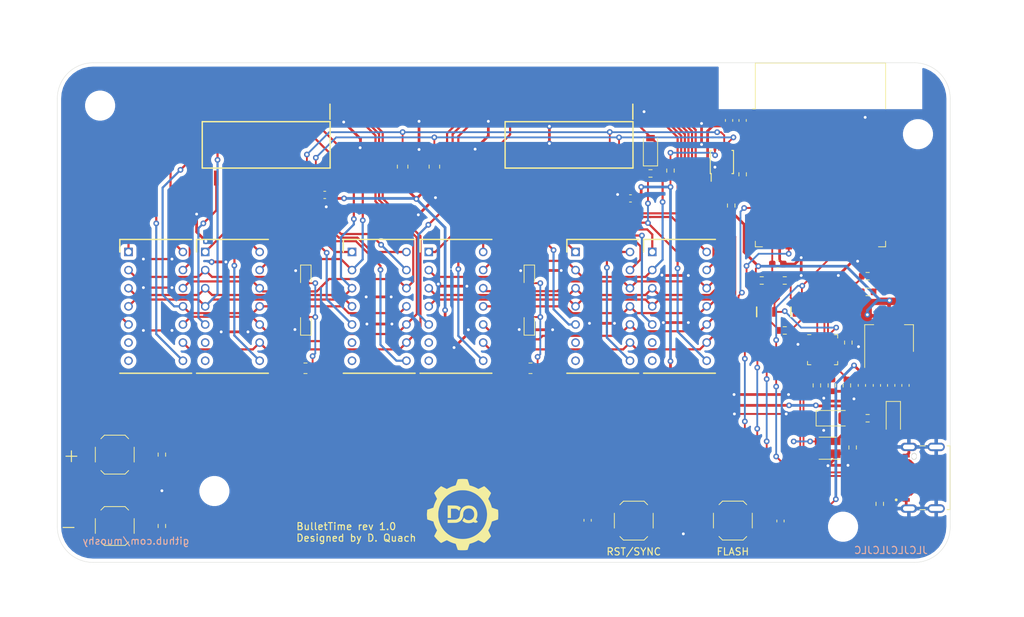
<source format=kicad_pcb>
(kicad_pcb (version 20171130) (host pcbnew "(5.1.9)-1")
  (layers (0 F.Cu signal) (31 B.Cu signal) (34 B.Paste user) (35 F.Paste user) (36 B.SilkS user) (37 F.SilkS user) (38 B.Mask user) (39 F.Mask user) (44 Edge.Cuts user))
  (net 0 "")
  (net 1 +5V)
  (net 2 GND)
  (net 3 +3V3)
  (net 4 EN)
  (net 5 IO_0)
  (net 6 VBUS)
  (net 7 D+)
  (net 8 D-)
  (net 9 "Net-(D3-Pad1)")
  (net 10 2_ca0)
  (net 11 "Net-(D4-Pad2)")
  (net 12 "Net-(D5-Pad2)")
  (net 13 "Net-(D7-Pad2)")
  (net 14 an3)
  (net 15 an4)
  (net 16 ca1)
  (net 17 ca4)
  (net 18 ca5)
  (net 19 ca6)
  (net 20 an2)
  (net 21 "Net-(DS1-Pad7)")
  (net 22 "Net-(DS1-Pad6)")
  (net 23 an0)
  (net 24 ca3)
  (net 25 ca2)
  (net 26 ca0)
  (net 27 an1)
  (net 28 an6)
  (net 29 an5)
  (net 30 "Net-(DS2-Pad6)")
  (net 31 "Net-(DS2-Pad7)")
  (net 32 an7)
  (net 33 an9)
  (net 34 an8)
  (net 35 an13)
  (net 36 an14)
  (net 37 an12)
  (net 38 "Net-(DS3-Pad7)")
  (net 39 "Net-(DS3-Pad6)")
  (net 40 an10)
  (net 41 an11)
  (net 42 2_an3)
  (net 43 2_an4)
  (net 44 2_ca1)
  (net 45 2_ca4)
  (net 46 2_ca5)
  (net 47 2_ca6)
  (net 48 2_an2)
  (net 49 "Net-(DS4-Pad7)")
  (net 50 "Net-(DS4-Pad6)")
  (net 51 2_an0)
  (net 52 2_ca3)
  (net 53 2_ca2)
  (net 54 2_an1)
  (net 55 2_an6)
  (net 56 2_an5)
  (net 57 "Net-(DS5-Pad6)")
  (net 58 "Net-(DS5-Pad7)")
  (net 59 2_an7)
  (net 60 2_an9)
  (net 61 2_an8)
  (net 62 2_an11)
  (net 63 2_an10)
  (net 64 "Net-(DS6-Pad6)")
  (net 65 "Net-(DS6-Pad7)")
  (net 66 2_an12)
  (net 67 2_an14)
  (net 68 2_an13)
  (net 69 "Net-(IC1-Pad9)")
  (net 70 "Net-(IC1-Pad10)")
  (net 71 SCL)
  (net 72 SDA)
  (net 73 "Net-(IC2-Pad10)")
  (net 74 "Net-(IC2-Pad9)")
  (net 75 "Net-(J1-Pad3)")
  (net 76 "Net-(J1-Pad4)")
  (net 77 RTS)
  (net 78 "Net-(Q1-Pad1)")
  (net 79 DTR)
  (net 80 ESP_SCL)
  (net 81 ESP_SDA)
  (net 82 "Net-(R12-Pad2)")
  (net 83 "Net-(R18-Pad2)")
  (net 84 RXD)
  (net 85 RXD0)
  (net 86 TXD0)
  (net 87 TXD)
  (net 88 PUSH1)
  (net 89 PUSH2)
  (net 90 "Net-(U3-Pad1)")
  (net 91 "Net-(U3-Pad10)")
  (net 92 "Net-(U3-Pad12)")
  (net 93 "Net-(U3-Pad13)")
  (net 94 "Net-(U3-Pad14)")
  (net 95 "Net-(U3-Pad16)")
  (net 96 "Net-(U3-Pad17)")
  (net 97 "Net-(U3-Pad18)")
  (net 98 "Net-(U3-Pad22)")
  (net 99 "Net-(U4-Pad4)")
  (net 100 "Net-(U4-Pad5)")
  (net 101 "Net-(U4-Pad6)")
  (net 102 "Net-(U4-Pad7)")
  (net 103 "Net-(U4-Pad12)")
  (net 104 "Net-(U4-Pad13)")
  (net 105 "Net-(U4-Pad17)")
  (net 106 "Net-(U4-Pad18)")
  (net 107 "Net-(U4-Pad19)")
  (net 108 "Net-(U4-Pad20)")
  (net 109 "Net-(U4-Pad21)")
  (net 110 "Net-(U4-Pad22)")
  (net 111 "Net-(U4-Pad23)")
  (net 112 "Net-(U4-Pad24)")
  (net 113 "Net-(U4-Pad26)")
  (net 114 "Net-(U4-Pad27)")
  (net 115 "Net-(U4-Pad28)")
  (net 116 "Net-(U4-Pad29)")
  (net 117 "Net-(U4-Pad30)")
  (net 118 "Net-(U4-Pad31)")
  (net 119 "Net-(U4-Pad32)")
  (net 120 "Net-(U4-Pad37)")
  (net 121 "Net-(J1-Pad9)")
  (net 122 "Net-(J1-Pad10)")
  (net 123 "Net-(R13-Pad2)")
  (net 124 "Net-(R15-Pad1)")
  (net 125 "Net-(U3-Pad24)")
  (net 126 "Net-(U3-Pad11)")
  (net 127 "Net-(U4-Pad33)")
  (net 128 "Net-(U4-Pad36)")
  (net 129 "Net-(Q2-Pad1)")
  (net 130 "Net-(U4-Pad10)")
  (net 131 "Net-(U4-Pad14)")
  (module MountingHole:MountingHole_3.2mm_M3 (layer F.Cu) (at 237.335 85.495)
    (fp_text reference REF**)
    (fp_text value MountingHole_3.2mm_M3)
    (pad 1 np_thru_hole circle (at 0 0) (size 3.2 3.2) (drill 3.2) (layers *.Cu *.Mask))
  )
  (module MountingHole:MountingHole_3.2mm_M3 (layer F.Cu) (at 226.845 140.495)
    (fp_text reference REF**)
    (fp_text value MountingHole_3.2mm_M3)
    (pad 1 np_thru_hole circle (at 0 0) (size 3.2 3.2) (drill 3.2) (layers *.Cu *.Mask))
  )
  (module MountingHole:MountingHole_3.2mm_M3 (layer F.Cu) (at 138.835 135.495)
    (fp_text reference REF**)
    (fp_text value MountingHole_3.2mm_M3)
    (pad 1 np_thru_hole circle (at 0 0) (size 3.2 3.2) (drill 3.2) (layers *.Cu *.Mask))
  )
  (module MountingHole:MountingHole_3.2mm_M3 (layer F.Cu) (at 122.835 81.495)
    (fp_text reference REF** hide)
    (fp_text value MountingHole_3.2mm_M3)
    (pad 1 np_thru_hole circle (at 0 0) (size 3.2 3.2) (drill 3.2) (layers *.Cu *.Mask))
  )
  (module logo:dq_logo_10x10mm (layer F.Cu) (at 173.585 138.795)
    (fp_text reference G*** hide)
    (fp_text value LOGO hide)
  )
  (module Resistor_SMD:R_0603_1608Metric (layer F.Cu) (at 131.485 140.395 90)
    (fp_text reference R23)
    (fp_text value 10k)
    (pad 2 smd roundrect (at 0.825 0 90) (size 0.8 0.95) (layers F.Cu F.Paste F.Mask) (net 2 GND))
    (pad 1 smd roundrect (at -0.825 0 90) (size 0.8 0.95) (layers F.Cu F.Paste F.Mask) (net 89 PUSH2))
  )
  (module Resistor_SMD:R_0603_1608Metric (layer F.Cu) (at 131.485 130.395 270)
    (fp_text reference R22)
    (fp_text value 10k)
    (pad 2 smd roundrect (at 0.825 0 270) (size 0.8 0.95) (layers F.Cu F.Paste F.Mask) (net 2 GND))
    (pad 1 smd roundrect (at -0.825 0 270) (size 0.8 0.95) (layers F.Cu F.Paste F.Mask) (net 88 PUSH1))
  )
  (module Resistor_SMD:R_0603_1608Metric (layer F.Cu) (at 230.285 105.395 180)
    (fp_text reference R21)
    (fp_text value 0R)
    (pad 2 smd roundrect (at 0.825 0 180) (size 0.8 0.95) (layers F.Cu F.Paste F.Mask) (net 87 TXD))
    (pad 1 smd roundrect (at -0.825 0 180) (size 0.8 0.95) (layers F.Cu F.Paste F.Mask) (net 85 RXD0))
  )
  (module Resistor_SMD:R_0603_1608Metric (layer F.Cu) (at 230.285 107.595 180)
    (fp_text reference R20)
    (fp_text value 0R)
    (pad 2 smd roundrect (at 0.825 0 180) (size 0.8 0.95) (layers F.Cu F.Paste F.Mask) (net 84 RXD))
    (pad 1 smd roundrect (at -0.825 0 180) (size 0.8 0.95) (layers F.Cu F.Paste F.Mask) (net 86 TXD0))
  )
  (module Resistor_SMD:R_0603_1608Metric (layer F.Cu) (at 227.385 120.695 90)
    (fp_text reference R18)
    (fp_text value 1k)
    (pad 2 smd roundrect (at 0.825 0 90) (size 0.8 0.95) (layers F.Cu F.Paste F.Mask) (net 83 "Net-(R18-Pad2)"))
    (pad 1 smd roundrect (at -0.825 0 90) (size 0.8 0.95) (layers F.Cu F.Paste F.Mask) (net 3 +3V3))
  )
  (module Resistor_SMD:R_0603_1608Metric (layer F.Cu) (at 215.46 105.995 180)
    (fp_text reference R16)
    (fp_text value 10k)
    (pad 2 smd roundrect (at 0.825 0 180) (size 0.8 0.95) (layers F.Cu F.Paste F.Mask) (net 3 +3V3))
    (pad 1 smd roundrect (at -0.825 0 180) (size 0.8 0.95) (layers F.Cu F.Paste F.Mask) (net 4 EN))
  )
  (module Resistor_SMD:R_0603_1608Metric (layer F.Cu) (at 227.585 114.695 90)
    (fp_text reference R15)
    (fp_text value 10k)
    (pad 2 smd roundrect (at 0.825 0 90) (size 0.8 0.95) (layers F.Cu F.Paste F.Mask) (net 2 GND))
    (pad 1 smd roundrect (at -0.825 0 90) (size 0.8 0.95) (layers F.Cu F.Paste F.Mask) (net 124 "Net-(R15-Pad1)"))
  )
  (module Resistor_SMD:R_0603_1608Metric (layer F.Cu) (at 223.185 120.695 90)
    (fp_text reference R13)
    (fp_text value 47.5k)
    (pad 2 smd roundrect (at 0.825 0 90) (size 0.8 0.95) (layers F.Cu F.Paste F.Mask) (net 123 "Net-(R13-Pad2)"))
    (pad 1 smd roundrect (at -0.825 0 90) (size 0.8 0.95) (layers F.Cu F.Paste F.Mask) (net 2 GND))
  )
  (module Resistor_SMD:R_0603_1608Metric (layer F.Cu) (at 202.685 90.595 90)
    (fp_text reference R12)
    (fp_text value 200k)
    (pad 2 smd roundrect (at 0.825 0 90) (size 0.8 0.95) (layers F.Cu F.Paste F.Mask) (net 82 "Net-(R12-Pad2)"))
    (pad 1 smd roundrect (at -0.825 0 90) (size 0.8 0.95) (layers F.Cu F.Paste F.Mask) (net 1 +5V))
  )
  (module Resistor_SMD:R_0603_1608Metric (layer F.Cu) (at 212.785 91.12 90)
    (fp_text reference R11)
    (fp_text value i2c)
    (pad 2 smd roundrect (at 0.825 0 90) (size 0.8 0.95) (layers F.Cu F.Paste F.Mask) (net 3 +3V3))
    (pad 1 smd roundrect (at -0.825 0 90) (size 0.8 0.95) (layers F.Cu F.Paste F.Mask) (net 81 ESP_SDA))
  )
  (module Resistor_SMD:R_0603_1608Metric (layer F.Cu) (at 211.185 95.495 270)
    (fp_text reference R10)
    (fp_text value i2c)
    (pad 2 smd roundrect (at 0.825 0 270) (size 0.8 0.95) (layers F.Cu F.Paste F.Mask) (net 3 +3V3))
    (pad 1 smd roundrect (at -0.825 0 270) (size 0.8 0.95) (layers F.Cu F.Paste F.Mask) (net 80 ESP_SCL))
  )
  (module Resistor_SMD:R_0603_1608Metric (layer F.Cu) (at 218.685 105.995 180)
    (fp_text reference R9)
    (fp_text value 10k)
    (pad 2 smd roundrect (at 0.825 0 180) (size 0.8 0.95) (layers F.Cu F.Paste F.Mask) (net 77 RTS))
    (pad 1 smd roundrect (at -0.825 0 180) (size 0.8 0.95) (layers F.Cu F.Paste F.Mask) (net 129 "Net-(Q2-Pad1)"))
  )
  (module Resistor_SMD:R_0603_1608Metric (layer F.Cu) (at 218.685 112.995)
    (fp_text reference R8)
    (fp_text value 10k)
    (pad 2 smd roundrect (at 0.825 0) (size 0.8 0.95) (layers F.Cu F.Paste F.Mask) (net 79 DTR))
    (pad 1 smd roundrect (at -0.825 0) (size 0.8 0.95) (layers F.Cu F.Paste F.Mask) (net 78 "Net-(Q1-Pad1)"))
  )
  (module Resistor_SMD:R_0603_1608Metric (layer F.Cu) (at 225.285 120.695 270)
    (fp_text reference R7)
    (fp_text value 22.1k)
    (pad 2 smd roundrect (at 0.825 0 270) (size 0.8 0.95) (layers F.Cu F.Paste F.Mask) (net 3 +3V3))
    (pad 1 smd roundrect (at -0.825 0 270) (size 0.8 0.95) (layers F.Cu F.Paste F.Mask) (net 123 "Net-(R13-Pad2)"))
  )
  (module Resistor_SMD:R_0603_1608Metric (layer F.Cu) (at 230.285 125.295 180)
    (fp_text reference R4)
    (fp_text value 560R)
    (pad 2 smd roundrect (at 0.825 0 180) (size 0.8 0.95) (layers F.Cu F.Paste F.Mask) (net 11 "Net-(D4-Pad2)"))
    (pad 1 smd roundrect (at -0.825 0 180) (size 0.8 0.95) (layers F.Cu F.Paste F.Mask) (net 1 +5V))
  )
  (module Resistor_SMD:R_0603_1608Metric (layer F.Cu) (at 199.885 90.995 180)
    (fp_text reference R3)
    (fp_text value 47k)
    (pad 2 smd roundrect (at 0.825 0 180) (size 0.8 0.95) (layers F.Cu F.Paste F.Mask) (net 48 2_an2))
    (pad 1 smd roundrect (at -0.825 0 180) (size 0.8 0.95) (layers F.Cu F.Paste F.Mask) (net 9 "Net-(D3-Pad1)"))
  )
  (module Resistor_SMD:R_0603_1608Metric (layer F.Cu) (at 228.185 129.395 90)
    (fp_text reference R2)
    (fp_text value 5k1)
    (pad 2 smd roundrect (at 0.825 0 90) (size 0.8 0.95) (layers F.Cu F.Paste F.Mask) (net 2 GND))
    (pad 1 smd roundrect (at -0.825 0 90) (size 0.8 0.95) (layers F.Cu F.Paste F.Mask) (net 121 "Net-(J1-Pad9)"))
  )
  (module Resistor_SMD:R_0603_1608Metric (layer F.Cu) (at 231.985 137.295 270)
    (fp_text reference R1)
    (fp_text value 5k1)
    (pad 2 smd roundrect (at 0.825 0 270) (size 0.8 0.95) (layers F.Cu F.Paste F.Mask) (net 2 GND))
    (pad 1 smd roundrect (at -0.825 0 270) (size 0.8 0.95) (layers F.Cu F.Paste F.Mask) (net 75 "Net-(J1-Pad3)"))
  )
  (module Capacitor_SMD:C_0603_1608Metric (layer F.Cu) (at 197.085 94.495 180)
    (fp_text reference C11)
    (fp_text value 10uF)
    (pad 2 smd roundrect (at 0.775 0 180) (size 0.9 0.95) (layers F.Cu F.Paste F.Mask) (net 2 GND))
    (pad 1 smd roundrect (at -0.775 0 180) (size 0.9 0.95) (layers F.Cu F.Paste F.Mask) (net 1 +5V))
  )
  (module Capacitor_SMD:C_0603_1608Metric (layer F.Cu) (at 154.285 94.005 180)
    (fp_text reference C10)
    (fp_text value 10uF)
    (pad 2 smd roundrect (at 0.775 0 180) (size 0.9 0.95) (layers F.Cu F.Paste F.Mask) (net 2 GND))
    (pad 1 smd roundrect (at -0.775 0 180) (size 0.9 0.95) (layers F.Cu F.Paste F.Mask) (net 1 +5V))
  )
  (module Capacitor_SMD:C_0603_1608Metric (layer F.Cu) (at 210.885 83.57 270)
    (fp_text reference C9)
    (fp_text value 0.1uF)
    (pad 2 smd roundrect (at 0.775 0 270) (size 0.9 0.95) (layers F.Cu F.Paste F.Mask) (net 3 +3V3))
    (pad 1 smd roundrect (at -0.775 0 270) (size 0.9 0.95) (layers F.Cu F.Paste F.Mask) (net 2 GND))
  )
  (module Capacitor_SMD:C_0603_1608Metric (layer F.Cu) (at 212.785 83.57 270)
    (fp_text reference C8)
    (fp_text value 22uF)
    (pad 2 smd roundrect (at 0.775 0 270) (size 0.9 0.95) (layers F.Cu F.Paste F.Mask) (net 3 +3V3))
    (pad 1 smd roundrect (at -0.775 0 270) (size 0.9 0.95) (layers F.Cu F.Paste F.Mask) (net 2 GND))
  )
  (module Capacitor_SMD:C_0603_1608Metric (layer F.Cu) (at 229.485 120.695 90)
    (fp_text reference C7)
    (fp_text value 0.1uF)
    (pad 2 smd roundrect (at 0.775 0 90) (size 0.9 0.95) (layers F.Cu F.Paste F.Mask) (net 3 +3V3))
    (pad 1 smd roundrect (at -0.775 0 90) (size 0.9 0.95) (layers F.Cu F.Paste F.Mask) (net 2 GND))
  )
  (module Capacitor_SMD:C_0603_1608Metric (layer F.Cu) (at 231.585 120.695 90)
    (fp_text reference C6)
    (fp_text value 4.7uF)
    (pad 2 smd roundrect (at 0.775 0 90) (size 0.9 0.95) (layers F.Cu F.Paste F.Mask) (net 3 +3V3))
    (pad 1 smd roundrect (at -0.775 0 90) (size 0.9 0.95) (layers F.Cu F.Paste F.Mask) (net 2 GND))
  )
  (module Capacitor_SMD:C_0603_1608Metric (layer F.Cu) (at 217.71 103.695 180)
    (fp_text reference C5)
    (fp_text value 0.1uF)
    (pad 2 smd roundrect (at 0.775 0 180) (size 0.9 0.95) (layers F.Cu F.Paste F.Mask) (net 4 EN))
    (pad 1 smd roundrect (at -0.775 0 180) (size 0.9 0.95) (layers F.Cu F.Paste F.Mask) (net 2 GND))
  )
  (module Capacitor_SMD:C_0603_1608Metric (layer F.Cu) (at 218.085 139.695 270)
    (fp_text reference C4)
    (fp_text value 0.1uF)
    (pad 2 smd roundrect (at 0.775 0 270) (size 0.9 0.95) (layers F.Cu F.Paste F.Mask) (net 2 GND))
    (pad 1 smd roundrect (at -0.775 0 270) (size 0.9 0.95) (layers F.Cu F.Paste F.Mask) (net 5 IO_0))
  )
  (module Capacitor_SMD:C_0603_1608Metric (layer F.Cu) (at 191.085 139.595 270)
    (fp_text reference C3)
    (fp_text value 0.1uF)
    (pad 2 smd roundrect (at 0.775 0 270) (size 0.9 0.95) (layers F.Cu F.Paste F.Mask) (net 2 GND))
    (pad 1 smd roundrect (at -0.775 0 270) (size 0.9 0.95) (layers F.Cu F.Paste F.Mask) (net 4 EN))
  )
  (module Capacitor_SMD:C_0603_1608Metric (layer F.Cu) (at 233.585 120.695 270)
    (fp_text reference C2)
    (fp_text value 22uF)
    (pad 2 smd roundrect (at 0.775 0 270) (size 0.9 0.95) (layers F.Cu F.Paste F.Mask) (net 2 GND))
    (pad 1 smd roundrect (at -0.775 0 270) (size 0.9 0.95) (layers F.Cu F.Paste F.Mask) (net 3 +3V3))
  )
  (module Capacitor_SMD:C_0603_1608Metric (layer F.Cu) (at 235.585 120.695 270)
    (fp_text reference C1)
    (fp_text value 22uF)
    (pad 2 smd roundrect (at 0.775 0 270) (size 0.9 0.95) (layers F.Cu F.Paste F.Mask) (net 2 GND))
    (pad 1 smd roundrect (at -0.775 0 270) (size 0.9 0.95) (layers F.Cu F.Paste F.Mask) (net 1 +5V))
  )
  (module Package_DFN_QFN:QFN-24-1EP_4x4mm_P0.5mm_EP2.6x2.6mm (layer F.Cu) (at 223.985 115.695)
    (fp_text reference U3)
    (fp_text value CP2102N-A01-GQFN24)
    (pad 25 smd rect (at 0 0) (size 2.6 2.6) (layers F.Cu F.Mask) (net 2 GND))
    (pad 24 smd roundrect (at -1.25 -1.9375) (size 0.25 0.825) (layers F.Cu F.Paste F.Mask) (net 125 "Net-(U3-Pad24)"))
    (pad 23 smd roundrect (at -0.75 -1.9375) (size 0.25 0.825) (layers F.Cu F.Paste F.Mask) (net 79 DTR))
    (pad 22 smd roundrect (at -0.25 -1.9375) (size 0.25 0.825) (layers F.Cu F.Paste F.Mask) (net 98 "Net-(U3-Pad22)"))
    (pad 21 smd roundrect (at 0.25 -1.9375) (size 0.25 0.825) (layers F.Cu F.Paste F.Mask) (net 87 TXD))
    (pad 20 smd roundrect (at 0.75 -1.9375) (size 0.25 0.825) (layers F.Cu F.Paste F.Mask) (net 84 RXD))
    (pad 19 smd roundrect (at 1.25 -1.9375) (size 0.25 0.825) (layers F.Cu F.Paste F.Mask) (net 77 RTS))
    (pad 18 smd roundrect (at 1.9375 -1.25) (size 0.825 0.25) (layers F.Cu F.Paste F.Mask) (net 97 "Net-(U3-Pad18)"))
    (pad 17 smd roundrect (at 1.9375 -0.75) (size 0.825 0.25) (layers F.Cu F.Paste F.Mask) (net 96 "Net-(U3-Pad17)"))
    (pad 16 smd roundrect (at 1.9375 -0.25) (size 0.825 0.25) (layers F.Cu F.Paste F.Mask) (net 95 "Net-(U3-Pad16)"))
    (pad 15 smd roundrect (at 1.9375 0.25) (size 0.825 0.25) (layers F.Cu F.Paste F.Mask) (net 124 "Net-(R15-Pad1)"))
    (pad 14 smd roundrect (at 1.9375 0.75) (size 0.825 0.25) (layers F.Cu F.Paste F.Mask) (net 94 "Net-(U3-Pad14)"))
    (pad 13 smd roundrect (at 1.9375 1.25) (size 0.825 0.25) (layers F.Cu F.Paste F.Mask) (net 93 "Net-(U3-Pad13)"))
    (pad 12 smd roundrect (at 1.25 1.9375) (size 0.25 0.825) (layers F.Cu F.Paste F.Mask) (net 92 "Net-(U3-Pad12)"))
    (pad 11 smd roundrect (at 0.75 1.9375) (size 0.25 0.825) (layers F.Cu F.Paste F.Mask) (net 126 "Net-(U3-Pad11)"))
    (pad 10 smd roundrect (at 0.25 1.9375) (size 0.25 0.825) (layers F.Cu F.Paste F.Mask) (net 91 "Net-(U3-Pad10)"))
    (pad 9 smd roundrect (at -0.25 1.9375) (size 0.25 0.825) (layers F.Cu F.Paste F.Mask) (net 83 "Net-(R18-Pad2)"))
    (pad 8 smd roundrect (at -0.75 1.9375) (size 0.25 0.825) (layers F.Cu F.Paste F.Mask) (net 123 "Net-(R13-Pad2)"))
    (pad 7 smd roundrect (at -1.25 1.9375) (size 0.25 0.825) (layers F.Cu F.Paste F.Mask) (net 3 +3V3))
    (pad 6 smd roundrect (at -1.9375 1.25) (size 0.825 0.25) (layers F.Cu F.Paste F.Mask) (net 3 +3V3))
    (pad 5 smd roundrect (at -1.9375 0.75) (size 0.825 0.25) (layers F.Cu F.Paste F.Mask) (net 3 +3V3))
    (pad 4 smd roundrect (at -1.9375 0.25) (size 0.825 0.25) (layers F.Cu F.Paste F.Mask) (net 8 D-))
    (pad 3 smd roundrect (at -1.9375 -0.25) (size 0.825 0.25) (layers F.Cu F.Paste F.Mask) (net 7 D+))
    (pad 2 smd roundrect (at -1.9375 -0.75) (size 0.825 0.25) (layers F.Cu F.Paste F.Mask) (net 2 GND))
    (pad 1 smd roundrect (at -1.9375 -1.25) (size 0.825 0.25) (layers F.Cu F.Paste F.Mask) (net 90 "Net-(U3-Pad1)"))
  )
  (module SamacSys_Parts:SOIC127P1031X264-28N (layer F.Cu) (at 146.085 86.995 270)
    (fp_text reference IC1)
    (fp_text value HT16K33-28SOP hide)
    (pad 1 smd rect (at -4.65 -8.255) (size 0.65 2.1) (layers F.Cu F.Paste F.Mask) (net 2 GND))
    (pad 2 smd rect (at -4.65 -6.985) (size 0.65 2.1) (layers F.Cu F.Paste F.Mask) (net 26 ca0))
    (pad 3 smd rect (at -4.65 -5.715) (size 0.65 2.1) (layers F.Cu F.Paste F.Mask) (net 16 ca1))
    (pad 4 smd rect (at -4.65 -4.445) (size 0.65 2.1) (layers F.Cu F.Paste F.Mask) (net 25 ca2))
    (pad 5 smd rect (at -4.65 -3.175) (size 0.65 2.1) (layers F.Cu F.Paste F.Mask) (net 24 ca3))
    (pad 6 smd rect (at -4.65 -1.905) (size 0.65 2.1) (layers F.Cu F.Paste F.Mask) (net 17 ca4))
    (pad 7 smd rect (at -4.65 -0.635) (size 0.65 2.1) (layers F.Cu F.Paste F.Mask) (net 18 ca5))
    (pad 8 smd rect (at -4.65 0.635) (size 0.65 2.1) (layers F.Cu F.Paste F.Mask) (net 19 ca6))
    (pad 9 smd rect (at -4.65 1.905) (size 0.65 2.1) (layers F.Cu F.Paste F.Mask) (net 69 "Net-(IC1-Pad9)"))
    (pad 10 smd rect (at -4.65 3.175) (size 0.65 2.1) (layers F.Cu F.Paste F.Mask) (net 70 "Net-(IC1-Pad10)"))
    (pad 11 smd rect (at -4.65 4.445) (size 0.65 2.1) (layers F.Cu F.Paste F.Mask) (net 36 an14))
    (pad 12 smd rect (at -4.65 5.715) (size 0.65 2.1) (layers F.Cu F.Paste F.Mask) (net 35 an13))
    (pad 13 smd rect (at -4.65 6.985) (size 0.65 2.1) (layers F.Cu F.Paste F.Mask) (net 37 an12))
    (pad 14 smd rect (at -4.65 8.255) (size 0.65 2.1) (layers F.Cu F.Paste F.Mask) (net 41 an11))
    (pad 15 smd rect (at 4.65 8.255) (size 0.65 2.1) (layers F.Cu F.Paste F.Mask) (net 40 an10))
    (pad 16 smd rect (at 4.65 6.985) (size 0.65 2.1) (layers F.Cu F.Paste F.Mask) (net 33 an9))
    (pad 17 smd rect (at 4.65 5.715) (size 0.65 2.1) (layers F.Cu F.Paste F.Mask) (net 34 an8))
    (pad 18 smd rect (at 4.65 4.445) (size 0.65 2.1) (layers F.Cu F.Paste F.Mask) (net 32 an7))
    (pad 19 smd rect (at 4.65 3.175) (size 0.65 2.1) (layers F.Cu F.Paste F.Mask) (net 28 an6))
    (pad 20 smd rect (at 4.65 1.905) (size 0.65 2.1) (layers F.Cu F.Paste F.Mask) (net 29 an5))
    (pad 21 smd rect (at 4.65 0.635) (size 0.65 2.1) (layers F.Cu F.Paste F.Mask) (net 15 an4))
    (pad 22 smd rect (at 4.65 -0.635) (size 0.65 2.1) (layers F.Cu F.Paste F.Mask) (net 14 an3))
    (pad 23 smd rect (at 4.65 -1.905) (size 0.65 2.1) (layers F.Cu F.Paste F.Mask) (net 20 an2))
    (pad 24 smd rect (at 4.65 -3.175) (size 0.65 2.1) (layers F.Cu F.Paste F.Mask) (net 27 an1))
    (pad 25 smd rect (at 4.65 -4.445) (size 0.65 2.1) (layers F.Cu F.Paste F.Mask) (net 23 an0))
    (pad 26 smd rect (at 4.65 -5.715) (size 0.65 2.1) (layers F.Cu F.Paste F.Mask) (net 71 SCL))
    (pad 27 smd rect (at 4.65 -6.985) (size 0.65 2.1) (layers F.Cu F.Paste F.Mask) (net 72 SDA))
    (pad 28 smd rect (at 4.65 -8.255) (size 0.65 2.1) (layers F.Cu F.Paste F.Mask) (net 1 +5V))
  )
  (module usb_c:JAE_DX07S016JA1R1500 (layer F.Cu) (at 236.785 133.635 90)
    (fp_text reference J1)
    (fp_text value DX07S016JA1R1500)
    (fp_line (start 2.875 -0.315) (end 3.125 -0.315) (layer Edge.Cuts) (width 0.1))
    (fp_line (start 3.125 0.315) (end 2.875 0.315) (layer Edge.Cuts) (width 0.1))
    (fp_arc (start 2.875 0) (end 2.875 -0.315) (angle -90) (layer Edge.Cuts) (width 0.1))
    (fp_arc (start 2.875 0) (end 2.56 0) (angle -90) (layer Edge.Cuts) (width 0.1))
    (fp_arc (start 3.125 0) (end 3.125 0.315) (angle -90) (layer Edge.Cuts) (width 0.1))
    (fp_arc (start 3.125 0) (end 3.44 0) (angle -90) (layer Edge.Cuts) (width 0.1))
    (pad S6 thru_hole oval (at 4.32 3.1 90) (size 1.2 2.4) (drill oval 0.65 1.95) (layers *.Cu *.Mask) (net 2 GND))
    (pad S5 thru_hole oval (at -4.32 3.1 90) (size 1.2 2.4) (drill oval 0.65 1.95) (layers *.Cu *.Mask) (net 2 GND))
    (pad S4 thru_hole oval (at 4.32 -0.725 90) (size 1.158 2.316) (drill oval 0.65 1.65) (layers *.Cu *.Mask) (net 2 GND))
    (pad S3 thru_hole oval (at -4.32 -0.725 90) (size 1.158 2.316) (drill oval 0.65 1.65) (layers *.Cu *.Mask) (net 2 GND))
    (pad None np_thru_hole circle (at -3 0 90) (size 0.63 0.63) (drill 0.63) (layers *.Cu *.Mask))
    (pad S2 smd rect (at 1.4 3.1 90) (size 1 2) (layers F.Cu F.Paste F.Mask) (net 2 GND))
    (pad S1 smd rect (at -1.4 3.1 90) (size 1 2) (layers F.Cu F.Paste F.Mask) (net 2 GND))
    (pad None np_thru_hole circle (at 3 0 90) (size 0.63 0.63) (drill 0.63) (layers *.Cu *.Mask))
    (pad None np_thru_hole circle (at 3 0 90) (size 0.6 0.6) (drill 0.6) (layers *.Cu *.Mask))
    (pad 9 smd rect (at 1.25 -1.1 90) (size 0.27 1) (layers F.Cu F.Paste F.Mask) (net 121 "Net-(J1-Pad9)"))
    (pad 8 smd rect (at 0.75 -1.1 90) (size 0.27 1) (layers F.Cu F.Paste F.Mask) (net 8 D-))
    (pad 7 smd rect (at 0.25 -1.1 90) (size 0.27 1) (layers F.Cu F.Paste F.Mask) (net 7 D+))
    (pad 6 smd rect (at -0.25 -1.1 90) (size 0.27 1) (layers F.Cu F.Paste F.Mask) (net 7 D+))
    (pad 5 smd rect (at -0.75 -1.1 90) (size 0.27 1) (layers F.Cu F.Paste F.Mask) (net 8 D-))
    (pad 4 smd rect (at -1.25 -1.1 90) (size 0.27 1) (layers F.Cu F.Paste F.Mask) (net 76 "Net-(J1-Pad4)"))
    (pad 10 smd rect (at 1.75 -1.1 90) (size 0.27 1) (layers F.Cu F.Paste F.Mask) (net 122 "Net-(J1-Pad10)"))
    (pad 3 smd rect (at -1.75 -1.1 90) (size 0.27 1) (layers F.Cu F.Paste F.Mask) (net 75 "Net-(J1-Pad3)"))
    (pad 11 smd rect (at 2.35 -1.1 90) (size 0.52 1) (layers F.Cu F.Paste F.Mask) (net 6 VBUS))
    (pad 2 smd rect (at -2.35 -1.1 90) (size 0.52 1) (layers F.Cu F.Paste F.Mask) (net 6 VBUS))
    (pad 12 smd rect (at 3.1 -1.1 90) (size 0.52 1) (layers F.Cu F.Paste F.Mask) (net 2 GND))
    (pad 1 smd rect (at -3.1 -1.1 90) (size 0.52 1) (layers F.Cu F.Paste F.Mask) (net 2 GND))
  )
  (module Diode_SMD:D_SOD-123 (layer F.Cu) (at 233.885 125.195 270)
    (fp_text reference D1)
    (fp_text value D_Schottky_Small)
    (pad 2 smd rect (at 1.65 0 270) (size 0.9 1.2) (layers F.Cu F.Paste F.Mask) (net 6 VBUS))
    (pad 1 smd rect (at -1.65 0 270) (size 0.9 1.2) (layers F.Cu F.Paste F.Mask) (net 1 +5V))
  )
  (module Package_TO_SOT_SMD:SOT-143 (layer F.Cu) (at 224.685 129.495 180)
    (fp_text reference D2)
    (fp_text value SP0503BAHT)
    (pad 1 smd rect (at -1.1 -0.77 90) (size 1.2 1.4) (layers F.Cu F.Paste F.Mask) (net 2 GND))
    (pad 2 smd rect (at -1.1 0.95 90) (size 1 1.4) (layers F.Cu F.Paste F.Mask) (net 6 VBUS))
    (pad 3 smd rect (at 1.1 0.95 90) (size 1 1.4) (layers F.Cu F.Paste F.Mask) (net 7 D+))
    (pad 4 smd rect (at 1.1 -0.95 90) (size 1 1.4) (layers F.Cu F.Paste F.Mask) (net 8 D-))
  )
  (module Diode_SMD:D_SOD-123 (layer F.Cu) (at 199.885 87.695 90)
    (fp_text reference D3)
    (fp_text value 1N4148)
    (pad 1 smd rect (at -1.65 0 90) (size 0.9 1.2) (layers F.Cu F.Paste F.Mask) (net 9 "Net-(D3-Pad1)"))
    (pad 2 smd rect (at 1.65 0 90) (size 0.9 1.2) (layers F.Cu F.Paste F.Mask) (net 10 2_ca0))
  )
  (module LED_SMD:LED_1206_3216Metric_Castellated (layer F.Cu) (at 225.56 125.295)
    (fp_text reference D4)
    (fp_text value YELLOW)
    (pad 1 smd roundrect (at -1.425 0) (size 1.6 1.65) (layers F.Cu F.Paste F.Mask) (roundrect_rratio 0.15625) (net 2 GND))
    (pad 2 smd roundrect (at 1.425 0) (size 1.6 1.65) (layers F.Cu F.Paste F.Mask) (roundrect_rratio 0.15625) (net 11 "Net-(D4-Pad2)"))
  )
  (module LED_SMD:LED_0603_1608Metric_Pad1.05x0.95mm_HandSolder (layer F.Cu) (at 151.635 105.495 270)
    (fp_text reference D5)
    (fp_text value LED)
    (pad 2 smd roundrect (at 0.875 0 270) (size 1.05 0.95) (layers F.Cu F.Paste F.Mask) (net 12 "Net-(D5-Pad2)"))
    (pad 1 smd roundrect (at -0.875 0 270) (size 1.05 0.95) (layers F.Cu F.Paste F.Mask) (net 2 GND))
  )
  (module LED_SMD:LED_0603_1608Metric_Pad1.05x0.95mm_HandSolder (layer F.Cu) (at 151.635 111.995 90)
    (fp_text reference D6)
    (fp_text value LED)
    (pad 1 smd roundrect (at -0.875 0 90) (size 1.05 0.95) (layers F.Cu F.Paste F.Mask) (net 2 GND))
    (pad 2 smd roundrect (at 0.875 0 90) (size 1.05 0.95) (layers F.Cu F.Paste F.Mask) (net 12 "Net-(D5-Pad2)"))
  )
  (module LED_SMD:LED_0603_1608Metric_Pad1.05x0.95mm_HandSolder (layer F.Cu) (at 182.93 105.495 270)
    (fp_text reference D7)
    (fp_text value LED)
    (pad 2 smd roundrect (at 0.875 0 270) (size 1.05 0.95) (layers F.Cu F.Paste F.Mask) (net 13 "Net-(D7-Pad2)"))
    (pad 1 smd roundrect (at -0.875 0 270) (size 1.05 0.95) (layers F.Cu F.Paste F.Mask) (net 2 GND))
  )
  (module LED_SMD:LED_0603_1608Metric_Pad1.05x0.95mm_HandSolder (layer F.Cu) (at 182.93 111.995 90)
    (fp_text reference D8)
    (fp_text value LED)
    (pad 1 smd roundrect (at -0.875 0 90) (size 1.05 0.95) (layers F.Cu F.Paste F.Mask) (net 2 GND))
    (pad 2 smd roundrect (at 0.875 0 90) (size 1.05 0.95) (layers F.Cu F.Paste F.Mask) (net 13 "Net-(D7-Pad2)"))
  )
  (module SamacSys_Parts:DIPS762W50P254L1850H400Q14N (layer F.Cu) (at 126.81 102)
    (fp_text reference DS1)
    (fp_text value LTP-305G hide)
    (pad 14 thru_hole circle (at 7.62 0) (size 1.2 1.2) (drill 0.8) (layers *.Cu *.Mask) (net 41 an11))
    (pad 13 thru_hole circle (at 7.62 2.54) (size 1.2 1.2) (drill 0.8) (layers *.Cu *.Mask) (net 40 an10))
    (pad 12 thru_hole circle (at 7.62 5.08) (size 1.2 1.2) (drill 0.8) (layers *.Cu *.Mask) (net 16 ca1))
    (pad 11 thru_hole circle (at 7.62 7.62) (size 1.2 1.2) (drill 0.8) (layers *.Cu *.Mask) (net 17 ca4))
    (pad 10 thru_hole circle (at 7.62 10.16) (size 1.2 1.2) (drill 0.8) (layers *.Cu *.Mask) (net 18 ca5))
    (pad 9 thru_hole circle (at 7.62 12.7) (size 1.2 1.2) (drill 0.8) (layers *.Cu *.Mask) (net 19 ca6))
    (pad 8 thru_hole circle (at 7.62 15.24) (size 1.2 1.2) (drill 0.8) (layers *.Cu *.Mask) (net 37 an12))
    (pad 7 thru_hole circle (at 0 15.24) (size 1.2 1.2) (drill 0.8) (layers *.Cu *.Mask) (net 21 "Net-(DS1-Pad7)"))
    (pad 6 thru_hole circle (at 0 12.7) (size 1.2 1.2) (drill 0.8) (layers *.Cu *.Mask) (net 22 "Net-(DS1-Pad6)"))
    (pad 5 thru_hole circle (at 0 10.16) (size 1.2 1.2) (drill 0.8) (layers *.Cu *.Mask) (net 36 an14))
    (pad 4 thru_hole circle (at 0 7.62) (size 1.2 1.2) (drill 0.8) (layers *.Cu *.Mask) (net 24 ca3))
    (pad 3 thru_hole circle (at 0 5.08) (size 1.2 1.2) (drill 0.8) (layers *.Cu *.Mask) (net 25 ca2))
    (pad 2 thru_hole circle (at 0 2.54) (size 1.2 1.2) (drill 0.8) (layers *.Cu *.Mask) (net 26 ca0))
    (pad 1 thru_hole rect (at 0 0) (size 1.2 1.2) (drill 0.8) (layers *.Cu *.Mask) (net 35 an13))
  )
  (module SamacSys_Parts:DIPS762W50P254L1850H400Q14N (layer F.Cu) (at 137.55 102)
    (fp_text reference DS2)
    (fp_text value LTP-305G hide)
    (pad 1 thru_hole rect (at 0 0) (size 1.2 1.2) (drill 0.8) (layers *.Cu *.Mask) (net 34 an8))
    (pad 2 thru_hole circle (at 0 2.54) (size 1.2 1.2) (drill 0.8) (layers *.Cu *.Mask) (net 26 ca0))
    (pad 3 thru_hole circle (at 0 5.08) (size 1.2 1.2) (drill 0.8) (layers *.Cu *.Mask) (net 25 ca2))
    (pad 4 thru_hole circle (at 0 7.62) (size 1.2 1.2) (drill 0.8) (layers *.Cu *.Mask) (net 24 ca3))
    (pad 5 thru_hole circle (at 0 10.16) (size 1.2 1.2) (drill 0.8) (layers *.Cu *.Mask) (net 33 an9))
    (pad 6 thru_hole circle (at 0 12.7) (size 1.2 1.2) (drill 0.8) (layers *.Cu *.Mask) (net 30 "Net-(DS2-Pad6)"))
    (pad 7 thru_hole circle (at 0 15.24) (size 1.2 1.2) (drill 0.8) (layers *.Cu *.Mask) (net 31 "Net-(DS2-Pad7)"))
    (pad 8 thru_hole circle (at 7.62 15.24) (size 1.2 1.2) (drill 0.8) (layers *.Cu *.Mask) (net 32 an7))
    (pad 9 thru_hole circle (at 7.62 12.7) (size 1.2 1.2) (drill 0.8) (layers *.Cu *.Mask) (net 19 ca6))
    (pad 10 thru_hole circle (at 7.62 10.16) (size 1.2 1.2) (drill 0.8) (layers *.Cu *.Mask) (net 18 ca5))
    (pad 11 thru_hole circle (at 7.62 7.62) (size 1.2 1.2) (drill 0.8) (layers *.Cu *.Mask) (net 17 ca4))
    (pad 12 thru_hole circle (at 7.62 5.08) (size 1.2 1.2) (drill 0.8) (layers *.Cu *.Mask) (net 16 ca1))
    (pad 13 thru_hole circle (at 7.62 2.54) (size 1.2 1.2) (drill 0.8) (layers *.Cu *.Mask) (net 29 an5))
    (pad 14 thru_hole circle (at 7.62 0) (size 1.2 1.2) (drill 0.8) (layers *.Cu *.Mask) (net 28 an6))
  )
  (module SamacSys_Parts:DIPS762W50P254L1850H400Q14N (layer F.Cu) (at 158.1 102)
    (fp_text reference DS3 hide)
    (fp_text value LTP-305G hide)
    (pad 14 thru_hole circle (at 7.62 0) (size 1.2 1.2) (drill 0.8) (layers *.Cu *.Mask) (net 27 an1))
    (pad 13 thru_hole circle (at 7.62 2.54) (size 1.2 1.2) (drill 0.8) (layers *.Cu *.Mask) (net 23 an0))
    (pad 12 thru_hole circle (at 7.62 5.08) (size 1.2 1.2) (drill 0.8) (layers *.Cu *.Mask) (net 16 ca1))
    (pad 11 thru_hole circle (at 7.62 7.62) (size 1.2 1.2) (drill 0.8) (layers *.Cu *.Mask) (net 17 ca4))
    (pad 10 thru_hole circle (at 7.62 10.16) (size 1.2 1.2) (drill 0.8) (layers *.Cu *.Mask) (net 18 ca5))
    (pad 9 thru_hole circle (at 7.62 12.7) (size 1.2 1.2) (drill 0.8) (layers *.Cu *.Mask) (net 19 ca6))
    (pad 8 thru_hole circle (at 7.62 15.24) (size 1.2 1.2) (drill 0.8) (layers *.Cu *.Mask) (net 20 an2))
    (pad 7 thru_hole circle (at 0 15.24) (size 1.2 1.2) (drill 0.8) (layers *.Cu *.Mask) (net 38 "Net-(DS3-Pad7)"))
    (pad 6 thru_hole circle (at 0 12.7) (size 1.2 1.2) (drill 0.8) (layers *.Cu *.Mask) (net 39 "Net-(DS3-Pad6)"))
    (pad 5 thru_hole circle (at 0 10.16) (size 1.2 1.2) (drill 0.8) (layers *.Cu *.Mask) (net 15 an4))
    (pad 4 thru_hole circle (at 0 7.62) (size 1.2 1.2) (drill 0.8) (layers *.Cu *.Mask) (net 24 ca3))
    (pad 3 thru_hole circle (at 0 5.08) (size 1.2 1.2) (drill 0.8) (layers *.Cu *.Mask) (net 25 ca2))
    (pad 2 thru_hole circle (at 0 2.54) (size 1.2 1.2) (drill 0.8) (layers *.Cu *.Mask) (net 26 ca0))
    (pad 1 thru_hole rect (at 0 0) (size 1.2 1.2) (drill 0.8) (layers *.Cu *.Mask) (net 14 an3))
  )
  (module SamacSys_Parts:DIPS762W50P254L1850H400Q14N (layer F.Cu) (at 168.845 102)
    (fp_text reference DS4)
    (fp_text value LTP-305G hide)
    (pad 14 thru_hole circle (at 7.62 0) (size 1.2 1.2) (drill 0.8) (layers *.Cu *.Mask) (net 62 2_an11))
    (pad 13 thru_hole circle (at 7.62 2.54) (size 1.2 1.2) (drill 0.8) (layers *.Cu *.Mask) (net 63 2_an10))
    (pad 12 thru_hole circle (at 7.62 5.08) (size 1.2 1.2) (drill 0.8) (layers *.Cu *.Mask) (net 44 2_ca1))
    (pad 11 thru_hole circle (at 7.62 7.62) (size 1.2 1.2) (drill 0.8) (layers *.Cu *.Mask) (net 45 2_ca4))
    (pad 10 thru_hole circle (at 7.62 10.16) (size 1.2 1.2) (drill 0.8) (layers *.Cu *.Mask) (net 46 2_ca5))
    (pad 9 thru_hole circle (at 7.62 12.7) (size 1.2 1.2) (drill 0.8) (layers *.Cu *.Mask) (net 47 2_ca6))
    (pad 8 thru_hole circle (at 7.62 15.24) (size 1.2 1.2) (drill 0.8) (layers *.Cu *.Mask) (net 66 2_an12))
    (pad 7 thru_hole circle (at 0 15.24) (size 1.2 1.2) (drill 0.8) (layers *.Cu *.Mask) (net 49 "Net-(DS4-Pad7)"))
    (pad 6 thru_hole circle (at 0 12.7) (size 1.2 1.2) (drill 0.8) (layers *.Cu *.Mask) (net 50 "Net-(DS4-Pad6)"))
    (pad 5 thru_hole circle (at 0 10.16) (size 1.2 1.2) (drill 0.8) (layers *.Cu *.Mask) (net 67 2_an14))
    (pad 4 thru_hole circle (at 0 7.62) (size 1.2 1.2) (drill 0.8) (layers *.Cu *.Mask) (net 52 2_ca3))
    (pad 3 thru_hole circle (at 0 5.08) (size 1.2 1.2) (drill 0.8) (layers *.Cu *.Mask) (net 53 2_ca2))
    (pad 2 thru_hole circle (at 0 2.54) (size 1.2 1.2) (drill 0.8) (layers *.Cu *.Mask) (net 10 2_ca0))
    (pad 1 thru_hole rect (at 0 0) (size 1.2 1.2) (drill 0.8) (layers *.Cu *.Mask) (net 68 2_an13))
  )
  (module SamacSys_Parts:DIPS762W50P254L1850H400Q14N (layer F.Cu) (at 189.395 102)
    (fp_text reference DS5 hide)
    (fp_text value LTP-305G hide)
    (pad 1 thru_hole rect (at 0 0) (size 1.2 1.2) (drill 0.8) (layers *.Cu *.Mask) (net 61 2_an8))
    (pad 2 thru_hole circle (at 0 2.54) (size 1.2 1.2) (drill 0.8) (layers *.Cu *.Mask) (net 10 2_ca0))
    (pad 3 thru_hole circle (at 0 5.08) (size 1.2 1.2) (drill 0.8) (layers *.Cu *.Mask) (net 53 2_ca2))
    (pad 4 thru_hole circle (at 0 7.62) (size 1.2 1.2) (drill 0.8) (layers *.Cu *.Mask) (net 52 2_ca3))
    (pad 5 thru_hole circle (at 0 10.16) (size 1.2 1.2) (drill 0.8) (layers *.Cu *.Mask) (net 60 2_an9))
    (pad 6 thru_hole circle (at 0 12.7) (size 1.2 1.2) (drill 0.8) (layers *.Cu *.Mask) (net 57 "Net-(DS5-Pad6)"))
    (pad 7 thru_hole circle (at 0 15.24) (size 1.2 1.2) (drill 0.8) (layers *.Cu *.Mask) (net 58 "Net-(DS5-Pad7)"))
    (pad 8 thru_hole circle (at 7.62 15.24) (size 1.2 1.2) (drill 0.8) (layers *.Cu *.Mask) (net 59 2_an7))
    (pad 9 thru_hole circle (at 7.62 12.7) (size 1.2 1.2) (drill 0.8) (layers *.Cu *.Mask) (net 47 2_ca6))
    (pad 10 thru_hole circle (at 7.62 10.16) (size 1.2 1.2) (drill 0.8) (layers *.Cu *.Mask) (net 46 2_ca5))
    (pad 11 thru_hole circle (at 7.62 7.62) (size 1.2 1.2) (drill 0.8) (layers *.Cu *.Mask) (net 45 2_ca4))
    (pad 12 thru_hole circle (at 7.62 5.08) (size 1.2 1.2) (drill 0.8) (layers *.Cu *.Mask) (net 44 2_ca1))
    (pad 13 thru_hole circle (at 7.62 2.54) (size 1.2 1.2) (drill 0.8) (layers *.Cu *.Mask) (net 56 2_an5))
    (pad 14 thru_hole circle (at 7.62 0) (size 1.2 1.2) (drill 0.8) (layers *.Cu *.Mask) (net 55 2_an6))
  )
  (module SamacSys_Parts:DIPS762W50P254L1850H400Q14N (layer F.Cu) (at 200.135 101.995)
    (fp_text reference DS6)
    (fp_text value LTP-305G hide)
    (pad 1 thru_hole rect (at 0 0) (size 1.2 1.2) (drill 0.8) (layers *.Cu *.Mask) (net 42 2_an3))
    (pad 2 thru_hole circle (at 0 2.54) (size 1.2 1.2) (drill 0.8) (layers *.Cu *.Mask) (net 10 2_ca0))
    (pad 3 thru_hole circle (at 0 5.08) (size 1.2 1.2) (drill 0.8) (layers *.Cu *.Mask) (net 53 2_ca2))
    (pad 4 thru_hole circle (at 0 7.62) (size 1.2 1.2) (drill 0.8) (layers *.Cu *.Mask) (net 52 2_ca3))
    (pad 5 thru_hole circle (at 0 10.16) (size 1.2 1.2) (drill 0.8) (layers *.Cu *.Mask) (net 43 2_an4))
    (pad 6 thru_hole circle (at 0 12.7) (size 1.2 1.2) (drill 0.8) (layers *.Cu *.Mask) (net 64 "Net-(DS6-Pad6)"))
    (pad 7 thru_hole circle (at 0 15.24) (size 1.2 1.2) (drill 0.8) (layers *.Cu *.Mask) (net 65 "Net-(DS6-Pad7)"))
    (pad 8 thru_hole circle (at 7.62 15.24) (size 1.2 1.2) (drill 0.8) (layers *.Cu *.Mask) (net 48 2_an2))
    (pad 9 thru_hole circle (at 7.62 12.7) (size 1.2 1.2) (drill 0.8) (layers *.Cu *.Mask) (net 47 2_ca6))
    (pad 10 thru_hole circle (at 7.62 10.16) (size 1.2 1.2) (drill 0.8) (layers *.Cu *.Mask) (net 46 2_ca5))
    (pad 11 thru_hole circle (at 7.62 7.62) (size 1.2 1.2) (drill 0.8) (layers *.Cu *.Mask) (net 45 2_ca4))
    (pad 12 thru_hole circle (at 7.62 5.08) (size 1.2 1.2) (drill 0.8) (layers *.Cu *.Mask) (net 44 2_ca1))
    (pad 13 thru_hole circle (at 7.62 2.54) (size 1.2 1.2) (drill 0.8) (layers *.Cu *.Mask) (net 51 2_an0))
    (pad 14 thru_hole circle (at 7.62 0) (size 1.2 1.2) (drill 0.8) (layers *.Cu *.Mask) (net 54 2_an1))
  )
  (module SamacSys_Parts:SOIC127P1031X264-28N (layer F.Cu) (at 188.485 86.995 270)
    (fp_text reference IC2)
    (fp_text value HT16K33-28SOP hide)
    (pad 28 smd rect (at 4.65 -8.255) (size 0.65 2.1) (layers F.Cu F.Paste F.Mask) (net 1 +5V))
    (pad 27 smd rect (at 4.65 -6.985) (size 0.65 2.1) (layers F.Cu F.Paste F.Mask) (net 72 SDA))
    (pad 26 smd rect (at 4.65 -5.715) (size 0.65 2.1) (layers F.Cu F.Paste F.Mask) (net 71 SCL))
    (pad 25 smd rect (at 4.65 -4.445) (size 0.65 2.1) (layers F.Cu F.Paste F.Mask) (net 51 2_an0))
    (pad 24 smd rect (at 4.65 -3.175) (size 0.65 2.1) (layers F.Cu F.Paste F.Mask) (net 54 2_an1))
    (pad 23 smd rect (at 4.65 -1.905) (size 0.65 2.1) (layers F.Cu F.Paste F.Mask) (net 48 2_an2))
    (pad 22 smd rect (at 4.65 -0.635) (size 0.65 2.1) (layers F.Cu F.Paste F.Mask) (net 42 2_an3))
    (pad 21 smd rect (at 4.65 0.635) (size 0.65 2.1) (layers F.Cu F.Paste F.Mask) (net 43 2_an4))
    (pad 20 smd rect (at 4.65 1.905) (size 0.65 2.1) (layers F.Cu F.Paste F.Mask) (net 56 2_an5))
    (pad 19 smd rect (at 4.65 3.175) (size 0.65 2.1) (layers F.Cu F.Paste F.Mask) (net 55 2_an6))
    (pad 18 smd rect (at 4.65 4.445) (size 0.65 2.1) (layers F.Cu F.Paste F.Mask) (net 59 2_an7))
    (pad 17 smd rect (at 4.65 5.715) (size 0.65 2.1) (layers F.Cu F.Paste F.Mask) (net 61 2_an8))
    (pad 16 smd rect (at 4.65 6.985) (size 0.65 2.1) (layers F.Cu F.Paste F.Mask) (net 60 2_an9))
    (pad 15 smd rect (at 4.65 8.255) (size 0.65 2.1) (layers F.Cu F.Paste F.Mask) (net 63 2_an10))
    (pad 14 smd rect (at -4.65 8.255) (size 0.65 2.1) (layers F.Cu F.Paste F.Mask) (net 62 2_an11))
    (pad 13 smd rect (at -4.65 6.985) (size 0.65 2.1) (layers F.Cu F.Paste F.Mask) (net 66 2_an12))
    (pad 12 smd rect (at -4.65 5.715) (size 0.65 2.1) (layers F.Cu F.Paste F.Mask) (net 68 2_an13))
    (pad 11 smd rect (at -4.65 4.445) (size 0.65 2.1) (layers F.Cu F.Paste F.Mask) (net 67 2_an14))
    (pad 10 smd rect (at -4.65 3.175) (size 0.65 2.1) (layers F.Cu F.Paste F.Mask) (net 73 "Net-(IC2-Pad10)"))
    (pad 9 smd rect (at -4.65 1.905) (size 0.65 2.1) (layers F.Cu F.Paste F.Mask) (net 74 "Net-(IC2-Pad9)"))
    (pad 8 smd rect (at -4.65 0.635) (size 0.65 2.1) (layers F.Cu F.Paste F.Mask) (net 47 2_ca6))
    (pad 7 smd rect (at -4.65 -0.635) (size 0.65 2.1) (layers F.Cu F.Paste F.Mask) (net 46 2_ca5))
    (pad 6 smd rect (at -4.65 -1.905) (size 0.65 2.1) (layers F.Cu F.Paste F.Mask) (net 45 2_ca4))
    (pad 5 smd rect (at -4.65 -3.175) (size 0.65 2.1) (layers F.Cu F.Paste F.Mask) (net 52 2_ca3))
    (pad 4 smd rect (at -4.65 -4.445) (size 0.65 2.1) (layers F.Cu F.Paste F.Mask) (net 53 2_ca2))
    (pad 3 smd rect (at -4.65 -5.715) (size 0.65 2.1) (layers F.Cu F.Paste F.Mask) (net 44 2_ca1))
    (pad 2 smd rect (at -4.65 -6.985) (size 0.65 2.1) (layers F.Cu F.Paste F.Mask) (net 10 2_ca0))
    (pad 1 smd rect (at -4.65 -8.255) (size 0.65 2.1) (layers F.Cu F.Paste F.Mask) (net 2 GND))
  )
  (module SamacSys_Parts:SOT96P237X122-3N (layer F.Cu) (at 216.285 109.395 90)
    (fp_text reference Q1)
    (fp_text value MMSS8050-L-TP hide)
    (pad 3 smd rect (at 1 0 180) (size 0.65 1.35) (layers F.Cu F.Paste F.Mask) (net 4 EN))
    (pad 2 smd rect (at -1 0.96 180) (size 0.65 1.35) (layers F.Cu F.Paste F.Mask) (net 77 RTS))
    (pad 1 smd rect (at -1 -0.96 180) (size 0.65 1.35) (layers F.Cu F.Paste F.Mask) (net 78 "Net-(Q1-Pad1)"))
  )
  (module SamacSys_Parts:SOT96P237X122-3N (layer F.Cu) (at 221.085 109.395 90)
    (fp_text reference Q2)
    (fp_text value MMSS8050-L-TP hide)
    (pad 1 smd rect (at -1 -0.96 180) (size 0.65 1.35) (layers F.Cu F.Paste F.Mask) (net 129 "Net-(Q2-Pad1)"))
    (pad 2 smd rect (at -1 0.96 180) (size 0.65 1.35) (layers F.Cu F.Paste F.Mask) (net 79 DTR))
    (pad 3 smd rect (at 1 0 180) (size 0.65 1.35) (layers F.Cu F.Paste F.Mask) (net 5 IO_0))
  )
  (module Resistor_SMD:R_0805_2012Metric_Pad1.20x1.40mm_HandSolder (layer F.Cu) (at 151.585 118.295)
    (fp_text reference R5)
    (fp_text value R_g)
    (pad 2 smd roundrect (at 1 0) (size 1.2 1.4) (layers F.Cu F.Paste F.Mask) (roundrect_rratio 0.2083325) (net 12 "Net-(D5-Pad2)"))
    (pad 1 smd roundrect (at -1 0) (size 1.2 1.4) (layers F.Cu F.Paste F.Mask) (roundrect_rratio 0.2083325) (net 1 +5V))
  )
  (module Resistor_SMD:R_0805_2012Metric_Pad1.20x1.40mm_HandSolder (layer F.Cu) (at 183.085 118.295)
    (fp_text reference R6)
    (fp_text value R_g)
    (pad 1 smd roundrect (at -1 0) (size 1.2 1.4) (layers F.Cu F.Paste F.Mask) (roundrect_rratio 0.2083325) (net 1 +5V))
    (pad 2 smd roundrect (at 1 0) (size 1.2 1.4) (layers F.Cu F.Paste F.Mask) (roundrect_rratio 0.2083325) (net 13 "Net-(D7-Pad2)"))
  )
  (module Resistor_SMD:R_0805_2012Metric_Pad1.20x1.40mm_HandSolder (layer F.Cu) (at 165.185 90.045 270)
    (fp_text reference R14)
    (fp_text value i2c)
    (pad 1 smd roundrect (at -1 0 270) (size 1.2 1.4) (layers F.Cu F.Paste F.Mask) (roundrect_rratio 0.2083325) (net 71 SCL))
    (pad 2 smd roundrect (at 1 0 270) (size 1.2 1.4) (layers F.Cu F.Paste F.Mask) (roundrect_rratio 0.2083325) (net 1 +5V))
  )
  (module Resistor_SMD:R_0805_2012Metric_Pad1.20x1.40mm_HandSolder (layer F.Cu) (at 169.635 90.045 270)
    (fp_text reference R17)
    (fp_text value i2c)
    (pad 1 smd roundrect (at -1 0 270) (size 1.2 1.4) (layers F.Cu F.Paste F.Mask) (roundrect_rratio 0.2083325) (net 72 SDA))
    (pad 2 smd roundrect (at 1 0 270) (size 1.2 1.4) (layers F.Cu F.Paste F.Mask) (roundrect_rratio 0.2083325) (net 1 +5V))
  )
  (module Button_Switch_SMD:SW_SPST_SKQG_WithStem (layer F.Cu) (at 197.545 139.645 180)
    (fp_text reference RST/SYNC (at 0 -4.35 180) (layer F.SilkS))
    (fp_text value SW_Push)
    (pad 2 smd rect (at 3.1 1.85 180) (size 1.8 1.1) (layers F.Cu F.Paste F.Mask) (net 4 EN))
    (pad 2 smd rect (at -3.1 1.85 180) (size 1.8 1.1) (layers F.Cu F.Paste F.Mask) (net 4 EN))
    (pad 1 smd rect (at 3.1 -1.85 180) (size 1.8 1.1) (layers F.Cu F.Paste F.Mask) (net 2 GND))
    (pad 1 smd rect (at -3.1 -1.85 180) (size 1.8 1.1) (layers F.Cu F.Paste F.Mask) (net 2 GND))
  )
  (module Button_Switch_SMD:SW_SPST_SKQG_WithStem (layer F.Cu) (at 211.415 139.635 180)
    (fp_text reference FLASH (at 0 -4.36 180) (layer F.SilkS))
    (fp_text value SW_Push)
    (pad 2 smd rect (at 3.1 1.85 180) (size 1.8 1.1) (layers F.Cu F.Paste F.Mask) (net 5 IO_0))
    (pad 2 smd rect (at -3.1 1.85 180) (size 1.8 1.1) (layers F.Cu F.Paste F.Mask) (net 5 IO_0))
    (pad 1 smd rect (at 3.1 -1.85 180) (size 1.8 1.1) (layers F.Cu F.Paste F.Mask) (net 2 GND))
    (pad 1 smd rect (at -3.1 -1.85 180) (size 1.8 1.1) (layers F.Cu F.Paste F.Mask) (net 2 GND))
  )
  (module Button_Switch_SMD:SW_SPST_SKQG_WithStem (layer F.Cu) (at 124.885 130.395)
    (fp_text reference + (at -6.07 0.07) (layer F.SilkS) (effects (font (size 2 2))))
    (fp_text value SW_Push)
    (pad 1 smd rect (at -3.1 -1.85) (size 1.8 1.1) (layers F.Cu F.Paste F.Mask) (net 88 PUSH1))
    (pad 1 smd rect (at 3.1 -1.85) (size 1.8 1.1) (layers F.Cu F.Paste F.Mask) (net 88 PUSH1))
    (pad 2 smd rect (at -3.1 1.85) (size 1.8 1.1) (layers F.Cu F.Paste F.Mask) (net 3 +3V3))
    (pad 2 smd rect (at 3.1 1.85) (size 1.8 1.1) (layers F.Cu F.Paste F.Mask) (net 3 +3V3))
  )
  (module Button_Switch_SMD:SW_SPST_SKQG_WithStem (layer F.Cu) (at 124.885 140.395)
    (fp_text reference - (at -6.47 0.05) (layer F.SilkS) (effects (font (size 2 2))))
    (fp_text value SW_Push)
    (pad 1 smd rect (at -3.1 -1.85) (size 1.8 1.1) (layers F.Cu F.Paste F.Mask) (net 89 PUSH2))
    (pad 1 smd rect (at 3.1 -1.85) (size 1.8 1.1) (layers F.Cu F.Paste F.Mask) (net 89 PUSH2))
    (pad 2 smd rect (at -3.1 1.85) (size 1.8 1.1) (layers F.Cu F.Paste F.Mask) (net 3 +3V3))
    (pad 2 smd rect (at 3.1 1.85) (size 1.8 1.1) (layers F.Cu F.Paste F.Mask) (net 3 +3V3))
  )
  (module Package_TO_SOT_SMD:SOT-223 (layer F.Cu) (at 233.285 114.095 90)
    (fp_text reference U1)
    (fp_text value LM1117-3.3)
    (pad 4 smd rect (at 3.15 0 90) (size 2 3.8) (layers F.Cu F.Paste F.Mask) (net 3 +3V3))
    (pad 2 smd rect (at -3.15 0 90) (size 2 1.5) (layers F.Cu F.Paste F.Mask) (net 3 +3V3))
    (pad 3 smd rect (at -3.15 2.3 90) (size 2 1.5) (layers F.Cu F.Paste F.Mask) (net 1 +5V))
    (pad 1 smd rect (at -3.15 -2.3 90) (size 2 1.5) (layers F.Cu F.Paste F.Mask) (net 2 GND))
  )
  (module Package_SO:TSSOP-8_3x3mm_P0.65mm (layer F.Cu) (at 209.885 89.395 90)
    (fp_text reference U2)
    (fp_text value PCA9306DP)
    (pad 1 smd rect (at -2.15 -0.975 90) (size 1.1 0.4) (layers F.Cu F.Paste F.Mask) (net 2 GND))
    (pad 2 smd rect (at -2.15 -0.325 90) (size 1.1 0.4) (layers F.Cu F.Paste F.Mask) (net 3 +3V3))
    (pad 3 smd rect (at -2.15 0.325 90) (size 1.1 0.4) (layers F.Cu F.Paste F.Mask) (net 80 ESP_SCL))
    (pad 4 smd rect (at -2.15 0.975 90) (size 1.1 0.4) (layers F.Cu F.Paste F.Mask) (net 81 ESP_SDA))
    (pad 5 smd rect (at 2.15 0.975 90) (size 1.1 0.4) (layers F.Cu F.Paste F.Mask) (net 72 SDA))
    (pad 6 smd rect (at 2.15 0.325 90) (size 1.1 0.4) (layers F.Cu F.Paste F.Mask) (net 71 SCL))
    (pad 7 smd rect (at 2.15 -0.325 90) (size 1.1 0.4) (layers F.Cu F.Paste F.Mask) (net 82 "Net-(R12-Pad2)"))
    (pad 8 smd rect (at 2.15 -0.975 90) (size 1.1 0.4) (layers F.Cu F.Paste F.Mask) (net 82 "Net-(R12-Pad2)"))
  )
  (module RF_Module:ESP32-WROOM-32 (layer F.Cu) (at 223.685 91.395)
    (fp_text reference U4)
    (fp_text value ESP32-WROOM-32D)
    (pad 39 smd rect (at -1 -0.755) (size 5 5) (layers F.Cu F.Paste F.Mask) (net 2 GND))
    (pad 1 smd rect (at -8.5 -8.255) (size 2 0.9) (layers F.Cu F.Paste F.Mask) (net 2 GND))
    (pad 2 smd rect (at -8.5 -6.985) (size 2 0.9) (layers F.Cu F.Paste F.Mask) (net 3 +3V3))
    (pad 3 smd rect (at -8.5 -5.715) (size 2 0.9) (layers F.Cu F.Paste F.Mask) (net 4 EN))
    (pad 4 smd rect (at -8.5 -4.445) (size 2 0.9) (layers F.Cu F.Paste F.Mask) (net 99 "Net-(U4-Pad4)"))
    (pad 5 smd rect (at -8.5 -3.175) (size 2 0.9) (layers F.Cu F.Paste F.Mask) (net 100 "Net-(U4-Pad5)"))
    (pad 6 smd rect (at -8.5 -1.905) (size 2 0.9) (layers F.Cu F.Paste F.Mask) (net 101 "Net-(U4-Pad6)"))
    (pad 7 smd rect (at -8.5 -0.635) (size 2 0.9) (layers F.Cu F.Paste F.Mask) (net 102 "Net-(U4-Pad7)"))
    (pad 8 smd rect (at -8.5 0.635) (size 2 0.9) (layers F.Cu F.Paste F.Mask) (net 81 ESP_SDA))
    (pad 9 smd rect (at -8.5 1.905) (size 2 0.9) (layers F.Cu F.Paste F.Mask) (net 80 ESP_SCL))
    (pad 10 smd rect (at -8.5 3.175) (size 2 0.9) (layers F.Cu F.Paste F.Mask) (net 130 "Net-(U4-Pad10)"))
    (pad 11 smd rect (at -8.5 4.445) (size 2 0.9) (layers F.Cu F.Paste F.Mask) (net 88 PUSH1))
    (pad 12 smd rect (at -8.5 5.715) (size 2 0.9) (layers F.Cu F.Paste F.Mask) (net 103 "Net-(U4-Pad12)"))
    (pad 13 smd rect (at -8.5 6.985) (size 2 0.9) (layers F.Cu F.Paste F.Mask) (net 104 "Net-(U4-Pad13)"))
    (pad 14 smd rect (at -8.5 8.255) (size 2 0.9) (layers F.Cu F.Paste F.Mask) (net 131 "Net-(U4-Pad14)"))
    (pad 15 smd rect (at -5.715 9.255 90) (size 2 0.9) (layers F.Cu F.Paste F.Mask) (net 2 GND))
    (pad 16 smd rect (at -4.445 9.255 90) (size 2 0.9) (layers F.Cu F.Paste F.Mask) (net 89 PUSH2))
    (pad 17 smd rect (at -3.175 9.255 90) (size 2 0.9) (layers F.Cu F.Paste F.Mask) (net 105 "Net-(U4-Pad17)"))
    (pad 18 smd rect (at -1.905 9.255 90) (size 2 0.9) (layers F.Cu F.Paste F.Mask) (net 106 "Net-(U4-Pad18)"))
    (pad 19 smd rect (at -0.635 9.255 90) (size 2 0.9) (layers F.Cu F.Paste F.Mask) (net 107 "Net-(U4-Pad19)"))
    (pad 20 smd rect (at 0.635 9.255 90) (size 2 0.9) (layers F.Cu F.Paste F.Mask) (net 108 "Net-(U4-Pad20)"))
    (pad 21 smd rect (at 1.905 9.255 90) (size 2 0.9) (layers F.Cu F.Paste F.Mask) (net 109 "Net-(U4-Pad21)"))
    (pad 22 smd rect (at 3.175 9.255 90) (size 2 0.9) (layers F.Cu F.Paste F.Mask) (net 110 "Net-(U4-Pad22)"))
    (pad 23 smd rect (at 4.445 9.255 90) (size 2 0.9) (layers F.Cu F.Paste F.Mask) (net 111 "Net-(U4-Pad23)"))
    (pad 24 smd rect (at 5.715 9.255 90) (size 2 0.9) (layers F.Cu F.Paste F.Mask) (net 112 "Net-(U4-Pad24)"))
    (pad 25 smd rect (at 8.5 8.255) (size 2 0.9) (layers F.Cu F.Paste F.Mask) (net 5 IO_0))
    (pad 26 smd rect (at 8.5 6.985) (size 2 0.9) (layers F.Cu F.Paste F.Mask) (net 113 "Net-(U4-Pad26)"))
    (pad 27 smd rect (at 8.5 5.715) (size 2 0.9) (layers F.Cu F.Paste F.Mask) (net 114 "Net-(U4-Pad27)"))
    (pad 28 smd rect (at 8.5 4.445) (size 2 0.9) (layers F.Cu F.Paste F.Mask) (net 115 "Net-(U4-Pad28)"))
    (pad 29 smd rect (at 8.5 3.175) (size 2 0.9) (layers F.Cu F.Paste F.Mask) (net 116 "Net-(U4-Pad29)"))
    (pad 30 smd rect (at 8.5 1.905) (size 2 0.9) (layers F.Cu F.Paste F.Mask) (net 117 "Net-(U4-Pad30)"))
    (pad 31 smd rect (at 8.5 0.635) (size 2 0.9) (layers F.Cu F.Paste F.Mask) (net 118 "Net-(U4-Pad31)"))
    (pad 32 smd rect (at 8.5 -0.635) (size 2 0.9) (layers F.Cu F.Paste F.Mask) (net 119 "Net-(U4-Pad32)"))
    (pad 33 smd rect (at 8.5 -1.905) (size 2 0.9) (layers F.Cu F.Paste F.Mask) (net 127 "Net-(U4-Pad33)"))
    (pad 34 smd rect (at 8.5 -3.175) (size 2 0.9) (layers F.Cu F.Paste F.Mask) (net 85 RXD0))
    (pad 35 smd rect (at 8.5 -4.445) (size 2 0.9) (layers F.Cu F.Paste F.Mask) (net 86 TXD0))
    (pad 36 smd rect (at 8.5 -5.715) (size 2 0.9) (layers F.Cu F.Paste F.Mask) (net 128 "Net-(U4-Pad36)"))
    (pad 37 smd rect (at 8.5 -6.985) (size 2 0.9) (layers F.Cu F.Paste F.Mask) (net 120 "Net-(U4-Pad37)"))
    (pad 38 smd rect (at 8.5 -8.255) (size 2 0.9) (layers F.Cu F.Paste F.Mask) (net 2 GND))
  )
  (gr_text github.com/muoshy (at 127.845 142.495) (layer B.SilkS) (effects (font (size 1 1)) (justify mirror)))
  (gr_text JLCJLCJLCJLC (at 233.545 143.795) (layer B.SilkS) (effects (font (size 1 1)) (justify mirror)))
  (gr_arc (start 236.845 80.495) (end 241.845 80.495) (angle -90) (layer Edge.Cuts) (width 0.05))
  (gr_arc (start 121.845 80.495) (end 121.845 75.495) (angle -90) (layer Edge.Cuts) (width 0.05))
  (gr_arc (start 121.845 140.495) (end 116.845 140.495) (angle -90) (layer Edge.Cuts) (width 0.05))
  (gr_arc (start 236.845 140.495) (end 236.845 145.495) (angle -90) (layer Edge.Cuts) (width 0.05))
  (gr_text "BulletTime rev 1.0\nDesigned by D. Quach\n" (at 150.215 141.265) (layer F.SilkS) (effects (font (size 1 1)) (justify left)))
  (gr_line (start 116.845 80.495) (end 116.845 140.495) (layer Edge.Cuts) (width 0.05))
  (gr_line (start 236.845 145.495) (end 121.845 145.495) (layer Edge.Cuts) (width 0.05))
  (gr_line (start 236.845 75.495) (end 121.845 75.495) (layer Edge.Cuts) (width 0.05))
  (gr_line (start 241.845 80.495) (end 241.845 140.495) (layer Edge.Cuts) (width 0.05))
  (via (at 156.985 94.495) (size 0.8) (drill 0.4) (layers F.Cu B.Cu) (net 1))
  (segment (start 155.55 94.495) (end 155.06 94.005) (width 0.381) (layer F.Cu) (net 1))
  (segment (start 156.985 94.495) (end 155.55 94.495) (width 0.381) (layer F.Cu) (net 1))
  (segment (start 154.34 93.285) (end 155.06 94.005) (width 0.381) (layer F.Cu) (net 1))
  (segment (start 154.34 91.645) (end 154.34 93.285) (width 0.381) (layer F.Cu) (net 1))
  (segment (start 198.585 92.895) (end 198.585 92.895) (width 0.381) (layer B.Cu) (net 1))
  (via (at 198.585 92.895) (size 0.8) (drill 0.4) (layers F.Cu B.Cu) (net 1))
  (segment (start 198.585 93.77) (end 197.86 94.495) (width 0.381) (layer F.Cu) (net 1))
  (segment (start 198.585 92.895) (end 198.585 93.77) (width 0.381) (layer F.Cu) (net 1))
  (segment (start 197.86 94.495) (end 197.86 94.17) (width 0.381) (layer F.Cu) (net 1))
  (segment (start 196.74 93.05) (end 196.74 91.645) (width 0.381) (layer F.Cu) (net 1))
  (segment (start 197.86 94.17) (end 196.74 93.05) (width 0.381) (layer F.Cu) (net 1))
  (segment (start 235.585 119.92) (end 235.585 117.245) (width 0.381) (layer F.Cu) (net 1))
  (via (at 219.285 123.495) (size 0.8) (drill 0.4) (layers F.Cu B.Cu) (net 1))
  (via (at 223.035 123.495) (size 0.8) (drill 0.4) (layers F.Cu B.Cu) (net 1))
  (segment (start 233.885 123.545) (end 235.735 123.545) (width 0.381) (layer F.Cu) (net 1))
  (segment (start 235.735 123.545) (end 236.885 122.395) (width 0.381) (layer F.Cu) (net 1))
  (segment (start 236.885 122.395) (end 236.885 120.195) (width 0.381) (layer F.Cu) (net 1))
  (segment (start 236.61 119.92) (end 235.585 119.92) (width 0.381) (layer F.Cu) (net 1))
  (segment (start 236.885 120.195) (end 236.61 119.92) (width 0.381) (layer F.Cu) (net 1))
  (segment (start 231.11 123.57) (end 231.135 123.545) (width 0.381) (layer F.Cu) (net 1))
  (segment (start 231.11 125.295) (end 231.11 123.57) (width 0.381) (layer F.Cu) (net 1))
  (segment (start 233.885 123.545) (end 231.135 123.545) (width 0.381) (layer F.Cu) (net 1))
  (segment (start 202.685 92.895) (end 198.585 92.895) (width 0.381) (layer B.Cu) (net 1))
  (via (at 202.685 92.895) (size 0.8) (drill 0.4) (layers F.Cu B.Cu) (net 1))
  (segment (start 202.685 91.42) (end 202.685 92.895) (width 0.254) (layer F.Cu) (net 1))
  (segment (start 223.11 123.57) (end 223.035 123.495) (width 0.381) (layer F.Cu) (net 1))
  (segment (start 231.11 123.57) (end 223.11 123.57) (width 0.381) (layer F.Cu) (net 1))
  (segment (start 223.035 123.495) (end 219.285 123.495) (width 0.381) (layer B.Cu) (net 1))
  (segment (start 215.985 123.495) (end 219.285 123.495) (width 0.381) (layer F.Cu) (net 1))
  (segment (start 176.685 123.495) (end 171.135 117.945) (width 0.381) (layer F.Cu) (net 1))
  (segment (start 171.135 117.945) (end 171.135 110.145) (width 0.381) (layer F.Cu) (net 1))
  (segment (start 171.135 110.145) (end 171.135 110.145) (width 0.381) (layer F.Cu) (net 1))
  (via (at 171.135 110.145) (size 0.8) (drill 0.4) (layers F.Cu B.Cu) (net 1))
  (segment (start 171.135 110.145) (end 171.135 98.595) (width 0.381) (layer B.Cu) (net 1))
  (segment (start 167.035 94.495) (end 162.035 94.495) (width 0.381) (layer B.Cu) (net 1))
  (segment (start 171.135 98.595) (end 167.11 94.57) (width 0.381) (layer B.Cu) (net 1))
  (segment (start 162.035 94.495) (end 156.985 94.495) (width 0.381) (layer B.Cu) (net 1))
  (segment (start 162.385 94.495) (end 162.035 94.495) (width 0.381) (layer B.Cu) (net 1))
  (segment (start 167.11 94.57) (end 167.035 94.495) (width 0.381) (layer B.Cu) (net 1))
  (via (at 167.11 94.57) (size 0.8) (drill 0.4) (layers F.Cu B.Cu) (net 1))
  (segment (start 165.185 92.645) (end 167.11 94.57) (width 0.381) (layer F.Cu) (net 1))
  (segment (start 165.185 91.045) (end 165.185 92.645) (width 0.381) (layer F.Cu) (net 1))
  (segment (start 169.635 92.045) (end 167.11 94.57) (width 0.381) (layer F.Cu) (net 1))
  (segment (start 169.635 91.045) (end 169.635 92.045) (width 0.381) (layer F.Cu) (net 1))
  (segment (start 215.985 123.495) (end 211.285 123.495) (width 0.381) (layer F.Cu) (net 1))
  (segment (start 202.685 92.895) (end 202.685 117.305) (width 0.381) (layer B.Cu) (net 1))
  (segment (start 202.685 117.305) (end 202.685 117.305) (width 0.381) (layer B.Cu) (net 1))
  (via (at 202.685 117.305) (size 0.8) (drill 0.4) (layers F.Cu B.Cu) (net 1))
  (segment (start 202.685 117.305) (end 202.685 122.175) (width 0.381) (layer F.Cu) (net 1))
  (segment (start 202.685 122.175) (end 204.005 123.495) (width 0.381) (layer F.Cu) (net 1))
  (segment (start 211.285 123.495) (end 204.005 123.495) (width 0.381) (layer F.Cu) (net 1))
  (segment (start 182.785 123.495) (end 176.685 123.495) (width 0.381) (layer F.Cu) (net 1))
  (segment (start 155.685 123.495) (end 150.585 118.395) (width 0.381) (layer F.Cu) (net 1))
  (segment (start 176.685 123.495) (end 155.685 123.495) (width 0.381) (layer F.Cu) (net 1))
  (segment (start 182.085 122.495) (end 183.085 123.495) (width 0.381) (layer F.Cu) (net 1))
  (segment (start 182.085 118.295) (end 182.085 122.495) (width 0.381) (layer F.Cu) (net 1))
  (segment (start 183.085 123.495) (end 182.785 123.495) (width 0.381) (layer F.Cu) (net 1))
  (segment (start 204.005 123.495) (end 183.085 123.495) (width 0.381) (layer F.Cu) (net 1))
  (via (at 138.445 103.395) (size 0.8) (drill 0.4) (layers F.Cu B.Cu) (net 2))
  (via (at 140.445 103.395) (size 0.8) (drill 0.4) (layers F.Cu B.Cu) (net 2))
  (segment (start 138.445 103.395) (end 140.445 103.395) (width 0.381) (layer F.Cu) (net 2))
  (via (at 137.645 100.495) (size 0.8) (drill 0.4) (layers F.Cu B.Cu) (net 2))
  (via (at 136.345 96.695) (size 0.8) (drill 0.4) (layers F.Cu B.Cu) (net 2))
  (via (at 191.345 111.995) (size 0.8) (drill 0.4) (layers F.Cu B.Cu) (net 2))
  (via (at 160.185 112.095) (size 0.8) (drill 0.4) (layers F.Cu B.Cu) (net 2))
  (segment (start 163.685 112.095) (end 163.685 112.095) (width 0.254) (layer F.Cu) (net 2))
  (via (at 174.385 112.895) (size 0.8) (drill 0.4) (layers F.Cu B.Cu) (net 2))
  (via (at 172.385 115.395) (size 0.8) (drill 0.4) (layers F.Cu B.Cu) (net 2))
  (segment (start 174.385 113.395) (end 172.385 115.395) (width 0.381) (layer F.Cu) (net 2))
  (segment (start 174.385 112.895) (end 174.385 113.395) (width 0.381) (layer F.Cu) (net 2))
  (via (at 228.885 103.295) (size 0.8) (drill 0.4) (layers F.Cu B.Cu) (net 2))
  (via (at 226.185 105.295) (size 0.8) (drill 0.4) (layers F.Cu B.Cu) (net 2))
  (via (at 220.985 102.795) (size 0.8) (drill 0.4) (layers F.Cu B.Cu) (net 2))
  (via (at 205.185 111.895) (size 0.8) (drill 0.4) (layers F.Cu B.Cu) (net 2))
  (via (at 201.685 111.895) (size 0.8) (drill 0.4) (layers F.Cu B.Cu) (net 2))
  (via (at 201.485 105.245) (size 0.8) (drill 0.4) (layers F.Cu B.Cu) (net 2))
  (via (at 205.185 105.295) (size 0.8) (drill 0.4) (layers F.Cu B.Cu) (net 2))
  (via (at 186.185 112.895) (size 0.8) (drill 0.4) (layers F.Cu B.Cu) (net 2))
  (via (at 187.385 104.595) (size 0.8) (drill 0.4) (layers F.Cu B.Cu) (net 2))
  (via (at 174.185 106.795) (size 0.8) (drill 0.4) (layers F.Cu B.Cu) (net 2))
  (via (at 170.185 106.495) (size 0.8) (drill 0.4) (layers F.Cu B.Cu) (net 2))
  (via (at 169.785 94.395) (size 0.8) (drill 0.4) (layers F.Cu B.Cu) (net 2))
  (segment (start 169.785 94.395) (end 167.385 96.795) (width 0.381) (layer F.Cu) (net 2))
  (via (at 163.685 112.095) (size 0.8) (drill 0.4) (layers F.Cu B.Cu) (net 2))
  (via (at 160.085 108.295) (size 0.8) (drill 0.4) (layers F.Cu B.Cu) (net 2))
  (segment (start 218.885 124.695) (end 218.885 124.695) (width 0.254) (layer F.Cu) (net 2))
  (via (at 211.635 124.695) (size 0.8) (drill 0.4) (layers F.Cu B.Cu) (net 2))
  (segment (start 211.635 124.695) (end 218.885 124.695) (width 0.254) (layer F.Cu) (net 2))
  (via (at 218.885 124.695) (size 0.8) (drill 0.4) (layers F.Cu B.Cu) (net 2))
  (via (at 224.735 131.945) (size 0.8) (drill 0.4) (layers F.Cu B.Cu) (net 2))
  (via (at 227.535 131.895) (size 0.8) (drill 0.4) (layers F.Cu B.Cu) (net 2))
  (via (at 211.585 121.975) (size 0.8) (drill 0.4) (layers F.Cu B.Cu) (net 2))
  (via (at 219.215 121.975) (size 0.8) (drill 0.4) (layers F.Cu B.Cu) (net 2))
  (via (at 185.735 86.795) (size 0.8) (drill 0.4) (layers F.Cu B.Cu) (net 2))
  (via (at 185.735 84.395) (size 0.8) (drill 0.4) (layers F.Cu B.Cu) (net 2))
  (via (at 207.035 86.945) (size 0.8) (drill 0.4) (layers F.Cu B.Cu) (net 2))
  (via (at 139.785 113.195) (size 0.8) (drill 0.4) (layers F.Cu B.Cu) (net 2))
  (via (at 143.535 113.195) (size 0.8) (drill 0.4) (layers F.Cu B.Cu) (net 2))
  (via (at 177.185 83.695) (size 0.8) (drill 0.4) (layers F.Cu B.Cu) (net 2))
  (via (at 175.335 87.595) (size 0.8) (drill 0.4) (layers F.Cu B.Cu) (net 2))
  (via (at 167.485 83.695) (size 0.8) (drill 0.4) (layers F.Cu B.Cu) (net 2))
  (via (at 167.485 87.645) (size 0.8) (drill 0.4) (layers F.Cu B.Cu) (net 2))
  (via (at 159.235 87.395) (size 0.8) (drill 0.4) (layers F.Cu B.Cu) (net 2))
  (via (at 132.895 102.995) (size 0.8) (drill 0.4) (layers F.Cu B.Cu) (net 2))
  (via (at 132.895 106.995) (size 0.8) (drill 0.4) (layers F.Cu B.Cu) (net 2))
  (via (at 128.895 106.995) (size 0.8) (drill 0.4) (layers F.Cu B.Cu) (net 2))
  (via (at 128.895 112.995) (size 0.8) (drill 0.4) (layers F.Cu B.Cu) (net 2))
  (via (at 132.895 112.995) (size 0.8) (drill 0.4) (layers F.Cu B.Cu) (net 2))
  (via (at 128.895 102.995) (size 0.8) (drill 0.4) (layers F.Cu B.Cu) (net 2))
  (segment (start 132.895 102.995) (end 128.895 102.995) (width 0.3048) (layer F.Cu) (net 2))
  (segment (start 132.895 106.995) (end 128.895 106.995) (width 0.3048) (layer F.Cu) (net 2))
  (segment (start 132.895 112.995) (end 128.895 112.995) (width 0.3048) (layer F.Cu) (net 2))
  (via (at 156.935 83.795) (size 0.8) (drill 0.4) (layers F.Cu B.Cu) (net 2))
  (segment (start 196.74 82.345) (end 198.985 82.345) (width 0.3048) (layer F.Cu) (net 2))
  (segment (start 198.985 82.345) (end 198.985 82.345) (width 0.3048) (layer F.Cu) (net 2))
  (via (at 198.985 82.345) (size 0.8) (drill 0.4) (layers F.Cu B.Cu) (net 2))
  (via (at 195.285 93.945) (size 0.8) (drill 0.4) (layers F.Cu B.Cu) (net 2))
  (segment (start 195.285 93.945) (end 195.285 93.945) (width 0.381) (layer F.Cu) (net 2))
  (via (at 154.495 95.675) (size 0.8) (drill 0.4) (layers F.Cu B.Cu) (net 2))
  (segment (start 154.495 95.675) (end 154.495 95.675) (width 0.381) (layer F.Cu) (net 2))
  (segment (start 153.965 95.145) (end 154.495 95.675) (width 0.381) (layer F.Cu) (net 2))
  (segment (start 153.51 94.69) (end 154.495 95.675) (width 0.381) (layer F.Cu) (net 2))
  (segment (start 153.51 94.005) (end 153.51 94.69) (width 0.381) (layer F.Cu) (net 2))
  (segment (start 195.835 94.495) (end 195.285 93.945) (width 0.381) (layer F.Cu) (net 2))
  (segment (start 196.31 94.495) (end 195.835 94.495) (width 0.381) (layer F.Cu) (net 2))
  (segment (start 223.235 114.945) (end 222.0475 114.945) (width 0.254) (layer F.Cu) (net 2))
  (segment (start 223.985 115.695) (end 223.235 114.945) (width 0.254) (layer F.Cu) (net 2))
  (segment (start 226.49 130.265) (end 225.785 130.265) (width 0.381) (layer F.Cu) (net 2))
  (segment (start 228.185 128.57) (end 226.49 130.265) (width 0.381) (layer F.Cu) (net 2))
  (segment (start 223.185 121.52) (end 224.1475 122.4825) (width 0.381) (layer F.Cu) (net 2))
  (segment (start 228.06 122.895) (end 228.3725 122.5825) (width 0.381) (layer F.Cu) (net 2))
  (segment (start 224.56 122.895) (end 228.06 122.895) (width 0.381) (layer F.Cu) (net 2))
  (segment (start 229.485 121.47) (end 235.585 121.47) (width 0.381) (layer F.Cu) (net 2))
  (segment (start 228.3725 122.5825) (end 229.485 121.47) (width 0.381) (layer F.Cu) (net 2))
  (via (at 228.3725 122.5825) (size 0.8) (drill 0.4) (layers F.Cu B.Cu) (net 2))
  (segment (start 230.985 117.245) (end 230.535 117.245) (width 0.381) (layer F.Cu) (net 2))
  (segment (start 222.0475 114.945) (end 220.535 114.945) (width 0.254) (layer F.Cu) (net 2))
  (segment (start 220.535 114.945) (end 220.535 114.945) (width 0.254) (layer F.Cu) (net 2))
  (via (at 220.535 114.945) (size 0.8) (drill 0.4) (layers F.Cu B.Cu) (net 2))
  (via (at 229.01 115.27) (size 0.8) (drill 0.4) (layers F.Cu B.Cu) (net 2))
  (segment (start 227.61 113.87) (end 229.01 115.27) (width 0.381) (layer F.Cu) (net 2))
  (segment (start 229.01 115.27) (end 230.985 117.245) (width 0.381) (layer F.Cu) (net 2))
  (segment (start 227.585 113.87) (end 227.61 113.87) (width 0.381) (layer F.Cu) (net 2))
  (segment (start 167.485 83.695) (end 167.485 87.645) (width 0.381) (layer F.Cu) (net 2))
  (segment (start 177.185 85.745) (end 175.335 87.595) (width 0.381) (layer F.Cu) (net 2))
  (segment (start 177.185 83.695) (end 177.185 85.745) (width 0.381) (layer F.Cu) (net 2))
  (segment (start 215.185 83.14) (end 213.93 83.14) (width 0.381) (layer F.Cu) (net 2))
  (segment (start 213.93 83.14) (end 213.485 82.695) (width 0.381) (layer F.Cu) (net 2))
  (segment (start 210.985 82.695) (end 210.885 82.795) (width 0.381) (layer F.Cu) (net 2))
  (segment (start 213.485 82.695) (end 210.985 82.695) (width 0.381) (layer F.Cu) (net 2))
  (segment (start 139.785 113.195) (end 143.535 113.195) (width 0.381) (layer F.Cu) (net 2))
  (segment (start 155.485 82.345) (end 156.935 83.795) (width 0.381) (layer F.Cu) (net 2))
  (segment (start 154.34 82.345) (end 155.485 82.345) (width 0.381) (layer F.Cu) (net 2))
  (segment (start 156.935 83.795) (end 159.285 86.145) (width 0.381) (layer F.Cu) (net 2))
  (segment (start 159.285 87.345) (end 159.235 87.395) (width 0.381) (layer F.Cu) (net 2))
  (segment (start 159.285 86.145) (end 159.285 87.345) (width 0.381) (layer F.Cu) (net 2))
  (via (at 207.035 83.995) (size 0.8) (drill 0.4) (layers F.Cu B.Cu) (net 2))
  (segment (start 207.235 83.995) (end 207.235 83.995) (width 0.381) (layer F.Cu) (net 2))
  (segment (start 208.235 82.795) (end 207.035 83.995) (width 0.381) (layer F.Cu) (net 2))
  (segment (start 210.885 82.795) (end 208.235 82.795) (width 0.381) (layer F.Cu) (net 2))
  (segment (start 207.035 83.995) (end 207.035 86.945) (width 0.381) (layer F.Cu) (net 2))
  (segment (start 185.735 84.395) (end 185.735 86.795) (width 0.381) (layer F.Cu) (net 2))
  (segment (start 236.06 130.16) (end 235.685 130.535) (width 0.381) (layer F.Cu) (net 2))
  (segment (start 236.06 129.315) (end 236.06 130.16) (width 0.381) (layer F.Cu) (net 2))
  (segment (start 239.885 129.315) (end 236.06 129.315) (width 0.381) (layer F.Cu) (net 2))
  (segment (start 235.685 137.58) (end 236.06 137.955) (width 0.381) (layer F.Cu) (net 2))
  (segment (start 235.685 136.735) (end 235.685 137.58) (width 0.381) (layer F.Cu) (net 2))
  (segment (start 239.885 137.955) (end 236.06 137.955) (width 0.381) (layer F.Cu) (net 2))
  (segment (start 239.885 137.955) (end 239.885 135.035) (width 0.381) (layer F.Cu) (net 2))
  (segment (start 232.15 137.955) (end 231.985 138.12) (width 0.254) (layer F.Cu) (net 2))
  (segment (start 236.06 137.955) (end 232.15 137.955) (width 0.254) (layer F.Cu) (net 2))
  (segment (start 239.885 135.035) (end 239.885 132.235) (width 0.381) (layer F.Cu) (net 2))
  (segment (start 224.1475 122.4825) (end 224.56 122.895) (width 0.381) (layer F.Cu) (net 2))
  (via (at 224.1475 122.4825) (size 0.8) (drill 0.4) (layers F.Cu B.Cu) (net 2))
  (segment (start 224.785 131.895) (end 224.735 131.945) (width 0.381) (layer F.Cu) (net 2))
  (segment (start 227.535 131.895) (end 224.785 131.895) (width 0.381) (layer F.Cu) (net 2))
  (segment (start 182.93 104.62) (end 181.71 104.62) (width 0.254) (layer F.Cu) (net 2))
  (segment (start 181.71 104.62) (end 181.71 104.62) (width 0.254) (layer F.Cu) (net 2))
  (via (at 181.71 104.62) (size 0.8) (drill 0.4) (layers F.Cu B.Cu) (net 2))
  (segment (start 182.93 112.87) (end 181.51 112.87) (width 0.254) (layer F.Cu) (net 2))
  (segment (start 181.51 112.87) (end 181.31 112.87) (width 0.254) (layer F.Cu) (net 2))
  (via (at 181.51 112.87) (size 0.8) (drill 0.4) (layers F.Cu B.Cu) (net 2))
  (segment (start 151.635 112.87) (end 150.11 112.87) (width 0.254) (layer F.Cu) (net 2))
  (segment (start 151.635 104.62) (end 150.21 104.62) (width 0.254) (layer F.Cu) (net 2))
  (segment (start 150.11 112.87) (end 150.11 112.87) (width 0.254) (layer F.Cu) (net 2))
  (via (at 150.11 112.87) (size 0.8) (drill 0.4) (layers F.Cu B.Cu) (net 2))
  (segment (start 150.21 104.62) (end 150.21 104.62) (width 0.254) (layer F.Cu) (net 2))
  (via (at 150.21 104.62) (size 0.8) (drill 0.4) (layers F.Cu B.Cu) (net 2))
  (segment (start 163.585 108.295) (end 163.585 108.295) (width 0.254) (layer F.Cu) (net 2))
  (via (at 163.585 108.295) (size 0.8) (drill 0.4) (layers F.Cu B.Cu) (net 2))
  (segment (start 160.085 108.295) (end 163.585 108.295) (width 0.381) (layer F.Cu) (net 2))
  (segment (start 160.185 112.095) (end 163.685 112.095) (width 0.381) (layer F.Cu) (net 2))
  (segment (start 167.385 96.795) (end 167.385 96.795) (width 0.381) (layer F.Cu) (net 2))
  (via (at 167.385 96.795) (size 0.8) (drill 0.4) (layers F.Cu B.Cu) (net 2))
  (segment (start 170.485 106.795) (end 170.185 106.495) (width 0.381) (layer F.Cu) (net 2))
  (segment (start 174.185 106.795) (end 170.485 106.795) (width 0.381) (layer F.Cu) (net 2))
  (segment (start 182.955 104.595) (end 182.93 104.62) (width 0.381) (layer F.Cu) (net 2))
  (segment (start 187.385 104.595) (end 182.955 104.595) (width 0.381) (layer F.Cu) (net 2))
  (segment (start 182.955 112.895) (end 182.93 112.87) (width 0.381) (layer F.Cu) (net 2))
  (segment (start 186.185 112.895) (end 182.955 112.895) (width 0.381) (layer F.Cu) (net 2))
  (segment (start 205.185 111.895) (end 201.685 111.895) (width 0.381) (layer F.Cu) (net 2))
  (segment (start 201.585 105.395) (end 201.485 105.295) (width 0.381) (layer F.Cu) (net 2))
  (segment (start 220.985 105.295) (end 220.985 105.295) (width 0.25) (layer F.Cu) (net 2))
  (via (at 220.985 105.295) (size 0.8) (drill 0.4) (layers F.Cu B.Cu) (net 2))
  (segment (start 220.985 102.795) (end 220.985 105.295) (width 0.381) (layer F.Cu) (net 2))
  (segment (start 228.185 103.295) (end 226.185 105.295) (width 0.381) (layer F.Cu) (net 2))
  (segment (start 228.885 103.295) (end 228.185 103.295) (width 0.381) (layer F.Cu) (net 2))
  (segment (start 201.535 105.295) (end 201.485 105.245) (width 0.381) (layer F.Cu) (net 2))
  (segment (start 205.185 105.295) (end 201.535 105.295) (width 0.381) (layer F.Cu) (net 2))
  (segment (start 220.085 103.695) (end 220.985 102.795) (width 0.381) (layer F.Cu) (net 2))
  (segment (start 218.485 103.695) (end 220.085 103.695) (width 0.381) (layer F.Cu) (net 2))
  (segment (start 217.97 103.18) (end 218.485 103.695) (width 0.381) (layer F.Cu) (net 2))
  (segment (start 217.97 100.65) (end 217.97 103.18) (width 0.381) (layer F.Cu) (net 2))
  (segment (start 224.135 125.295) (end 224.135 126.995) (width 0.381) (layer F.Cu) (net 2))
  (segment (start 224.135 126.995) (end 224.135 126.995) (width 0.381) (layer F.Cu) (net 2))
  (via (at 224.135 126.995) (size 0.8) (drill 0.4) (layers F.Cu B.Cu) (net 2))
  (segment (start 225.785 130.895) (end 224.735 131.945) (width 0.381) (layer F.Cu) (net 2))
  (segment (start 225.785 130.265) (end 225.785 130.895) (width 0.381) (layer F.Cu) (net 2))
  (segment (start 208.91 91.545) (end 208.91 90.12) (width 0.254) (layer F.Cu) (net 2))
  (segment (start 208.91 90.12) (end 208.91 90.12) (width 0.254) (layer F.Cu) (net 2))
  (via (at 208.91 90.12) (size 0.8) (drill 0.4) (layers F.Cu B.Cu) (net 2))
  (segment (start 232.185 83.14) (end 229.94 83.14) (width 0.254) (layer F.Cu) (net 2))
  (segment (start 229.94 83.14) (end 229.89 83.14) (width 0.254) (layer F.Cu) (net 2))
  (via (at 229.94 83.14) (size 0.8) (drill 0.4) (layers F.Cu B.Cu) (net 2))
  (segment (start 222.685 89.259) (end 222.685 90.64) (width 0.381) (layer F.Cu) (net 2))
  (segment (start 216.566 83.14) (end 222.685 89.259) (width 0.381) (layer F.Cu) (net 2))
  (segment (start 215.185 83.14) (end 216.566 83.14) (width 0.381) (layer F.Cu) (net 2))
  (segment (start 217.97 95.355) (end 222.685 90.64) (width 0.381) (layer F.Cu) (net 2))
  (segment (start 217.97 100.65) (end 217.97 95.355) (width 0.381) (layer F.Cu) (net 2))
  (segment (start 223.304 90.64) (end 222.685 90.64) (width 0.381) (layer F.Cu) (net 2))
  (segment (start 230.804 83.14) (end 223.304 90.64) (width 0.381) (layer F.Cu) (net 2))
  (segment (start 232.185 83.14) (end 230.804 83.14) (width 0.381) (layer F.Cu) (net 2))
  (segment (start 215.53 140.47) (end 214.515 141.485) (width 0.254) (layer F.Cu) (net 2))
  (segment (start 218.085 140.47) (end 215.53 140.47) (width 0.254) (layer F.Cu) (net 2))
  (segment (start 208.305 141.495) (end 208.315 141.485) (width 0.254) (layer F.Cu) (net 2))
  (segment (start 200.645 141.495) (end 204.485 141.495) (width 0.254) (layer F.Cu) (net 2))
  (segment (start 193.32 140.37) (end 194.445 141.495) (width 0.254) (layer F.Cu) (net 2))
  (segment (start 191.085 140.37) (end 193.32 140.37) (width 0.254) (layer F.Cu) (net 2))
  (segment (start 204.485 141.495) (end 208.305 141.495) (width 0.254) (layer F.Cu) (net 2))
  (via (at 204.485 141.495) (size 0.8) (drill 0.4) (layers F.Cu B.Cu) (net 2))
  (segment (start 194.445 141.495) (end 194.445 141.595) (width 0.254) (layer F.Cu) (net 2))
  (segment (start 194.445 141.595) (end 195.845 142.995) (width 0.254) (layer F.Cu) (net 2))
  (segment (start 199.145 142.995) (end 200.645 141.495) (width 0.254) (layer F.Cu) (net 2))
  (segment (start 195.845 142.995) (end 199.145 142.995) (width 0.254) (layer F.Cu) (net 2))
  (segment (start 208.315 141.485) (end 208.335 141.485) (width 0.254) (layer F.Cu) (net 2))
  (segment (start 208.335 141.485) (end 209.845 142.995) (width 0.254) (layer F.Cu) (net 2))
  (segment (start 213.005 142.995) (end 214.515 141.485) (width 0.254) (layer F.Cu) (net 2))
  (segment (start 209.845 142.995) (end 213.005 142.995) (width 0.254) (layer F.Cu) (net 2))
  (segment (start 191.345 111.995) (end 194.845 111.995) (width 0.381) (layer F.Cu) (net 2))
  (segment (start 194.845 111.995) (end 194.845 111.995) (width 0.381) (layer F.Cu) (net 2))
  (via (at 194.845 111.995) (size 0.8) (drill 0.4) (layers F.Cu B.Cu) (net 2))
  (segment (start 136.345 99.195) (end 137.645 100.495) (width 0.381) (layer F.Cu) (net 2))
  (segment (start 136.345 96.695) (end 136.345 99.195) (width 0.381) (layer F.Cu) (net 2))
  (segment (start 211.585 121.975) (end 219.215 121.975) (width 0.381) (layer F.Cu) (net 2))
  (segment (start 131.485 139.57) (end 131.485 135.455) (width 0.254) (layer F.Cu) (net 2))
  (segment (start 131.485 135.455) (end 131.485 131.22) (width 0.254) (layer F.Cu) (net 2))
  (via (at 131.485 135.455) (size 0.8) (drill 0.4) (layers F.Cu B.Cu) (net 2))
  (segment (start 222.2225 117.6325) (end 222.735 117.6325) (width 0.254) (layer F.Cu) (net 3))
  (via (at 233.345 108.795) (size 0.8) (drill 0.4) (layers F.Cu B.Cu) (net 3))
  (segment (start 214.985 103.995) (end 214.985 103.995) (width 0.254) (layer B.Cu) (net 3))
  (via (at 214.985 103.995) (size 0.8) (drill 0.4) (layers F.Cu B.Cu) (net 3))
  (segment (start 227.285 103.995) (end 214.985 103.995) (width 0.381) (layer B.Cu) (net 3))
  (segment (start 232.085 108.795) (end 227.285 103.995) (width 0.381) (layer B.Cu) (net 3))
  (segment (start 209.56 92.87) (end 209.56 91.545) (width 0.381) (layer F.Cu) (net 3))
  (segment (start 222.0475 116.445) (end 222.0475 116.945) (width 0.254) (layer F.Cu) (net 3))
  (segment (start 222.0475 117.4575) (end 222.2225 117.6325) (width 0.254) (layer F.Cu) (net 3))
  (segment (start 222.0475 116.945) (end 222.0475 117.4575) (width 0.254) (layer F.Cu) (net 3))
  (segment (start 214.985 105.645) (end 214.635 105.995) (width 0.254) (layer F.Cu) (net 3))
  (segment (start 214.635 104.345) (end 214.985 103.995) (width 0.254) (layer F.Cu) (net 3))
  (segment (start 214.635 105.995) (end 214.635 104.345) (width 0.254) (layer F.Cu) (net 3))
  (segment (start 233.585 119.92) (end 231.585 119.92) (width 0.381) (layer F.Cu) (net 3))
  (segment (start 231.585 119.92) (end 229.485 119.92) (width 0.381) (layer F.Cu) (net 3))
  (segment (start 228.985 119.92) (end 227.385 121.52) (width 0.381) (layer F.Cu) (net 3))
  (segment (start 229.485 119.92) (end 228.985 119.92) (width 0.381) (layer F.Cu) (net 3))
  (segment (start 225.285 121.52) (end 227.385 121.52) (width 0.381) (layer F.Cu) (net 3))
  (segment (start 222.38299 120.288296) (end 222.38299 118.69701) (width 0.254) (layer F.Cu) (net 3))
  (segment (start 222.887684 120.79299) (end 222.38299 120.288296) (width 0.254) (layer F.Cu) (net 3))
  (segment (start 224.55799 120.79299) (end 222.887684 120.79299) (width 0.254) (layer F.Cu) (net 3))
  (segment (start 225.285 121.52) (end 224.55799 120.79299) (width 0.254) (layer F.Cu) (net 3))
  (segment (start 222.735 118.345) (end 222.735 117.6325) (width 0.254) (layer F.Cu) (net 3))
  (segment (start 222.38299 118.69701) (end 222.735 118.345) (width 0.254) (layer F.Cu) (net 3))
  (segment (start 212.785 84.345) (end 212.785 90.295) (width 0.381) (layer F.Cu) (net 3))
  (segment (start 212.85 84.41) (end 212.785 84.345) (width 0.381) (layer F.Cu) (net 3))
  (segment (start 215.185 84.41) (end 212.85 84.41) (width 0.381) (layer F.Cu) (net 3))
  (segment (start 212.785 84.345) (end 210.885 84.345) (width 0.381) (layer F.Cu) (net 3))
  (segment (start 212.985 101.995) (end 214.985 103.995) (width 0.381) (layer F.Cu) (net 3))
  (segment (start 212.985 98.12) (end 212.985 101.995) (width 0.381) (layer F.Cu) (net 3))
  (segment (start 211.185 96.32) (end 212.985 98.12) (width 0.381) (layer F.Cu) (net 3))
  (segment (start 209.56 94.695) (end 209.56 92.87) (width 0.381) (layer F.Cu) (net 3))
  (segment (start 211.185 96.32) (end 209.56 94.695) (width 0.381) (layer F.Cu) (net 3))
  (segment (start 229.485 119.92) (end 229.485 118.995) (width 0.381) (layer F.Cu) (net 3))
  (segment (start 229.485 118.995) (end 228.385 117.895) (width 0.381) (layer F.Cu) (net 3))
  (segment (start 228.385 117.895) (end 228.385 117.895) (width 0.381) (layer F.Cu) (net 3))
  (via (at 228.385 117.895) (size 0.8) (drill 0.4) (layers F.Cu B.Cu) (net 3))
  (segment (start 228.385 117.895) (end 225.835 120.445) (width 0.381) (layer B.Cu) (net 3))
  (segment (start 225.835 120.445) (end 225.835 136.645) (width 0.381) (layer B.Cu) (net 3))
  (segment (start 225.835 136.645) (end 225.835 136.645) (width 0.381) (layer B.Cu) (net 3))
  (segment (start 225.835 136.645) (end 225.835 136.645) (width 0.381) (layer B.Cu) (net 3))
  (via (at 225.835 136.645) (size 0.8) (drill 0.4) (layers F.Cu B.Cu) (net 3))
  (segment (start 233.585 117.545) (end 233.285 117.245) (width 0.381) (layer F.Cu) (net 3))
  (segment (start 233.585 119.92) (end 233.585 117.545) (width 0.381) (layer F.Cu) (net 3))
  (segment (start 233.285 110.945) (end 233.285 117.245) (width 0.8) (layer F.Cu) (net 3))
  (segment (start 129.735 143.995) (end 127.985 142.245) (width 0.254) (layer F.Cu) (net 3))
  (segment (start 218.485 143.995) (end 129.735 143.995) (width 0.254) (layer F.Cu) (net 3))
  (segment (start 225.835 136.645) (end 218.485 143.995) (width 0.254) (layer F.Cu) (net 3))
  (segment (start 127.985 142.245) (end 127.985 142.355) (width 0.254) (layer F.Cu) (net 3))
  (segment (start 127.985 142.355) (end 126.745 143.595) (width 0.254) (layer F.Cu) (net 3))
  (segment (start 123.135 143.595) (end 121.785 142.245) (width 0.254) (layer F.Cu) (net 3))
  (segment (start 126.745 143.595) (end 123.135 143.595) (width 0.254) (layer F.Cu) (net 3))
  (segment (start 121.785 142.245) (end 119.845 140.305) (width 0.254) (layer F.Cu) (net 3))
  (segment (start 119.845 134.185) (end 121.785 132.245) (width 0.254) (layer F.Cu) (net 3))
  (segment (start 119.845 140.305) (end 119.845 134.185) (width 0.254) (layer F.Cu) (net 3))
  (segment (start 121.785 132.245) (end 121.785 132.435) (width 0.254) (layer F.Cu) (net 3))
  (segment (start 121.785 132.435) (end 123.145 133.795) (width 0.254) (layer F.Cu) (net 3))
  (segment (start 126.435 133.795) (end 127.985 132.245) (width 0.254) (layer F.Cu) (net 3))
  (segment (start 123.145 133.795) (end 126.435 133.795) (width 0.254) (layer F.Cu) (net 3))
  (segment (start 233.285 108.855) (end 233.345 108.795) (width 0.381) (layer F.Cu) (net 3))
  (segment (start 233.285 110.945) (end 233.285 108.855) (width 0.381) (layer F.Cu) (net 3))
  (segment (start 232.085 108.795) (end 233.345 108.795) (width 0.381) (layer B.Cu) (net 3))
  (segment (start 232.085 108.795) (end 231.645 108.795) (width 0.381) (layer B.Cu) (net 3))
  (segment (start 231.645 108.795) (end 230.245 110.195) (width 0.381) (layer B.Cu) (net 3))
  (segment (start 230.245 110.195) (end 230.245 110.795) (width 0.381) (layer B.Cu) (net 3))
  (segment (start 230.245 110.795) (end 230.245 110.795) (width 0.381) (layer B.Cu) (net 3))
  (via (at 230.245 110.795) (size 0.8) (drill 0.4) (layers F.Cu B.Cu) (net 3))
  (segment (start 230.395 110.945) (end 230.245 110.795) (width 0.381) (layer F.Cu) (net 3))
  (segment (start 233.285 110.945) (end 230.395 110.945) (width 0.381) (layer F.Cu) (net 3))
  (segment (start 207.885 91.972902) (end 208.782098 92.87) (width 0.381) (layer F.Cu) (net 3))
  (segment (start 208.782098 92.87) (end 209.56 92.87) (width 0.381) (layer F.Cu) (net 3))
  (segment (start 207.885 85.055) (end 207.885 86.455) (width 0.381) (layer F.Cu) (net 3))
  (segment (start 210.885 84.345) (end 208.595 84.345) (width 0.381) (layer F.Cu) (net 3))
  (segment (start 207.885 86.455) (end 207.885 91.972902) (width 0.381) (layer F.Cu) (net 3))
  (segment (start 208.595 84.345) (end 207.885 85.055) (width 0.381) (layer F.Cu) (net 3))
  (segment (start 207.885 86.195) (end 207.885 86.455) (width 0.381) (layer F.Cu) (net 3))
  (segment (start 216.285 108.395) (end 216.285 105.995) (width 0.254) (layer F.Cu) (net 4))
  (segment (start 216.935 105.345) (end 216.285 105.995) (width 0.254) (layer F.Cu) (net 4))
  (segment (start 216.935 103.695) (end 216.935 105.345) (width 0.254) (layer F.Cu) (net 4))
  (segment (start 215.953602 85.68) (end 215.185 85.68) (width 0.254) (layer F.Cu) (net 4))
  (segment (start 216.935 86.661398) (end 215.953602 85.68) (width 0.254) (layer F.Cu) (net 4))
  (segment (start 216.935 103.695) (end 216.935 86.661398) (width 0.254) (layer F.Cu) (net 4))
  (segment (start 215.706 108.395) (end 214.545 109.556) (width 0.254) (layer F.Cu) (net 4))
  (segment (start 216.285 108.395) (end 215.706 108.395) (width 0.254) (layer F.Cu) (net 4))
  (segment (start 214.545 109.556) (end 214.545 114.065) (width 0.254) (layer F.Cu) (net 4))
  (segment (start 214.545 114.065) (end 216.155 115.675) (width 0.254) (layer F.Cu) (net 4))
  (via (at 216.155 119.805) (size 0.8) (drill 0.4) (layers F.Cu B.Cu) (net 4))
  (segment (start 216.155 115.675) (end 216.155 119.805) (width 0.254) (layer F.Cu) (net 4))
  (segment (start 216.155 119.805) (end 216.155 128.535) (width 0.254) (layer B.Cu) (net 4))
  (segment (start 216.155 128.535) (end 216.155 128.555) (width 0.254) (layer B.Cu) (net 4))
  (via (at 216.155 128.535) (size 0.8) (drill 0.4) (layers F.Cu B.Cu) (net 4))
  (segment (start 216.155 128.535) (end 216.155 131.925) (width 0.254) (layer F.Cu) (net 4))
  (segment (start 192.11 137.795) (end 191.085 138.82) (width 0.254) (layer F.Cu) (net 4))
  (segment (start 194.445 137.795) (end 192.11 137.795) (width 0.254) (layer F.Cu) (net 4))
  (segment (start 195.745 136.495) (end 194.445 137.795) (width 0.254) (layer F.Cu) (net 4))
  (segment (start 199.345 136.495) (end 195.745 136.495) (width 0.254) (layer F.Cu) (net 4))
  (segment (start 200.645 137.795) (end 199.345 136.495) (width 0.254) (layer F.Cu) (net 4))
  (segment (start 216.155 131.925) (end 213.585 134.495) (width 0.254) (layer F.Cu) (net 4))
  (segment (start 213.585 134.495) (end 203.945 134.495) (width 0.254) (layer F.Cu) (net 4))
  (segment (start 202.395 136.045) (end 200.645 137.795) (width 0.254) (layer F.Cu) (net 4))
  (segment (start 203.945 134.495) (end 202.395 136.045) (width 0.254) (layer F.Cu) (net 4))
  (segment (start 202.445 135.995) (end 202.395 136.045) (width 0.254) (layer F.Cu) (net 4))
  (segment (start 221.085 108.395) (end 221.085 106.795) (width 0.254) (layer F.Cu) (net 5))
  (segment (start 221.085 106.795) (end 221.135 106.745) (width 0.254) (layer F.Cu) (net 5))
  (segment (start 232.185 100.354) (end 232.185 99.65) (width 0.254) (layer F.Cu) (net 5))
  (segment (start 230.044 102.495) (end 232.185 100.354) (width 0.254) (layer F.Cu) (net 5))
  (segment (start 225.385 102.495) (end 230.044 102.495) (width 0.254) (layer F.Cu) (net 5))
  (segment (start 221.135 106.745) (end 225.385 102.495) (width 0.254) (layer F.Cu) (net 5))
  (via (at 221.135 106.745) (size 0.8) (drill 0.4) (layers F.Cu B.Cu) (net 5))
  (segment (start 221.135 106.745) (end 220.515 106.745) (width 0.254) (layer B.Cu) (net 5))
  (segment (start 220.515 106.745) (end 217.485 109.775) (width 0.254) (layer B.Cu) (net 5))
  (segment (start 217.485 109.775) (end 217.485 114.335) (width 0.254) (layer B.Cu) (net 5))
  (segment (start 217.485 114.335) (end 217.485 114.335) (width 0.254) (layer B.Cu) (net 5))
  (via (at 217.485 114.335) (size 0.8) (drill 0.4) (layers F.Cu B.Cu) (net 5))
  (segment (start 217.485 120.855) (end 217.485 120.855) (width 0.254) (layer B.Cu) (net 5))
  (via (at 217.485 120.855) (size 0.8) (drill 0.4) (layers F.Cu B.Cu) (net 5))
  (segment (start 217.485 114.335) (end 217.485 120.855) (width 0.254) (layer F.Cu) (net 5))
  (segment (start 217.485 120.855) (end 217.485 130.455) (width 0.254) (layer B.Cu) (net 5))
  (segment (start 217.485 130.655) (end 217.485 130.655) (width 0.254) (layer B.Cu) (net 5))
  (via (at 217.485 130.655) (size 0.8) (drill 0.4) (layers F.Cu B.Cu) (net 5))
  (segment (start 214.515 137.785) (end 214.905 137.785) (width 0.25) (layer F.Cu) (net 5))
  (segment (start 216.95 137.785) (end 218.085 138.92) (width 0.254) (layer F.Cu) (net 5))
  (segment (start 214.515 137.785) (end 216.95 137.785) (width 0.254) (layer F.Cu) (net 5))
  (segment (start 218.085 131.255) (end 217.485 130.655) (width 0.254) (layer F.Cu) (net 5))
  (segment (start 218.085 138.92) (end 218.085 131.255) (width 0.254) (layer F.Cu) (net 5))
  (segment (start 208.315 137.785) (end 208.315 137.525) (width 0.254) (layer F.Cu) (net 5))
  (segment (start 208.315 137.525) (end 209.345 136.495) (width 0.254) (layer F.Cu) (net 5))
  (segment (start 213.225 136.495) (end 214.515 137.785) (width 0.254) (layer F.Cu) (net 5))
  (segment (start 209.345 136.495) (end 213.225 136.495) (width 0.254) (layer F.Cu) (net 5))
  (segment (start 230.635 126.845) (end 233.885 126.845) (width 0.381) (layer F.Cu) (net 6))
  (segment (start 227.485 126.845) (end 225.785 128.545) (width 0.381) (layer F.Cu) (net 6))
  (segment (start 230.635 126.845) (end 227.485 126.845) (width 0.381) (layer F.Cu) (net 6))
  (segment (start 236.273044 131.285) (end 237.585 132.596956) (width 0.3048) (layer F.Cu) (net 6))
  (segment (start 235.685 131.285) (end 236.273044 131.285) (width 0.3048) (layer F.Cu) (net 6))
  (segment (start 236.354322 135.985) (end 236.11441 135.985) (width 0.3048) (layer F.Cu) (net 6))
  (segment (start 237.585 134.754322) (end 236.354322 135.985) (width 0.3048) (layer F.Cu) (net 6))
  (segment (start 237.585 132.596956) (end 237.585 134.754322) (width 0.3048) (layer F.Cu) (net 6))
  (segment (start 234.804 131.285) (end 235.685 131.285) (width 0.381) (layer F.Cu) (net 6))
  (segment (start 233.885 130.366) (end 234.804 131.285) (width 0.381) (layer F.Cu) (net 6))
  (segment (start 233.885 126.845) (end 233.885 130.366) (width 0.381) (layer F.Cu) (net 6))
  (segment (start 221.875 133.385) (end 231.435 133.385) (width 0.254) (layer F.Cu) (net 7))
  (segment (start 221.442081 115.445) (end 220.85398 116.033101) (width 0.254) (layer F.Cu) (net 7))
  (segment (start 220.85398 132.36398) (end 221.875 133.385) (width 0.254) (layer F.Cu) (net 7))
  (segment (start 222.0475 115.445) (end 221.442081 115.445) (width 0.254) (layer F.Cu) (net 7))
  (segment (start 223.585 128.545) (end 222.235 128.545) (width 0.254) (layer F.Cu) (net 7))
  (segment (start 222.235 128.545) (end 222.235 128.545) (width 0.254) (layer F.Cu) (net 7))
  (via (at 222.235 128.545) (size 0.8) (drill 0.4) (layers F.Cu B.Cu) (net 7))
  (segment (start 222.235 128.545) (end 219.935 128.545) (width 0.254) (layer B.Cu) (net 7))
  (segment (start 219.935 128.545) (end 219.935 128.545) (width 0.254) (layer B.Cu) (net 7))
  (via (at 219.935 128.545) (size 0.8) (drill 0.4) (layers F.Cu B.Cu) (net 7))
  (segment (start 220.835 128.545) (end 220.85398 128.56398) (width 0.254) (layer F.Cu) (net 7))
  (segment (start 219.935 128.545) (end 220.835 128.545) (width 0.254) (layer F.Cu) (net 7))
  (segment (start 220.85398 128.56398) (end 220.85398 132.36398) (width 0.254) (layer F.Cu) (net 7))
  (segment (start 220.85398 116.033101) (end 220.85398 128.56398) (width 0.254) (layer F.Cu) (net 7))
  (segment (start 235.685 133.385) (end 235.685 133.885) (width 0.254) (layer F.Cu) (net 7))
  (segment (start 235.685 133.385) (end 230.475 133.385) (width 0.254) (layer F.Cu) (net 7))
  (segment (start 230.475 133.385) (end 230.396867 133.385) (width 0.254) (layer F.Cu) (net 7))
  (segment (start 231.435 133.385) (end 230.475 133.385) (width 0.254) (layer F.Cu) (net 7))
  (segment (start 221.30799 132.11799) (end 222.075 132.885) (width 0.254) (layer F.Cu) (net 8))
  (segment (start 221.30799 116.221158) (end 221.30799 132.11799) (width 0.254) (layer F.Cu) (net 8))
  (segment (start 221.584148 115.945) (end 221.30799 116.221158) (width 0.254) (layer F.Cu) (net 8))
  (segment (start 222.0475 115.945) (end 221.584148 115.945) (width 0.254) (layer F.Cu) (net 8))
  (segment (start 223.585 132.875) (end 223.575 132.885) (width 0.254) (layer F.Cu) (net 8))
  (segment (start 223.585 130.445) (end 223.585 132.875) (width 0.254) (layer F.Cu) (net 8))
  (segment (start 223.575 132.885) (end 231.435 132.885) (width 0.254) (layer F.Cu) (net 8))
  (segment (start 222.075 132.885) (end 223.575 132.885) (width 0.254) (layer F.Cu) (net 8))
  (segment (start 236.439 132.885) (end 236.885 133.331) (width 0.254) (layer F.Cu) (net 8))
  (segment (start 235.685 132.885) (end 236.439 132.885) (width 0.254) (layer F.Cu) (net 8))
  (segment (start 236.408602 134.385) (end 235.685 134.385) (width 0.254) (layer F.Cu) (net 8))
  (segment (start 236.885 133.908602) (end 236.408602 134.385) (width 0.254) (layer F.Cu) (net 8))
  (segment (start 236.885 133.331) (end 236.885 133.908602) (width 0.254) (layer F.Cu) (net 8))
  (segment (start 235.685 132.885) (end 230.875 132.885) (width 0.254) (layer F.Cu) (net 8))
  (segment (start 230.875 132.885) (end 231.435 132.885) (width 0.254) (layer F.Cu) (net 8))
  (segment (start 230.538934 132.885) (end 230.875 132.885) (width 0.254) (layer F.Cu) (net 8))
  (segment (start 199.885 89.345) (end 200.205 89.665) (width 0.254) (layer F.Cu) (net 9))
  (segment (start 199.885 90.17) (end 200.71 90.995) (width 0.254) (layer F.Cu) (net 9))
  (segment (start 199.885 89.345) (end 199.885 90.17) (width 0.254) (layer F.Cu) (net 9))
  (segment (start 169.797401 105.492401) (end 179.287599 105.492401) (width 0.3048) (layer F.Cu) (net 10))
  (segment (start 168.845 104.54) (end 169.797401 105.492401) (width 0.3048) (layer F.Cu) (net 10))
  (segment (start 179.287599 105.492401) (end 181.535 103.245) (width 0.3048) (layer F.Cu) (net 10))
  (segment (start 188.1 103.245) (end 189.395 104.54) (width 0.3048) (layer F.Cu) (net 10))
  (segment (start 181.535 103.245) (end 188.1 103.245) (width 0.3048) (layer F.Cu) (net 10))
  (segment (start 199.177599 105.492401) (end 200.135 104.535) (width 0.3048) (layer F.Cu) (net 10))
  (segment (start 190.347401 105.492401) (end 199.177599 105.492401) (width 0.3048) (layer F.Cu) (net 10))
  (segment (start 189.395 104.54) (end 190.347401 105.492401) (width 0.3048) (layer F.Cu) (net 10))
  (segment (start 201.585 94.995) (end 201.585 94.995) (width 0.3048) (layer F.Cu) (net 10))
  (via (at 201.585 94.995) (size 0.8) (drill 0.4) (layers F.Cu B.Cu) (net 10))
  (segment (start 201.585 103.085) (end 200.135 104.535) (width 0.3048) (layer B.Cu) (net 10))
  (segment (start 201.585 94.995) (end 201.585 103.085) (width 0.3048) (layer B.Cu) (net 10))
  (segment (start 201.585 94.995) (end 201.585 87.595) (width 0.3048) (layer F.Cu) (net 10))
  (segment (start 201.585 87.595) (end 198.285 84.295) (width 0.3048) (layer F.Cu) (net 10))
  (segment (start 195.47 83.6998) (end 195.47 82.345) (width 0.3048) (layer F.Cu) (net 10))
  (segment (start 196.0652 84.295) (end 195.47 83.6998) (width 0.3048) (layer F.Cu) (net 10))
  (segment (start 198.285 84.295) (end 196.0652 84.295) (width 0.3048) (layer F.Cu) (net 10))
  (segment (start 229.46 125.295) (end 226.985 125.295) (width 0.381) (layer F.Cu) (net 11))
  (segment (start 151.635 106.37) (end 152.96 106.37) (width 0.254) (layer F.Cu) (net 12))
  (segment (start 151.635 111.12) (end 152.96 111.12) (width 0.254) (layer F.Cu) (net 12))
  (segment (start 152.96 111.12) (end 152.96 111.12) (width 0.254) (layer F.Cu) (net 12))
  (via (at 152.96 111.12) (size 0.8) (drill 0.4) (layers F.Cu B.Cu) (net 12))
  (segment (start 152.96 106.37) (end 152.96 106.37) (width 0.254) (layer F.Cu) (net 12))
  (via (at 152.96 106.37) (size 0.8) (drill 0.4) (layers F.Cu B.Cu) (net 12))
  (segment (start 152.96 106.37) (end 152.96 111.12) (width 0.254) (layer B.Cu) (net 12))
  (segment (start 152.585 118.395) (end 152.585 116.595) (width 0.254) (layer F.Cu) (net 12))
  (segment (start 152.585 116.595) (end 152.585 116.595) (width 0.254) (layer F.Cu) (net 12))
  (via (at 152.585 116.595) (size 0.8) (drill 0.4) (layers F.Cu B.Cu) (net 12))
  (segment (start 152.96 116.22) (end 152.585 116.595) (width 0.254) (layer B.Cu) (net 12))
  (segment (start 152.96 111.12) (end 152.96 116.22) (width 0.254) (layer B.Cu) (net 12))
  (segment (start 184.46 106.37) (end 184.46 106.37) (width 0.25) (layer F.Cu) (net 13))
  (via (at 184.46 106.37) (size 0.8) (drill 0.4) (layers F.Cu B.Cu) (net 13))
  (segment (start 184.46 111.12) (end 184.46 111.12) (width 0.25) (layer F.Cu) (net 13))
  (via (at 184.46 111.12) (size 0.8) (drill 0.4) (layers F.Cu B.Cu) (net 13))
  (segment (start 182.93 106.37) (end 184.46 106.37) (width 0.254) (layer F.Cu) (net 13))
  (segment (start 182.93 111.12) (end 184.46 111.12) (width 0.254) (layer F.Cu) (net 13))
  (segment (start 184.46 106.37) (end 184.46 111.12) (width 0.254) (layer B.Cu) (net 13))
  (segment (start 184.085 118.295) (end 184.085 116.695) (width 0.254) (layer F.Cu) (net 13))
  (segment (start 184.085 116.695) (end 184.085 116.695) (width 0.254) (layer F.Cu) (net 13))
  (via (at 184.085 116.695) (size 0.8) (drill 0.4) (layers F.Cu B.Cu) (net 13))
  (segment (start 184.46 116.32) (end 184.085 116.695) (width 0.254) (layer B.Cu) (net 13))
  (segment (start 184.46 111.12) (end 184.46 116.32) (width 0.254) (layer B.Cu) (net 13))
  (segment (start 155.7202 102) (end 158.1 102) (width 0.3048) (layer F.Cu) (net 14))
  (segment (start 146.72 92.9998) (end 155.7202 102) (width 0.3048) (layer F.Cu) (net 14))
  (segment (start 146.72 91.645) (end 146.72 92.9998) (width 0.3048) (layer F.Cu) (net 14))
  (segment (start 145.45 91.645) (end 145.45 92.9998) (width 0.3048) (layer F.Cu) (net 15))
  (segment (start 145.45 92.9998) (end 150.1651 97.7149) (width 0.3048) (layer F.Cu) (net 15))
  (segment (start 150.1651 97.7149) (end 150.1651 97.7251) (width 0.3048) (layer F.Cu) (net 15))
  (segment (start 150.1651 97.7251) (end 154.555 102.115) (width 0.3048) (layer F.Cu) (net 15))
  (segment (start 154.555 102.115) (end 154.585 102.145) (width 0.3048) (layer F.Cu) (net 15))
  (via (at 154.555 102.115) (size 0.8) (drill 0.4) (layers F.Cu B.Cu) (net 15))
  (segment (start 154.555 108.615) (end 158.1 112.16) (width 0.3048) (layer B.Cu) (net 15))
  (segment (start 154.555 102.115) (end 154.555 108.615) (width 0.3048) (layer B.Cu) (net 15))
  (segment (start 165.72 107.08) (end 164.435 105.795) (width 0.3048) (layer F.Cu) (net 16))
  (segment (start 154.885 105.795) (end 153.152409 107.527591) (width 0.3048) (layer F.Cu) (net 16))
  (segment (start 164.435 105.795) (end 154.885 105.795) (width 0.3048) (layer F.Cu) (net 16))
  (segment (start 145.617591 107.527591) (end 145.17 107.08) (width 0.3048) (layer F.Cu) (net 16))
  (segment (start 153.152409 107.527591) (end 145.617591 107.527591) (width 0.3048) (layer F.Cu) (net 16))
  (segment (start 144.217599 106.127599) (end 145.17 107.08) (width 0.3048) (layer F.Cu) (net 16))
  (segment (start 135.382401 106.127599) (end 144.217599 106.127599) (width 0.3048) (layer F.Cu) (net 16))
  (segment (start 134.43 107.08) (end 135.382401 106.127599) (width 0.3048) (layer F.Cu) (net 16))
  (segment (start 166.672401 106.127599) (end 165.72 107.08) (width 0.3048) (layer F.Cu) (net 16))
  (segment (start 152.463079 80.942599) (end 156.646153 80.942599) (width 0.3048) (layer F.Cu) (net 16))
  (segment (start 151.8 81.605678) (end 152.463079 80.942599) (width 0.3048) (layer F.Cu) (net 16))
  (segment (start 151.8 82.345) (end 151.8 81.605678) (width 0.3048) (layer F.Cu) (net 16))
  (segment (start 156.646153 80.942599) (end 161.385 85.681446) (width 0.3048) (layer F.Cu) (net 16))
  (segment (start 161.385 94.920198) (end 166.672401 100.207599) (width 0.3048) (layer F.Cu) (net 16))
  (segment (start 166.672401 100.207599) (end 166.672401 106.127599) (width 0.3048) (layer F.Cu) (net 16))
  (segment (start 161.385 85.681446) (end 161.385 94.920198) (width 0.3048) (layer F.Cu) (net 16))
  (segment (start 164.767599 110.572401) (end 165.72 109.62) (width 0.3048) (layer F.Cu) (net 17))
  (segment (start 157.642847 110.572401) (end 164.767599 110.572401) (width 0.3048) (layer F.Cu) (net 17))
  (segment (start 156.690446 109.62) (end 157.642847 110.572401) (width 0.3048) (layer F.Cu) (net 17))
  (segment (start 145.17 109.62) (end 156.690446 109.62) (width 0.3048) (layer F.Cu) (net 17))
  (segment (start 144.217599 110.572401) (end 145.17 109.62) (width 0.3048) (layer F.Cu) (net 17))
  (segment (start 135.382401 110.572401) (end 144.217599 110.572401) (width 0.3048) (layer F.Cu) (net 17))
  (segment (start 134.43 109.62) (end 135.382401 110.572401) (width 0.3048) (layer F.Cu) (net 17))
  (segment (start 134.43 109.62) (end 133.21 109.62) (width 0.3048) (layer B.Cu) (net 17))
  (segment (start 133.21 109.62) (end 131.585 107.995) (width 0.3048) (layer B.Cu) (net 17))
  (segment (start 131.585 107.995) (end 131.585 92.995) (width 0.3048) (layer B.Cu) (net 17))
  (segment (start 131.585 92.995) (end 134.085 90.495) (width 0.3048) (layer B.Cu) (net 17))
  (segment (start 134.085 90.495) (end 134.085 90.495) (width 0.3048) (layer B.Cu) (net 17))
  (via (at 134.085 90.495) (size 0.8) (drill 0.4) (layers F.Cu B.Cu) (net 17))
  (segment (start 134.085 90.495) (end 140.085 84.495) (width 0.3048) (layer F.Cu) (net 17))
  (segment (start 140.085 84.495) (end 147.085 84.495) (width 0.3048) (layer F.Cu) (net 17))
  (segment (start 147.99 83.59) (end 147.99 82.345) (width 0.3048) (layer F.Cu) (net 17))
  (segment (start 147.085 84.495) (end 147.99 83.59) (width 0.3048) (layer F.Cu) (net 17))
  (segment (start 145.17 112.16) (end 147.505 114.495) (width 0.3048) (layer F.Cu) (net 18))
  (segment (start 147.505 114.495) (end 155.985 114.495) (width 0.3048) (layer F.Cu) (net 18))
  (segment (start 155.985 114.495) (end 156.985 113.495) (width 0.3048) (layer F.Cu) (net 18))
  (segment (start 164.385 113.495) (end 165.72 112.16) (width 0.3048) (layer F.Cu) (net 18))
  (segment (start 156.985 113.495) (end 164.385 113.495) (width 0.3048) (layer F.Cu) (net 18))
  (segment (start 144.087211 111.077211) (end 145.17 112.16) (width 0.3048) (layer F.Cu) (net 18))
  (segment (start 135.512789 111.077211) (end 144.087211 111.077211) (width 0.3048) (layer F.Cu) (net 18))
  (segment (start 134.43 112.16) (end 135.512789 111.077211) (width 0.3048) (layer F.Cu) (net 18))
  (segment (start 167.177211 110.702789) (end 165.72 112.16) (width 0.3048) (layer F.Cu) (net 18))
  (segment (start 167.177211 99.998501) (end 167.177211 110.702789) (width 0.3048) (layer F.Cu) (net 18))
  (segment (start 161.88981 94.7111) (end 167.177211 99.998501) (width 0.3048) (layer F.Cu) (net 18))
  (segment (start 161.88981 85.472347) (end 161.88981 94.7111) (width 0.3048) (layer F.Cu) (net 18))
  (segment (start 156.855252 80.437789) (end 161.88981 85.472347) (width 0.3048) (layer F.Cu) (net 18))
  (segment (start 147.272411 80.437789) (end 156.855252 80.437789) (width 0.3048) (layer F.Cu) (net 18))
  (segment (start 146.72 80.9902) (end 147.272411 80.437789) (width 0.3048) (layer F.Cu) (net 18))
  (segment (start 146.72 82.345) (end 146.72 80.9902) (width 0.3048) (layer F.Cu) (net 18))
  (segment (start 164.767599 115.652401) (end 165.72 114.7) (width 0.3048) (layer F.Cu) (net 19))
  (segment (start 146.122401 115.652401) (end 164.767599 115.652401) (width 0.3048) (layer F.Cu) (net 19))
  (segment (start 145.17 114.7) (end 146.122401 115.652401) (width 0.3048) (layer F.Cu) (net 19))
  (segment (start 144.217599 115.652401) (end 145.17 114.7) (width 0.3048) (layer F.Cu) (net 19))
  (segment (start 135.382401 115.652401) (end 144.217599 115.652401) (width 0.3048) (layer F.Cu) (net 19))
  (segment (start 134.43 114.7) (end 135.382401 115.652401) (width 0.3048) (layer F.Cu) (net 19))
  (segment (start 167.682021 112.737979) (end 165.72 114.7) (width 0.3048) (layer F.Cu) (net 19))
  (segment (start 167.682021 99.789403) (end 167.682021 112.737979) (width 0.3048) (layer F.Cu) (net 19))
  (segment (start 162.39462 94.502002) (end 167.682021 99.789403) (width 0.3048) (layer F.Cu) (net 19))
  (segment (start 162.39462 85.263248) (end 162.39462 94.502002) (width 0.3048) (layer F.Cu) (net 19))
  (segment (start 157.064351 79.932979) (end 162.39462 85.263248) (width 0.3048) (layer F.Cu) (net 19))
  (segment (start 146.507221 79.932979) (end 157.064351 79.932979) (width 0.3048) (layer F.Cu) (net 19))
  (segment (start 145.45 80.9902) (end 146.507221 79.932979) (width 0.3048) (layer F.Cu) (net 19))
  (segment (start 145.45 82.345) (end 145.45 80.9902) (width 0.3048) (layer F.Cu) (net 19))
  (segment (start 165.72 117.24) (end 164.33 117.24) (width 0.3048) (layer B.Cu) (net 20))
  (segment (start 164.33 117.24) (end 162.085 114.995) (width 0.3048) (layer B.Cu) (net 20))
  (segment (start 162.085 114.995) (end 162.085 104.495) (width 0.3048) (layer B.Cu) (net 20))
  (segment (start 162.085 104.495) (end 162.085 104.495) (width 0.3048) (layer B.Cu) (net 20))
  (via (at 162.085 104.495) (size 0.8) (drill 0.4) (layers F.Cu B.Cu) (net 20))
  (segment (start 147.99 92.9998) (end 155.4852 100.495) (width 0.3048) (layer F.Cu) (net 20))
  (segment (start 147.99 91.645) (end 147.99 92.9998) (width 0.3048) (layer F.Cu) (net 20))
  (segment (start 162.085 103.929315) (end 162.085 104.495) (width 0.3048) (layer F.Cu) (net 20))
  (segment (start 158.650685 100.495) (end 162.085 103.929315) (width 0.3048) (layer F.Cu) (net 20))
  (segment (start 155.4852 100.495) (end 158.650685 100.495) (width 0.3048) (layer F.Cu) (net 20))
  (segment (start 165.72 104.54) (end 162.175 100.995) (width 0.3048) (layer B.Cu) (net 23))
  (segment (start 162.175 100.995) (end 162.175 100.995) (width 0.3048) (layer B.Cu) (net 23))
  (via (at 162.175 100.995) (size 0.8) (drill 0.4) (layers F.Cu B.Cu) (net 23))
  (segment (start 162.175 100.995) (end 160.66538 99.48538) (width 0.3048) (layer F.Cu) (net 23))
  (segment (start 160.66538 99.48538) (end 156.57538 99.48538) (width 0.3048) (layer F.Cu) (net 23))
  (segment (start 150.53 93.44) (end 150.53 91.645) (width 0.3048) (layer F.Cu) (net 23))
  (segment (start 156.57538 99.48538) (end 150.53 93.44) (width 0.3048) (layer F.Cu) (net 23))
  (segment (start 157.147599 108.667599) (end 158.1 109.62) (width 0.3048) (layer F.Cu) (net 24))
  (segment (start 138.502401 108.667599) (end 157.147599 108.667599) (width 0.3048) (layer F.Cu) (net 24))
  (segment (start 137.55 109.62) (end 138.502401 108.667599) (width 0.3048) (layer F.Cu) (net 24))
  (segment (start 136.597599 108.667599) (end 137.55 109.62) (width 0.3048) (layer F.Cu) (net 24))
  (segment (start 127.762401 108.667599) (end 136.597599 108.667599) (width 0.3048) (layer F.Cu) (net 24))
  (segment (start 126.81 109.62) (end 127.762401 108.667599) (width 0.3048) (layer F.Cu) (net 24))
  (segment (start 137.55 109.62) (end 139.275 107.895) (width 0.3048) (layer B.Cu) (net 24))
  (segment (start 139.275 107.895) (end 139.275 89.095) (width 0.3048) (layer B.Cu) (net 24))
  (segment (start 139.275 89.095) (end 139.275 89.095) (width 0.3048) (layer B.Cu) (net 24))
  (via (at 139.275 89.095) (size 0.8) (drill 0.4) (layers F.Cu B.Cu) (net 24))
  (segment (start 139.275 89.095) (end 139.275 86.305) (width 0.3048) (layer F.Cu) (net 24))
  (segment (start 139.275 86.305) (end 140.415 85.165) (width 0.3048) (layer F.Cu) (net 24))
  (segment (start 149.26 83.6998) (end 149.26 82.345) (width 0.3048) (layer F.Cu) (net 24))
  (segment (start 147.7948 85.165) (end 149.26 83.6998) (width 0.3048) (layer F.Cu) (net 24))
  (segment (start 140.415 85.165) (end 147.7948 85.165) (width 0.3048) (layer F.Cu) (net 24))
  (segment (start 138.502401 108.032401) (end 157.147599 108.032401) (width 0.3048) (layer F.Cu) (net 25))
  (segment (start 157.147599 108.032401) (end 158.1 107.08) (width 0.3048) (layer F.Cu) (net 25))
  (segment (start 137.55 107.08) (end 138.502401 108.032401) (width 0.3048) (layer F.Cu) (net 25))
  (segment (start 136.597599 108.032401) (end 137.55 107.08) (width 0.3048) (layer F.Cu) (net 25))
  (segment (start 127.762401 108.032401) (end 136.597599 108.032401) (width 0.3048) (layer F.Cu) (net 25))
  (segment (start 126.81 107.08) (end 127.762401 108.032401) (width 0.3048) (layer F.Cu) (net 25))
  (segment (start 150.53 83.6998) (end 158.355 91.5248) (width 0.3048) (layer F.Cu) (net 25))
  (segment (start 150.53 82.345) (end 150.53 83.6998) (width 0.3048) (layer F.Cu) (net 25))
  (segment (start 158.355 91.5248) (end 158.355 95.595) (width 0.3048) (layer F.Cu) (net 25))
  (segment (start 158.355 95.595) (end 158.355 97.385) (width 0.3048) (layer F.Cu) (net 25))
  (segment (start 158.355 97.385) (end 158.355 97.385) (width 0.3048) (layer F.Cu) (net 25))
  (via (at 158.355 97.385) (size 0.8) (drill 0.4) (layers F.Cu B.Cu) (net 25))
  (segment (start 158.355 97.385) (end 158.355 98.145) (width 0.3048) (layer B.Cu) (net 25))
  (segment (start 158.355 98.145) (end 156.555 99.945) (width 0.3048) (layer B.Cu) (net 25))
  (segment (start 156.555 105.535) (end 158.1 107.08) (width 0.3048) (layer B.Cu) (net 25))
  (segment (start 156.555 99.945) (end 156.555 105.535) (width 0.3048) (layer B.Cu) (net 25))
  (segment (start 138.502401 105.492401) (end 147.087599 105.492401) (width 0.3048) (layer F.Cu) (net 26))
  (segment (start 137.55 104.54) (end 138.502401 105.492401) (width 0.3048) (layer F.Cu) (net 26))
  (segment (start 147.087599 105.492401) (end 149.585 102.995) (width 0.3048) (layer F.Cu) (net 26))
  (segment (start 156.555 102.995) (end 158.1 104.54) (width 0.3048) (layer F.Cu) (net 26))
  (segment (start 149.585 102.995) (end 156.555 102.995) (width 0.3048) (layer F.Cu) (net 26))
  (segment (start 136.597599 105.492401) (end 137.55 104.54) (width 0.3048) (layer F.Cu) (net 26))
  (segment (start 127.762401 105.492401) (end 136.597599 105.492401) (width 0.3048) (layer F.Cu) (net 26))
  (segment (start 126.81 104.54) (end 127.762401 105.492401) (width 0.3048) (layer F.Cu) (net 26))
  (segment (start 159.605 97.565) (end 159.605 97.565) (width 0.3048) (layer B.Cu) (net 26))
  (via (at 159.605 97.565) (size 0.8) (drill 0.4) (layers F.Cu B.Cu) (net 26))
  (segment (start 153.07 83.07) (end 153.07 82.345) (width 0.3048) (layer F.Cu) (net 26))
  (segment (start 158.1 104.54) (end 159.595 103.045) (width 0.3048) (layer B.Cu) (net 26))
  (segment (start 159.595 103.045) (end 159.595 97.505) (width 0.3048) (layer B.Cu) (net 26))
  (segment (start 159.605 97.565) (end 159.605 90.515) (width 0.3048) (layer F.Cu) (net 26))
  (segment (start 153.07 83.98) (end 153.07 82.345) (width 0.3048) (layer F.Cu) (net 26))
  (segment (start 159.605 90.515) (end 153.07 83.98) (width 0.3048) (layer F.Cu) (net 26))
  (segment (start 149.26 92.9998) (end 156.25039 99.99019) (width 0.3048) (layer F.Cu) (net 27))
  (segment (start 149.26 91.645) (end 149.26 92.9998) (width 0.3048) (layer F.Cu) (net 27))
  (segment (start 160.869594 102) (end 165.72 102) (width 0.3048) (layer F.Cu) (net 27))
  (segment (start 158.859784 99.99019) (end 160.869594 102) (width 0.3048) (layer F.Cu) (net 27))
  (segment (start 156.25039 99.99019) (end 158.859784 99.99019) (width 0.3048) (layer F.Cu) (net 27))
  (segment (start 142.91 99.74) (end 145.17 102) (width 0.3048) (layer F.Cu) (net 28))
  (segment (start 142.91 91.645) (end 142.91 99.74) (width 0.3048) (layer F.Cu) (net 28))
  (segment (start 144.18 96.89) (end 145.285 97.995) (width 0.3048) (layer F.Cu) (net 29))
  (segment (start 144.18 91.645) (end 144.18 96.89) (width 0.3048) (layer F.Cu) (net 29))
  (segment (start 145.17 104.54) (end 147.085 102.625) (width 0.3048) (layer F.Cu) (net 29))
  (segment (start 147.085 99.795) (end 145.285 97.995) (width 0.3048) (layer F.Cu) (net 29))
  (segment (start 147.085 102.625) (end 147.085 99.795) (width 0.3048) (layer F.Cu) (net 29))
  (segment (start 141.64 91.645) (end 141.64 97.44) (width 0.3048) (layer F.Cu) (net 32))
  (via (at 141.625 103.905) (size 0.8) (drill 0.4) (layers F.Cu B.Cu) (net 32))
  (segment (start 141.64 113.71) (end 145.17 117.24) (width 0.3048) (layer B.Cu) (net 32))
  (segment (start 141.64 97.44) (end 141.64 103.92) (width 0.3048) (layer F.Cu) (net 32))
  (segment (start 141.625 113.695) (end 141.64 113.71) (width 0.3048) (layer B.Cu) (net 32))
  (segment (start 141.625 103.905) (end 141.625 113.695) (width 0.3048) (layer B.Cu) (net 32))
  (via (at 137.285 97.995) (size 0.8) (drill 0.4) (layers F.Cu B.Cu) (net 33))
  (segment (start 139.1 96.18) (end 137.285 97.995) (width 0.3048) (layer F.Cu) (net 33))
  (segment (start 139.1 91.645) (end 139.1 96.18) (width 0.3048) (layer F.Cu) (net 33))
  (segment (start 136.597599 111.207599) (end 137.55 112.16) (width 0.3048) (layer B.Cu) (net 33))
  (segment (start 136.597599 98.682401) (end 136.597599 111.207599) (width 0.3048) (layer B.Cu) (net 33))
  (segment (start 137.285 97.995) (end 136.597599 98.682401) (width 0.3048) (layer B.Cu) (net 33))
  (segment (start 140.37 99.18) (end 137.55 102) (width 0.3048) (layer F.Cu) (net 34))
  (segment (start 140.37 91.645) (end 140.37 99.18) (width 0.3048) (layer F.Cu) (net 34))
  (segment (start 126.81 99.88) (end 128.695 97.995) (width 0.3048) (layer F.Cu) (net 35))
  (segment (start 126.81 102) (end 126.81 99.88) (width 0.3048) (layer F.Cu) (net 35))
  (segment (start 140.37 80.9902) (end 140.37 82.345) (width 0.3048) (layer F.Cu) (net 35))
  (segment (start 135.375901 79.49019) (end 138.86999 79.49019) (width 0.3048) (layer F.Cu) (net 35))
  (segment (start 128.695 86.171092) (end 135.375901 79.49019) (width 0.3048) (layer F.Cu) (net 35))
  (segment (start 138.86999 79.49019) (end 140.37 80.9902) (width 0.3048) (layer F.Cu) (net 35))
  (segment (start 128.695 97.995) (end 128.695 86.171092) (width 0.3048) (layer F.Cu) (net 35))
  (segment (start 126.81 112.16) (end 124.095 109.445) (width 0.3048) (layer F.Cu) (net 36))
  (segment (start 124.095 100.595) (end 126.695 97.995) (width 0.3048) (layer F.Cu) (net 36))
  (segment (start 124.095 109.445) (end 124.095 100.595) (width 0.3048) (layer F.Cu) (net 36))
  (segment (start 141.64 81.546291) (end 141.64 82.345) (width 0.3048) (layer F.Cu) (net 36))
  (segment (start 139.079089 78.98538) (end 141.64 81.546291) (width 0.3048) (layer F.Cu) (net 36))
  (segment (start 135.166802 78.98538) (end 139.079089 78.98538) (width 0.3048) (layer F.Cu) (net 36))
  (segment (start 126.695 87.457182) (end 135.166802 78.98538) (width 0.3048) (layer F.Cu) (net 36))
  (segment (start 126.695 97.995) (end 126.695 87.457182) (width 0.3048) (layer F.Cu) (net 36))
  (via (at 130.695 97.995) (size 0.8) (drill 0.4) (layers F.Cu B.Cu) (net 37))
  (segment (start 130.695 113.505) (end 130.695 97.995) (width 0.3048) (layer B.Cu) (net 37))
  (segment (start 134.43 117.24) (end 130.695 113.505) (width 0.3048) (layer B.Cu) (net 37))
  (segment (start 130.695 97.995) (end 130.695 84.885) (width 0.3048) (layer F.Cu) (net 37))
  (segment (start 130.695 84.885) (end 135.585 79.995) (width 0.3048) (layer F.Cu) (net 37))
  (segment (start 139.1 80.9902) (end 139.1 82.345) (width 0.3048) (layer F.Cu) (net 37))
  (segment (start 138.1048 79.995) (end 139.1 80.9902) (width 0.3048) (layer F.Cu) (net 37))
  (segment (start 135.585 79.995) (end 138.1048 79.995) (width 0.3048) (layer F.Cu) (net 37))
  (segment (start 137.83 91.645) (end 137.83 92.25) (width 0.3048) (layer F.Cu) (net 40))
  (segment (start 135.382401 103.587599) (end 135.382401 96.197599) (width 0.3048) (layer F.Cu) (net 40))
  (segment (start 134.43 104.54) (end 135.382401 103.587599) (width 0.3048) (layer F.Cu) (net 40))
  (segment (start 137.83 93.75) (end 137.83 91.645) (width 0.3048) (layer F.Cu) (net 40))
  (segment (start 135.382401 96.197599) (end 137.83 93.75) (width 0.3048) (layer F.Cu) (net 40))
  (segment (start 132.695 100.265) (end 134.43 102) (width 0.3048) (layer F.Cu) (net 41))
  (segment (start 132.695 97.995) (end 132.695 100.265) (width 0.3048) (layer F.Cu) (net 41))
  (segment (start 132.695 97.995) (end 132.695 89.885) (width 0.3048) (layer F.Cu) (net 41))
  (segment (start 137.83 84.75) (end 137.83 82.345) (width 0.3048) (layer F.Cu) (net 41))
  (segment (start 132.695 89.885) (end 137.83 84.75) (width 0.3048) (layer F.Cu) (net 41))
  (segment (start 189.12 92.9998) (end 194.7152 98.595) (width 0.3048) (layer F.Cu) (net 42))
  (segment (start 189.12 91.645) (end 189.12 92.9998) (width 0.3048) (layer F.Cu) (net 42))
  (segment (start 200.135 99.545) (end 200.135 101.995) (width 0.3048) (layer F.Cu) (net 42))
  (segment (start 194.7152 98.595) (end 194.7152 98.6252) (width 0.3048) (layer F.Cu) (net 42))
  (segment (start 194.7152 98.6252) (end 194.935 98.845) (width 0.3048) (layer F.Cu) (net 42))
  (segment (start 199.435 98.845) (end 200.135 99.545) (width 0.3048) (layer F.Cu) (net 42))
  (segment (start 194.935 98.845) (end 199.435 98.845) (width 0.3048) (layer F.Cu) (net 42))
  (segment (start 200.135 112.155) (end 198.685 110.705) (width 0.3048) (layer B.Cu) (net 43))
  (segment (start 198.685 110.705) (end 198.685 99.695) (width 0.3048) (layer B.Cu) (net 43))
  (segment (start 198.685 99.695) (end 198.685 99.695) (width 0.3048) (layer B.Cu) (net 43))
  (via (at 198.685 99.695) (size 0.8) (drill 0.4) (layers F.Cu B.Cu) (net 43))
  (segment (start 187.85 91.645) (end 187.85 93.06) (width 0.3048) (layer F.Cu) (net 43))
  (segment (start 194.485 99.695) (end 198.685 99.695) (width 0.3048) (layer F.Cu) (net 43))
  (segment (start 187.85 93.06) (end 194.485 99.695) (width 0.3048) (layer F.Cu) (net 43))
  (segment (start 197.972401 106.122599) (end 197.015 107.08) (width 0.3048) (layer F.Cu) (net 44))
  (segment (start 206.802599 106.122599) (end 197.972401 106.122599) (width 0.3048) (layer F.Cu) (net 44))
  (segment (start 207.755 107.075) (end 206.802599 106.122599) (width 0.3048) (layer F.Cu) (net 44))
  (segment (start 209.212211 105.617789) (end 207.755 107.075) (width 0.3048) (layer F.Cu) (net 44))
  (segment (start 209.212211 100.908302) (end 209.212211 105.617789) (width 0.3048) (layer F.Cu) (net 44))
  (segment (start 203.685 95.381092) (end 209.212211 100.908302) (width 0.3048) (layer F.Cu) (net 44))
  (segment (start 203.685 85.931446) (end 203.685 95.381092) (width 0.3048) (layer F.Cu) (net 44))
  (segment (start 198.248554 80.495) (end 203.685 85.931446) (width 0.3048) (layer F.Cu) (net 44))
  (segment (start 194.6952 80.495) (end 198.248554 80.495) (width 0.3048) (layer F.Cu) (net 44))
  (segment (start 194.2 80.9902) (end 194.6952 80.495) (width 0.3048) (layer F.Cu) (net 44))
  (segment (start 194.2 82.345) (end 194.2 80.9902) (width 0.3048) (layer F.Cu) (net 44))
  (segment (start 196.062599 106.127599) (end 197.015 107.08) (width 0.3048) (layer F.Cu) (net 44))
  (segment (start 188.252401 106.127599) (end 196.062599 106.127599) (width 0.3048) (layer F.Cu) (net 44))
  (segment (start 186.885 107.495) (end 188.252401 106.127599) (width 0.3048) (layer F.Cu) (net 44))
  (segment (start 176.88 107.495) (end 186.885 107.495) (width 0.3048) (layer F.Cu) (net 44))
  (segment (start 176.465 107.08) (end 176.88 107.495) (width 0.3048) (layer F.Cu) (net 44))
  (segment (start 196.062599 110.572401) (end 197.015 109.62) (width 0.3048) (layer F.Cu) (net 45))
  (segment (start 188.937847 110.572401) (end 196.062599 110.572401) (width 0.3048) (layer F.Cu) (net 45))
  (segment (start 187.985446 109.62) (end 188.937847 110.572401) (width 0.3048) (layer F.Cu) (net 45))
  (segment (start 176.465 109.62) (end 187.985446 109.62) (width 0.3048) (layer F.Cu) (net 45))
  (segment (start 197.962401 110.567401) (end 197.015 109.62) (width 0.3048) (layer F.Cu) (net 45))
  (segment (start 206.802599 110.567401) (end 197.962401 110.567401) (width 0.3048) (layer F.Cu) (net 45))
  (segment (start 207.755 109.615) (end 206.802599 110.567401) (width 0.3048) (layer F.Cu) (net 45))
  (segment (start 190.39 81.546291) (end 190.39 82.345) (width 0.3048) (layer F.Cu) (net 45))
  (segment (start 208.052372 109.615) (end 207.755 109.615) (width 0.3048) (layer F.Cu) (net 45))
  (segment (start 210.726641 100.281005) (end 210.726641 106.940731) (width 0.3048) (layer F.Cu) (net 45))
  (segment (start 205.19943 94.753795) (end 210.726641 100.281005) (width 0.3048) (layer F.Cu) (net 45))
  (segment (start 210.726641 106.940731) (end 208.052372 109.615) (width 0.3048) (layer F.Cu) (net 45))
  (segment (start 205.19943 85.304149) (end 205.19943 94.753795) (width 0.3048) (layer F.Cu) (net 45))
  (segment (start 198.875851 78.98057) (end 205.19943 85.304149) (width 0.3048) (layer F.Cu) (net 45))
  (segment (start 192.39963 78.98057) (end 198.875851 78.98057) (width 0.3048) (layer F.Cu) (net 45))
  (segment (start 190.39 80.9902) (end 192.39963 78.98057) (width 0.3048) (layer F.Cu) (net 45))
  (segment (start 190.39 82.345) (end 190.39 80.9902) (width 0.3048) (layer F.Cu) (net 45))
  (segment (start 195.427401 113.747599) (end 184.782401 113.747599) (width 0.3048) (layer F.Cu) (net 46))
  (segment (start 197.015 112.16) (end 195.427401 113.747599) (width 0.3048) (layer F.Cu) (net 46))
  (segment (start 184.782401 113.747599) (end 184.285 114.245) (width 0.3048) (layer F.Cu) (net 46))
  (segment (start 178.55 114.245) (end 176.465 112.16) (width 0.3048) (layer F.Cu) (net 46))
  (segment (start 184.285 114.245) (end 178.55 114.245) (width 0.3048) (layer F.Cu) (net 46))
  (segment (start 206.802599 113.107401) (end 207.755 112.155) (width 0.3048) (layer F.Cu) (net 46))
  (segment (start 197.962401 113.107401) (end 206.802599 113.107401) (width 0.3048) (layer F.Cu) (net 46))
  (segment (start 197.015 112.16) (end 197.962401 113.107401) (width 0.3048) (layer F.Cu) (net 46))
  (segment (start 211.231451 108.678549) (end 207.755 112.155) (width 0.3048) (layer F.Cu) (net 46))
  (segment (start 211.231451 100.071906) (end 211.231451 108.678549) (width 0.3048) (layer F.Cu) (net 46))
  (segment (start 205.70424 85.09505) (end 205.70424 94.544696) (width 0.3048) (layer F.Cu) (net 46))
  (segment (start 199.08495 78.47576) (end 205.70424 85.09505) (width 0.3048) (layer F.Cu) (net 46))
  (segment (start 189.12 80.9902) (end 191.63444 78.47576) (width 0.3048) (layer F.Cu) (net 46))
  (segment (start 205.70424 94.544696) (end 211.231451 100.071906) (width 0.3048) (layer F.Cu) (net 46))
  (segment (start 191.63444 78.47576) (end 199.08495 78.47576) (width 0.3048) (layer F.Cu) (net 46))
  (segment (start 189.12 82.345) (end 189.12 80.9902) (width 0.3048) (layer F.Cu) (net 46))
  (segment (start 196.062599 115.652401) (end 197.015 114.7) (width 0.3048) (layer F.Cu) (net 47))
  (segment (start 177.417401 115.652401) (end 196.062599 115.652401) (width 0.3048) (layer F.Cu) (net 47))
  (segment (start 176.465 114.7) (end 177.417401 115.652401) (width 0.3048) (layer F.Cu) (net 47))
  (segment (start 206.802599 115.647401) (end 207.755 114.695) (width 0.3048) (layer F.Cu) (net 47))
  (segment (start 197.962401 115.647401) (end 206.802599 115.647401) (width 0.3048) (layer F.Cu) (net 47))
  (segment (start 197.015 114.7) (end 197.962401 115.647401) (width 0.3048) (layer F.Cu) (net 47))
  (segment (start 211.736261 99.862807) (end 211.736261 110.713739) (width 0.3048) (layer F.Cu) (net 47))
  (segment (start 206.20905 94.335597) (end 211.736261 99.862807) (width 0.3048) (layer F.Cu) (net 47))
  (segment (start 206.20905 84.885951) (end 206.20905 94.335597) (width 0.3048) (layer F.Cu) (net 47))
  (segment (start 190.86925 77.97095) (end 199.294049 77.97095) (width 0.3048) (layer F.Cu) (net 47))
  (segment (start 211.736261 110.713739) (end 207.755 114.695) (width 0.3048) (layer F.Cu) (net 47))
  (segment (start 199.294049 77.97095) (end 206.20905 84.885951) (width 0.3048) (layer F.Cu) (net 47))
  (segment (start 187.85 80.9902) (end 190.86925 77.97095) (width 0.3048) (layer F.Cu) (net 47))
  (segment (start 187.85 82.345) (end 187.85 80.9902) (width 0.3048) (layer F.Cu) (net 47))
  (segment (start 207.755 117.235) (end 203.685 113.165) (width 0.3048) (layer B.Cu) (net 48))
  (segment (start 203.685 113.165) (end 203.685 104.295) (width 0.3048) (layer B.Cu) (net 48))
  (segment (start 203.685 104.295) (end 203.685 104.295) (width 0.3048) (layer B.Cu) (net 48))
  (via (at 203.685 104.295) (size 0.8) (drill 0.4) (layers F.Cu B.Cu) (net 48))
  (segment (start 203.685 104.295) (end 203.685 102.095) (width 0.3048) (layer F.Cu) (net 48))
  (segment (start 203.685 102.095) (end 199.485 97.895) (width 0.3048) (layer F.Cu) (net 48))
  (segment (start 199.485 97.895) (end 194.985 97.895) (width 0.3048) (layer F.Cu) (net 48))
  (segment (start 190.39 93.3) (end 190.39 91.645) (width 0.3048) (layer F.Cu) (net 48))
  (segment (start 194.985 97.895) (end 190.39 93.3) (width 0.3048) (layer F.Cu) (net 48))
  (via (at 199.535 97.945) (size 0.8) (drill 0.4) (layers F.Cu B.Cu) (net 48))
  (segment (start 199.535 95.195) (end 199.535 95.195) (width 0.254) (layer B.Cu) (net 48))
  (via (at 199.535 95.195) (size 0.8) (drill 0.4) (layers F.Cu B.Cu) (net 48))
  (segment (start 199.565 95.165) (end 199.535 95.195) (width 0.254) (layer F.Cu) (net 48))
  (segment (start 199.535 95.195) (end 199.535 97.945) (width 0.254) (layer B.Cu) (net 48))
  (segment (start 199.535 91.47) (end 199.535 95.195) (width 0.254) (layer F.Cu) (net 48))
  (segment (start 199.06 90.995) (end 199.535 91.47) (width 0.254) (layer F.Cu) (net 48))
  (segment (start 196.52039 96.59019) (end 204.18019 96.59019) (width 0.3048) (layer F.Cu) (net 51))
  (segment (start 192.93 92.9998) (end 196.52039 96.59019) (width 0.3048) (layer F.Cu) (net 51))
  (segment (start 192.93 91.645) (end 192.93 92.9998) (width 0.3048) (layer F.Cu) (net 51))
  (segment (start 208.707401 103.582599) (end 207.755 104.535) (width 0.3048) (layer F.Cu) (net 51))
  (segment (start 208.707401 101.117401) (end 208.707401 103.582599) (width 0.3048) (layer F.Cu) (net 51))
  (segment (start 204.18019 96.59019) (end 208.707401 101.117401) (width 0.3048) (layer F.Cu) (net 51))
  (segment (start 169.797401 108.667599) (end 168.845 109.62) (width 0.3048) (layer F.Cu) (net 52))
  (segment (start 188.442599 108.667599) (end 169.797401 108.667599) (width 0.3048) (layer F.Cu) (net 52))
  (segment (start 189.395 109.62) (end 188.442599 108.667599) (width 0.3048) (layer F.Cu) (net 52))
  (segment (start 199.187599 108.667599) (end 200.135 109.615) (width 0.3048) (layer F.Cu) (net 52))
  (segment (start 190.347401 108.667599) (end 199.187599 108.667599) (width 0.3048) (layer F.Cu) (net 52))
  (segment (start 189.395 109.62) (end 190.347401 108.667599) (width 0.3048) (layer F.Cu) (net 52))
  (segment (start 201.087401 108.662599) (end 200.135 109.615) (width 0.3048) (layer F.Cu) (net 52))
  (segment (start 210.221831 100.490104) (end 210.221831 106.731632) (width 0.3048) (layer F.Cu) (net 52))
  (segment (start 204.69462 94.962894) (end 210.221831 100.490104) (width 0.3048) (layer F.Cu) (net 52))
  (segment (start 204.69462 85.513248) (end 204.69462 94.962894) (width 0.3048) (layer F.Cu) (net 52))
  (segment (start 208.290864 108.662599) (end 201.087401 108.662599) (width 0.3048) (layer F.Cu) (net 52))
  (segment (start 198.666752 79.48538) (end 204.69462 85.513248) (width 0.3048) (layer F.Cu) (net 52))
  (segment (start 193.16482 79.48538) (end 198.666752 79.48538) (width 0.3048) (layer F.Cu) (net 52))
  (segment (start 191.66 80.9902) (end 193.16482 79.48538) (width 0.3048) (layer F.Cu) (net 52))
  (segment (start 210.221831 106.731632) (end 208.290864 108.662599) (width 0.3048) (layer F.Cu) (net 52))
  (segment (start 191.66 82.345) (end 191.66 80.9902) (width 0.3048) (layer F.Cu) (net 52))
  (segment (start 188.442599 108.032401) (end 189.395 107.08) (width 0.3048) (layer F.Cu) (net 53))
  (segment (start 169.797401 108.032401) (end 188.442599 108.032401) (width 0.3048) (layer F.Cu) (net 53))
  (segment (start 168.845 107.08) (end 169.797401 108.032401) (width 0.3048) (layer F.Cu) (net 53))
  (segment (start 199.177599 108.032401) (end 200.135 107.075) (width 0.3048) (layer F.Cu) (net 53))
  (segment (start 190.347401 108.032401) (end 199.177599 108.032401) (width 0.3048) (layer F.Cu) (net 53))
  (segment (start 189.395 107.08) (end 190.347401 108.032401) (width 0.3048) (layer F.Cu) (net 53))
  (segment (start 192.93 80.9902) (end 192.93 82.345) (width 0.3048) (layer F.Cu) (net 53))
  (segment (start 193.93001 79.99019) (end 192.93 80.9902) (width 0.3048) (layer F.Cu) (net 53))
  (segment (start 198.457653 79.99019) (end 193.93001 79.99019) (width 0.3048) (layer F.Cu) (net 53))
  (segment (start 209.717021 100.699203) (end 204.18981 95.171992) (width 0.3048) (layer F.Cu) (net 53))
  (segment (start 204.18981 85.722347) (end 198.457653 79.99019) (width 0.3048) (layer F.Cu) (net 53))
  (segment (start 204.18981 95.171992) (end 204.18981 85.722347) (width 0.3048) (layer F.Cu) (net 53))
  (segment (start 209.717021 106.522533) (end 209.717021 100.699203) (width 0.3048) (layer F.Cu) (net 53))
  (segment (start 208.212153 108.027401) (end 209.717021 106.522533) (width 0.3048) (layer F.Cu) (net 53))
  (segment (start 201.087401 108.027401) (end 208.212153 108.027401) (width 0.3048) (layer F.Cu) (net 53))
  (segment (start 200.135 107.075) (end 201.087401 108.027401) (width 0.3048) (layer F.Cu) (net 53))
  (segment (start 191.66 92.9998) (end 195.7552 97.095) (width 0.3048) (layer F.Cu) (net 54))
  (segment (start 191.66 91.645) (end 191.66 92.9998) (width 0.3048) (layer F.Cu) (net 54))
  (segment (start 202.855 97.095) (end 207.755 101.995) (width 0.3048) (layer F.Cu) (net 54))
  (segment (start 195.7552 97.095) (end 199.885 97.095) (width 0.3048) (layer F.Cu) (net 54))
  (segment (start 199.885 97.095) (end 202.855 97.095) (width 0.3048) (layer F.Cu) (net 54))
  (segment (start 194.3102 102) (end 197.015 102) (width 0.3048) (layer F.Cu) (net 55))
  (segment (start 185.31 92.9998) (end 194.3102 102) (width 0.3048) (layer F.Cu) (net 55))
  (segment (start 185.31 91.645) (end 185.31 92.9998) (width 0.3048) (layer F.Cu) (net 55))
  (segment (start 186.58 92.9998) (end 194.0752 100.495) (width 0.3048) (layer F.Cu) (net 56))
  (segment (start 186.58 91.645) (end 186.58 92.9998) (width 0.3048) (layer F.Cu) (net 56))
  (segment (start 194.0752 100.495) (end 197.785 100.495) (width 0.3048) (layer F.Cu) (net 56))
  (segment (start 197.785 100.495) (end 198.485 101.195) (width 0.3048) (layer F.Cu) (net 56))
  (segment (start 198.485 103.07) (end 197.015 104.54) (width 0.3048) (layer F.Cu) (net 56))
  (segment (start 198.485 101.195) (end 198.485 103.07) (width 0.3048) (layer F.Cu) (net 56))
  (segment (start 197.015 117.24) (end 193.785 114.01) (width 0.3048) (layer B.Cu) (net 59))
  (segment (start 193.785 114.01) (end 193.785 104.195) (width 0.3048) (layer B.Cu) (net 59))
  (segment (start 193.785 104.195) (end 193.785 104.195) (width 0.3048) (layer B.Cu) (net 59))
  (via (at 193.785 104.195) (size 0.8) (drill 0.4) (layers F.Cu B.Cu) (net 59))
  (segment (start 193.785 102.7448) (end 193.785 104.195) (width 0.3048) (layer F.Cu) (net 59))
  (segment (start 184.04 92.9998) (end 193.785 102.7448) (width 0.3048) (layer F.Cu) (net 59))
  (segment (start 184.04 91.645) (end 184.04 92.9998) (width 0.3048) (layer F.Cu) (net 59))
  (segment (start 189.395 112.16) (end 188.45 112.16) (width 0.3048) (layer B.Cu) (net 60))
  (segment (start 188.45 112.16) (end 186.315 110.025) (width 0.3048) (layer B.Cu) (net 60))
  (segment (start 186.315 110.025) (end 186.315 101.745) (width 0.3048) (layer B.Cu) (net 60))
  (segment (start 186.315 101.745) (end 186.315 101.745) (width 0.3048) (layer B.Cu) (net 60))
  (via (at 186.315 101.745) (size 0.8) (drill 0.4) (layers F.Cu B.Cu) (net 60))
  (segment (start 181.5 96.93) (end 186.315 101.745) (width 0.3048) (layer F.Cu) (net 60))
  (segment (start 181.5 91.645) (end 181.5 96.93) (width 0.3048) (layer F.Cu) (net 60))
  (segment (start 182.77 95.375) (end 189.395 102) (width 0.3048) (layer F.Cu) (net 61))
  (segment (start 182.77 91.645) (end 182.77 95.375) (width 0.3048) (layer F.Cu) (net 61))
  (segment (start 180.23 82.345) (end 180.23 85.55) (width 0.3048) (layer F.Cu) (net 62))
  (segment (start 176.465 89.315) (end 176.465 102) (width 0.3048) (layer F.Cu) (net 62))
  (segment (start 180.23 85.55) (end 176.465 89.315) (width 0.3048) (layer F.Cu) (net 62))
  (segment (start 180.23 100.775) (end 180.23 91.645) (width 0.3048) (layer F.Cu) (net 63))
  (segment (start 176.465 104.54) (end 180.23 100.775) (width 0.3048) (layer F.Cu) (net 63))
  (segment (start 181.5 82.345) (end 181.5 80.71481) (width 0.3048) (layer F.Cu) (net 66))
  (segment (start 181.5 80.71481) (end 180.68019 79.895) (width 0.3048) (layer F.Cu) (net 66))
  (segment (start 180.68019 79.895) (end 178.885 79.895) (width 0.3048) (layer F.Cu) (net 66))
  (segment (start 176.465 117.24) (end 172.985 113.76) (width 0.3048) (layer B.Cu) (net 66))
  (segment (start 172.985 113.76) (end 172.985 104.395) (width 0.3048) (layer B.Cu) (net 66))
  (segment (start 172.985 104.395) (end 172.985 104.395) (width 0.3048) (layer B.Cu) (net 66))
  (via (at 172.985 104.395) (size 0.8) (drill 0.4) (layers F.Cu B.Cu) (net 66))
  (segment (start 172.985 85.795) (end 178.885 79.895) (width 0.3048) (layer F.Cu) (net 66))
  (segment (start 172.985 104.395) (end 172.985 85.795) (width 0.3048) (layer F.Cu) (net 66))
  (segment (start 168.845 112.16) (end 167.385 110.7) (width 0.3048) (layer B.Cu) (net 67))
  (segment (start 167.385 110.7) (end 167.385 99.595) (width 0.3048) (layer B.Cu) (net 67))
  (segment (start 167.385 99.595) (end 168.785 98.195) (width 0.3048) (layer B.Cu) (net 67))
  (segment (start 168.785 98.195) (end 168.785 98.195) (width 0.3048) (layer B.Cu) (net 67))
  (via (at 168.785 98.195) (size 0.8) (drill 0.4) (layers F.Cu B.Cu) (net 67))
  (segment (start 184.04 80.9902) (end 184.04 82.345) (width 0.3048) (layer F.Cu) (net 67))
  (segment (start 181.5448 78.495) (end 184.04 80.9902) (width 0.3048) (layer F.Cu) (net 67))
  (segment (start 178.285 78.495) (end 181.5448 78.495) (width 0.3048) (layer F.Cu) (net 67))
  (segment (start 171.41 95.57) (end 171.41 85.37) (width 0.3048) (layer F.Cu) (net 67))
  (segment (start 168.785 98.195) (end 171.41 95.57) (width 0.3048) (layer F.Cu) (net 67))
  (segment (start 171.41 85.37) (end 178.285 78.495) (width 0.3048) (layer F.Cu) (net 67))
  (segment (start 182.77 82.345) (end 182.77 80.78) (width 0.3048) (layer F.Cu) (net 68))
  (segment (start 182.77 80.78) (end 181.185 79.195) (width 0.3048) (layer F.Cu) (net 68))
  (segment (start 181.185 79.195) (end 178.485 79.195) (width 0.3048) (layer F.Cu) (net 68))
  (segment (start 172.185 99.5648) (end 172.185 85.495) (width 0.3048) (layer F.Cu) (net 68))
  (segment (start 169.7498 102) (end 172.185 99.5648) (width 0.3048) (layer F.Cu) (net 68))
  (segment (start 168.845 102) (end 169.7498 102) (width 0.3048) (layer F.Cu) (net 68))
  (segment (start 178.485 79.195) (end 172.185 85.495) (width 0.3048) (layer F.Cu) (net 68))
  (segment (start 154.912001 85.217999) (end 151.785 88.345) (width 0.254) (layer B.Cu) (net 71))
  (segment (start 151.785 88.345) (end 151.785 88.345) (width 0.254) (layer B.Cu) (net 71))
  (via (at 151.785 88.345) (size 0.8) (drill 0.4) (layers F.Cu B.Cu) (net 71))
  (segment (start 151.785 91.63) (end 151.8 91.645) (width 0.254) (layer F.Cu) (net 71))
  (segment (start 151.785 88.345) (end 151.785 91.63) (width 0.254) (layer F.Cu) (net 71))
  (via (at 194.185 85.195) (size 0.8) (drill 0.4) (layers F.Cu B.Cu) (net 71))
  (segment (start 194.185 91.63) (end 194.2 91.645) (width 0.254) (layer F.Cu) (net 71))
  (segment (start 194.185 85.245) (end 194.185 91.63) (width 0.254) (layer F.Cu) (net 71))
  (segment (start 169.062001 85.217999) (end 165.122001 85.217999) (width 0.254) (layer B.Cu) (net 71))
  (segment (start 169.062001 85.217999) (end 169.712001 85.217999) (width 0.254) (layer B.Cu) (net 71))
  (segment (start 169.712001 85.217999) (end 209.222001 85.217999) (width 0.254) (layer B.Cu) (net 71))
  (via (at 209.222001 85.217999) (size 0.8) (drill 0.4) (layers F.Cu B.Cu) (net 71))
  (segment (start 209.222001 85.217999) (end 209.767999 85.217999) (width 0.254) (layer F.Cu) (net 71))
  (segment (start 210.21 85.66) (end 210.21 87.245) (width 0.254) (layer F.Cu) (net 71))
  (segment (start 209.767999 85.217999) (end 210.21 85.66) (width 0.254) (layer F.Cu) (net 71))
  (segment (start 165.122001 85.217999) (end 154.912001 85.217999) (width 0.254) (layer B.Cu) (net 71))
  (via (at 165.185 85.205) (size 0.8) (drill 0.4) (layers F.Cu B.Cu) (net 71))
  (segment (start 165.185 85.205) (end 165.185 89.045) (width 0.254) (layer F.Cu) (net 71))
  (segment (start 155.885 85.945) (end 153.035 88.795) (width 0.254) (layer B.Cu) (net 72))
  (segment (start 153.035 88.795) (end 153.035 88.795) (width 0.254) (layer B.Cu) (net 72))
  (via (at 153.035 88.795) (size 0.8) (drill 0.4) (layers F.Cu B.Cu) (net 72))
  (segment (start 153.035 91.61) (end 153.07 91.645) (width 0.254) (layer F.Cu) (net 72))
  (segment (start 153.035 88.795) (end 153.035 91.61) (width 0.254) (layer F.Cu) (net 72))
  (segment (start 195.435 85.945) (end 169.695 85.945) (width 0.254) (layer B.Cu) (net 72))
  (via (at 195.485 85.945) (size 0.8) (drill 0.4) (layers F.Cu B.Cu) (net 72))
  (segment (start 195.485 91.63) (end 195.47 91.645) (width 0.254) (layer F.Cu) (net 72))
  (segment (start 195.485 85.945) (end 195.485 91.63) (width 0.254) (layer F.Cu) (net 72))
  (segment (start 164.835 85.945) (end 155.885 85.945) (width 0.254) (layer B.Cu) (net 72))
  (segment (start 208.685 85.945) (end 208.535 85.945) (width 0.254) (layer B.Cu) (net 72))
  (segment (start 208.535 85.945) (end 195.435 85.945) (width 0.254) (layer B.Cu) (net 72))
  (segment (start 165.235 85.945) (end 164.835 85.945) (width 0.254) (layer B.Cu) (net 72))
  (segment (start 211.495 85.945) (end 211.495 85.945) (width 0.25) (layer B.Cu) (net 72))
  (via (at 211.495 85.945) (size 0.8) (drill 0.4) (layers F.Cu B.Cu) (net 72))
  (segment (start 209.395 85.945) (end 211.495 85.945) (width 0.254) (layer B.Cu) (net 72))
  (segment (start 208.535 85.945) (end 209.395 85.945) (width 0.254) (layer B.Cu) (net 72))
  (segment (start 209.395 85.945) (end 209.585 85.945) (width 0.254) (layer B.Cu) (net 72))
  (segment (start 211.495 85.945) (end 210.845 86.595) (width 0.254) (layer F.Cu) (net 72))
  (segment (start 210.845 87.23) (end 210.86 87.245) (width 0.254) (layer F.Cu) (net 72))
  (segment (start 210.845 86.595) (end 210.845 87.23) (width 0.254) (layer F.Cu) (net 72))
  (segment (start 169.695 85.945) (end 165.235 85.945) (width 0.254) (layer B.Cu) (net 72))
  (via (at 169.625 85.945) (size 0.8) (drill 0.4) (layers F.Cu B.Cu) (net 72))
  (segment (start 169.625 89.035) (end 169.635 89.045) (width 0.254) (layer F.Cu) (net 72))
  (segment (start 169.625 85.925) (end 169.625 89.035) (width 0.254) (layer F.Cu) (net 72))
  (segment (start 233.07 135.385) (end 231.985 136.47) (width 0.254) (layer F.Cu) (net 75))
  (segment (start 235.685 135.385) (end 233.07 135.385) (width 0.254) (layer F.Cu) (net 75))
  (segment (start 225.235 113.7575) (end 225.235 113.245) (width 0.254) (layer F.Cu) (net 77))
  (segment (start 225.235 113.245) (end 225.885 112.595) (width 0.254) (layer F.Cu) (net 77))
  (segment (start 225.885 112.595) (end 225.885 112.595) (width 0.254) (layer F.Cu) (net 77))
  (segment (start 218.685 110.295) (end 218.685 110.295) (width 0.254) (layer B.Cu) (net 77))
  (via (at 218.685 110.295) (size 0.8) (drill 0.4) (layers F.Cu B.Cu) (net 77))
  (segment (start 218.585 110.395) (end 218.685 110.295) (width 0.254) (layer F.Cu) (net 77))
  (segment (start 217.245 110.395) (end 218.585 110.395) (width 0.254) (layer F.Cu) (net 77))
  (segment (start 225.885 112.595) (end 225.885 112.595) (width 0.254) (layer F.Cu) (net 77))
  (via (at 225.885 112.595) (size 0.8) (drill 0.4) (layers F.Cu B.Cu) (net 77))
  (segment (start 220.985 112.595) (end 218.685 110.295) (width 0.254) (layer B.Cu) (net 77))
  (segment (start 225.885 112.595) (end 220.985 112.595) (width 0.254) (layer B.Cu) (net 77))
  (segment (start 217.86 105.995) (end 217.86 108.52) (width 0.254) (layer F.Cu) (net 77))
  (segment (start 217.245 109.135) (end 217.245 110.395) (width 0.254) (layer F.Cu) (net 77))
  (segment (start 217.86 108.52) (end 217.245 109.135) (width 0.254) (layer F.Cu) (net 77))
  (segment (start 217.86 112.93) (end 215.325 110.395) (width 0.254) (layer F.Cu) (net 78))
  (segment (start 217.86 112.995) (end 217.86 112.93) (width 0.254) (layer F.Cu) (net 78))
  (segment (start 223.235 111.006) (end 223.235 113.7575) (width 0.254) (layer F.Cu) (net 79))
  (segment (start 222.624 110.395) (end 223.235 111.006) (width 0.254) (layer F.Cu) (net 79))
  (segment (start 222.045 110.395) (end 222.624 110.395) (width 0.254) (layer F.Cu) (net 79))
  (segment (start 222.045 110.46) (end 219.51 112.995) (width 0.254) (layer F.Cu) (net 79))
  (segment (start 222.045 110.395) (end 222.045 110.46) (width 0.254) (layer F.Cu) (net 79))
  (segment (start 210.21 92.349) (end 210.21 91.545) (width 0.254) (layer F.Cu) (net 80))
  (segment (start 211.161 93.3) (end 210.21 92.349) (width 0.254) (layer F.Cu) (net 80))
  (segment (start 215.185 93.3) (end 211.161 93.3) (width 0.254) (layer F.Cu) (net 80))
  (segment (start 211.185 93.324) (end 211.161 93.3) (width 0.254) (layer F.Cu) (net 80))
  (segment (start 211.185 94.67) (end 211.185 93.324) (width 0.254) (layer F.Cu) (net 80))
  (segment (start 211.345 92.03) (end 210.86 91.545) (width 0.254) (layer F.Cu) (net 81))
  (segment (start 215.185 92.03) (end 211.345 92.03) (width 0.254) (layer F.Cu) (net 81))
  (segment (start 202.685 89.77) (end 202.685 88.095) (width 0.254) (layer F.Cu) (net 82))
  (segment (start 202.685 88.095) (end 202.685 88.095) (width 0.254) (layer F.Cu) (net 82))
  (via (at 208.935 88.445) (size 0.8) (drill 0.4) (layers F.Cu B.Cu) (net 82))
  (segment (start 208.91 87.245) (end 209.56 87.245) (width 0.254) (layer F.Cu) (net 82))
  (via (at 202.685 88.095) (size 0.8) (drill 0.4) (layers F.Cu B.Cu) (net 82))
  (segment (start 208.91 87.245) (end 208.91 88.37) (width 0.254) (layer F.Cu) (net 82))
  (segment (start 208.585 88.095) (end 208.935 88.445) (width 0.254) (layer B.Cu) (net 82))
  (segment (start 202.685 88.095) (end 208.585 88.095) (width 0.254) (layer B.Cu) (net 82))
  (segment (start 227.385 119.87) (end 227.385 119.695) (width 0.254) (layer F.Cu) (net 83))
  (segment (start 227.385 119.695) (end 226.485 118.795) (width 0.254) (layer F.Cu) (net 83))
  (segment (start 223.735 118.245) (end 223.735 117.6325) (width 0.254) (layer F.Cu) (net 83))
  (segment (start 224.285 118.795) (end 223.735 118.245) (width 0.254) (layer F.Cu) (net 83))
  (segment (start 226.485 118.795) (end 224.285 118.795) (width 0.254) (layer F.Cu) (net 83))
  (segment (start 224.735 113.294148) (end 224.735 113.7575) (width 0.254) (layer F.Cu) (net 84))
  (segment (start 224.735 113.7575) (end 224.735 109.745) (width 0.254) (layer F.Cu) (net 84))
  (segment (start 224.735 109.745) (end 227.685 106.795) (width 0.254) (layer F.Cu) (net 84))
  (segment (start 228.66 106.795) (end 229.46 107.595) (width 0.254) (layer F.Cu) (net 84))
  (segment (start 227.685 106.795) (end 228.66 106.795) (width 0.254) (layer F.Cu) (net 84))
  (segment (start 232.953602 88.22) (end 234.185 89.451398) (width 0.254) (layer F.Cu) (net 85))
  (segment (start 232.185 88.22) (end 232.953602 88.22) (width 0.254) (layer F.Cu) (net 85))
  (segment (start 234.185 89.451398) (end 234.185 105.495) (width 0.254) (layer F.Cu) (net 85))
  (segment (start 234.185 105.495) (end 233.385 106.295) (width 0.254) (layer F.Cu) (net 85))
  (segment (start 232.01 106.295) (end 231.11 105.395) (width 0.254) (layer F.Cu) (net 85))
  (segment (start 233.385 106.295) (end 232.01 106.295) (width 0.254) (layer F.Cu) (net 85))
  (segment (start 234.63901 105.683057) (end 233.573057 106.74901) (width 0.254) (layer F.Cu) (net 86))
  (segment (start 234.63901 88.15001) (end 234.63901 105.683057) (width 0.254) (layer F.Cu) (net 86))
  (segment (start 233.439 86.95) (end 234.63901 88.15001) (width 0.254) (layer F.Cu) (net 86))
  (segment (start 232.185 86.95) (end 233.439 86.95) (width 0.254) (layer F.Cu) (net 86))
  (segment (start 231.95599 106.74901) (end 231.11 107.595) (width 0.254) (layer F.Cu) (net 86))
  (segment (start 233.573057 106.74901) (end 231.95599 106.74901) (width 0.254) (layer F.Cu) (net 86))
  (segment (start 224.235 109.602933) (end 227.496943 106.34099) (width 0.254) (layer F.Cu) (net 87))
  (segment (start 224.235 113.7575) (end 224.235 109.602933) (width 0.254) (layer F.Cu) (net 87))
  (segment (start 227.496943 106.34099) (end 228.73901 106.34099) (width 0.254) (layer F.Cu) (net 87))
  (segment (start 229.46 105.62) (end 229.46 105.395) (width 0.254) (layer F.Cu) (net 87))
  (segment (start 228.73901 106.34099) (end 229.46 105.62) (width 0.254) (layer F.Cu) (net 87))
  (segment (start 215.185 95.84) (end 213 95.84) (width 0.254) (layer F.Cu) (net 88))
  (segment (start 213 95.84) (end 213 95.84) (width 0.254) (layer F.Cu) (net 88))
  (via (at 213 95.84) (size 0.8) (drill 0.4) (layers F.Cu B.Cu) (net 88))
  (segment (start 213.095 115.355) (end 213.095 116.955) (width 0.254) (layer F.Cu) (net 88))
  (segment (start 212.46749 114.72749) (end 213.095 115.355) (width 0.254) (layer F.Cu) (net 88))
  (segment (start 213.095 116.955) (end 213.095 116.955) (width 0.254) (layer F.Cu) (net 88))
  (via (at 213.095 116.955) (size 0.8) (drill 0.4) (layers F.Cu B.Cu) (net 88))
  (via (at 213.095 125.745) (size 0.8) (drill 0.4) (layers F.Cu B.Cu) (net 88))
  (segment (start 213.095 116.955) (end 213.095 125.745) (width 0.254) (layer B.Cu) (net 88))
  (segment (start 212.213671 114.473671) (end 212.46749 114.72749) (width 0.25) (layer F.Cu) (net 88))
  (segment (start 212.213671 114.473671) (end 212.213671 108.166329) (width 0.25) (layer F.Cu) (net 88))
  (segment (start 212.213671 108.166329) (end 212.485 107.895) (width 0.25) (layer F.Cu) (net 88))
  (segment (start 213 95.84) (end 212.485 96.355) (width 0.25) (layer B.Cu) (net 88))
  (segment (start 212.485 107.895) (end 212.685 107.695) (width 0.25) (layer F.Cu) (net 88))
  (segment (start 212.685 107.695) (end 212.685 107.695) (width 0.25) (layer F.Cu) (net 88))
  (via (at 212.685 107.695) (size 0.8) (drill 0.4) (layers F.Cu B.Cu) (net 88))
  (segment (start 212.485 107.495) (end 212.685 107.695) (width 0.25) (layer B.Cu) (net 88))
  (segment (start 212.485 96.355) (end 212.485 107.495) (width 0.25) (layer B.Cu) (net 88))
  (segment (start 213.095 126.985) (end 212.085 127.995) (width 0.254) (layer F.Cu) (net 88))
  (segment (start 213.095 125.745) (end 213.095 126.985) (width 0.254) (layer F.Cu) (net 88))
  (segment (start 139.285 127.995) (end 138.06 127.995) (width 0.254) (layer F.Cu) (net 88))
  (segment (start 212.085 127.995) (end 139.285 127.995) (width 0.254) (layer F.Cu) (net 88))
  (segment (start 139.285 127.995) (end 139.135 127.995) (width 0.254) (layer F.Cu) (net 88))
  (segment (start 121.785 128.545) (end 121.785 128.255) (width 0.254) (layer F.Cu) (net 88))
  (segment (start 121.785 128.255) (end 122.845 127.195) (width 0.254) (layer F.Cu) (net 88))
  (segment (start 126.635 127.195) (end 127.985 128.545) (width 0.254) (layer F.Cu) (net 88))
  (segment (start 122.845 127.195) (end 126.635 127.195) (width 0.254) (layer F.Cu) (net 88))
  (segment (start 129.01 129.57) (end 127.985 128.545) (width 0.254) (layer F.Cu) (net 88))
  (segment (start 131.485 129.57) (end 129.01 129.57) (width 0.254) (layer F.Cu) (net 88))
  (segment (start 136.485 129.57) (end 138.06 127.995) (width 0.254) (layer F.Cu) (net 88))
  (segment (start 131.485 129.57) (end 136.485 129.57) (width 0.254) (layer F.Cu) (net 88))
  (segment (start 213.485 103.795) (end 213.485 103.795) (width 0.254) (layer B.Cu) (net 89))
  (via (at 213.335 103.955) (size 0.8) (drill 0.4) (layers F.Cu B.Cu) (net 89))
  (segment (start 213.335 103.945) (end 213.335 103.955) (width 0.254) (layer B.Cu) (net 89))
  (segment (start 213.335 103.955) (end 213.362001 103.982001) (width 0.254) (layer F.Cu) (net 89))
  (segment (start 213.335 106.919038) (end 213.875 107.459038) (width 0.254) (layer F.Cu) (net 89))
  (segment (start 213.335 103.955) (end 213.335 106.919038) (width 0.254) (layer F.Cu) (net 89))
  (segment (start 213.875 107.459038) (end 213.875 114.605) (width 0.254) (layer F.Cu) (net 89))
  (segment (start 213.875 114.605) (end 214.855 115.585) (width 0.254) (layer F.Cu) (net 89))
  (via (at 214.835 118.195) (size 0.8) (drill 0.4) (layers F.Cu B.Cu) (net 89))
  (segment (start 214.855 118.175) (end 214.835 118.195) (width 0.254) (layer F.Cu) (net 89))
  (segment (start 214.855 115.585) (end 214.855 118.175) (width 0.254) (layer F.Cu) (net 89))
  (segment (start 214.835 118.195) (end 214.835 126.765) (width 0.254) (layer B.Cu) (net 89))
  (segment (start 214.835 126.765) (end 214.835 126.765) (width 0.254) (layer B.Cu) (net 89))
  (via (at 214.835 126.765) (size 0.8) (drill 0.4) (layers F.Cu B.Cu) (net 89))
  (segment (start 219.24 100.65) (end 219.24 102.25) (width 0.25) (layer F.Cu) (net 89))
  (segment (start 219.24 102.25) (end 219.24 102.25) (width 0.25) (layer F.Cu) (net 89))
  (via (at 219.24 102.25) (size 0.8) (drill 0.4) (layers F.Cu B.Cu) (net 89))
  (segment (start 215.03 102.25) (end 214.985 102.295) (width 0.25) (layer B.Cu) (net 89))
  (segment (start 214.985 102.295) (end 213.335 103.945) (width 0.254) (layer B.Cu) (net 89))
  (segment (start 219.24 102.25) (end 215.03 102.25) (width 0.25) (layer B.Cu) (net 89))
  (segment (start 121.785 138.545) (end 121.785 138.355) (width 0.254) (layer F.Cu) (net 89))
  (segment (start 121.785 138.355) (end 123.145 136.995) (width 0.254) (layer F.Cu) (net 89))
  (segment (start 126.435 136.995) (end 127.985 138.545) (width 0.254) (layer F.Cu) (net 89))
  (segment (start 123.145 136.995) (end 126.435 136.995) (width 0.254) (layer F.Cu) (net 89))
  (segment (start 130.66 141.22) (end 127.985 138.545) (width 0.254) (layer F.Cu) (net 89))
  (segment (start 131.485 141.22) (end 130.66 141.22) (width 0.254) (layer F.Cu) (net 89))
  (segment (start 143.945 137.395) (end 140.12 141.22) (width 0.254) (layer F.Cu) (net 89))
  (segment (start 165.585 137.395) (end 143.945 137.395) (width 0.254) (layer F.Cu) (net 89))
  (segment (start 170.985 131.995) (end 165.585 137.395) (width 0.254) (layer F.Cu) (net 89))
  (segment (start 213.085 131.995) (end 170.985 131.995) (width 0.254) (layer F.Cu) (net 89))
  (segment (start 140.12 141.22) (end 131.485 141.22) (width 0.254) (layer F.Cu) (net 89))
  (segment (start 214.835 130.245) (end 213.085 131.995) (width 0.254) (layer F.Cu) (net 89))
  (segment (start 214.835 126.765) (end 214.835 130.245) (width 0.254) (layer F.Cu) (net 89))
  (segment (start 229.95 132.385) (end 231.435 132.385) (width 0.254) (layer F.Cu) (net 121))
  (segment (start 228.185 130.62) (end 229.95 132.385) (width 0.254) (layer F.Cu) (net 121))
  (segment (start 228.185 130.22) (end 228.185 130.62) (width 0.254) (layer F.Cu) (net 121))
  (segment (start 231.435 132.385) (end 235.685 132.385) (width 0.254) (layer F.Cu) (net 121))
  (segment (start 223.235 119.82) (end 223.185 119.87) (width 0.254) (layer F.Cu) (net 123))
  (segment (start 223.235 117.6325) (end 223.235 119.82) (width 0.254) (layer F.Cu) (net 123))
  (segment (start 225.285 119.87) (end 223.185 119.87) (width 0.254) (layer F.Cu) (net 123))
  (segment (start 227.16 115.945) (end 225.9225 115.945) (width 0.254) (layer F.Cu) (net 124))
  (segment (start 227.585 115.52) (end 227.16 115.945) (width 0.254) (layer F.Cu) (net 124))
  (segment (start 219.51 105.995) (end 219.51 108.42) (width 0.254) (layer F.Cu) (net 129))
  (segment (start 220.125 109.035) (end 220.125 110.395) (width 0.254) (layer F.Cu) (net 129))
  (segment (start 219.51 108.42) (end 220.125 109.035) (width 0.254) (layer F.Cu) (net 129))
  (zone (net 2) (net_name GND) (layer B.Cu) (connect_pads (clearance 0.508)) (min_thickness 0.254) (fill yes (arc_segments 32) (thermal_gap 0.508) (thermal_bridge_width 0.508))
    (polygon (pts (xy 243.95 149.65) (xy 116.264387 149.799351) (xy 116.285613 71.150649) (xy 244.171226 71.001298)))
  )
  (zone (net 0) (net_name "") (layers F&B.Cu) (connect_pads (clearance 0.508)) (min_thickness 0.254)
    (keepout (tracks not_allowed) (vias not_allowed) (copperpour not_allowed))
    (fill (arc_segments 32) (thermal_gap 0.508) (thermal_bridge_width 0.508))
    (polygon (pts (xy 237.935 81.995) (xy 209.435 81.995) (xy 209.435 75.495) (xy 237.935 75.495)))
  )
  (zone (net 3) (net_name +3V3) (layer F.Cu) (connect_pads (clearance 0.508)) (min_thickness 0.254) (fill yes (arc_segments 32) (thermal_gap 0.508) (thermal_bridge_width 0.508))
    (polygon (pts (xy 237.385 114.095) (xy 229.345 114.095) (xy 229.345 108.395) (xy 237.385 108.395)))
  )
)
</source>
